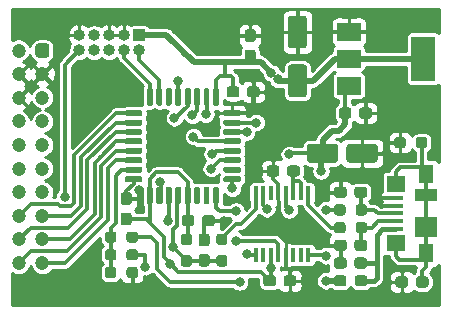
<source format=gbr>
%TF.GenerationSoftware,KiCad,Pcbnew,(5.1.7)-1*%
%TF.CreationDate,2020-11-11T21:59:56+01:00*%
%TF.ProjectId,rgb_ctrl_board,7267625f-6374-4726-9c5f-626f6172642e,rev?*%
%TF.SameCoordinates,Original*%
%TF.FileFunction,Copper,L1,Top*%
%TF.FilePolarity,Positive*%
%FSLAX46Y46*%
G04 Gerber Fmt 4.6, Leading zero omitted, Abs format (unit mm)*
G04 Created by KiCad (PCBNEW (5.1.7)-1) date 2020-11-11 21:59:56*
%MOMM*%
%LPD*%
G01*
G04 APERTURE LIST*
%TA.AperFunction,ComponentPad*%
%ADD10O,1.000000X1.000000*%
%TD*%
%TA.AperFunction,ComponentPad*%
%ADD11R,1.000000X1.000000*%
%TD*%
%TA.AperFunction,SMDPad,CuDef*%
%ADD12R,2.000000X1.500000*%
%TD*%
%TA.AperFunction,SMDPad,CuDef*%
%ADD13R,2.000000X3.800000*%
%TD*%
%TA.AperFunction,SMDPad,CuDef*%
%ADD14R,1.900000X1.000000*%
%TD*%
%TA.AperFunction,SMDPad,CuDef*%
%ADD15R,1.900000X1.800000*%
%TD*%
%TA.AperFunction,SMDPad,CuDef*%
%ADD16R,1.300000X1.650000*%
%TD*%
%TA.AperFunction,SMDPad,CuDef*%
%ADD17R,1.550000X1.425000*%
%TD*%
%TA.AperFunction,SMDPad,CuDef*%
%ADD18R,1.380000X0.450000*%
%TD*%
%TA.AperFunction,SMDPad,CuDef*%
%ADD19R,0.400000X1.200000*%
%TD*%
%TA.AperFunction,ComponentPad*%
%ADD20C,1.200000*%
%TD*%
%TA.AperFunction,ViaPad*%
%ADD21C,0.800000*%
%TD*%
%TA.AperFunction,Conductor*%
%ADD22C,0.300000*%
%TD*%
%TA.AperFunction,Conductor*%
%ADD23C,0.500000*%
%TD*%
%TA.AperFunction,Conductor*%
%ADD24C,0.400000*%
%TD*%
%TA.AperFunction,Conductor*%
%ADD25C,0.254000*%
%TD*%
%TA.AperFunction,Conductor*%
%ADD26C,0.100000*%
%TD*%
G04 APERTURE END LIST*
%TO.P,R10,2*%
%TO.N,GND*%
%TA.AperFunction,SMDPad,CuDef*%
G36*
G01*
X121125000Y-130037500D02*
X121125000Y-129562500D01*
G75*
G02*
X121362500Y-129325000I237500J0D01*
G01*
X121862500Y-129325000D01*
G75*
G02*
X122100000Y-129562500I0J-237500D01*
G01*
X122100000Y-130037500D01*
G75*
G02*
X121862500Y-130275000I-237500J0D01*
G01*
X121362500Y-130275000D01*
G75*
G02*
X121125000Y-130037500I0J237500D01*
G01*
G37*
%TD.AperFunction*%
%TO.P,R10,1*%
%TO.N,Net-(R10-Pad1)*%
%TA.AperFunction,SMDPad,CuDef*%
G36*
G01*
X119300000Y-130037500D02*
X119300000Y-129562500D01*
G75*
G02*
X119537500Y-129325000I237500J0D01*
G01*
X120037500Y-129325000D01*
G75*
G02*
X120275000Y-129562500I0J-237500D01*
G01*
X120275000Y-130037500D01*
G75*
G02*
X120037500Y-130275000I-237500J0D01*
G01*
X119537500Y-130275000D01*
G75*
G02*
X119300000Y-130037500I0J237500D01*
G01*
G37*
%TD.AperFunction*%
%TD*%
%TO.P,R9,2*%
%TO.N,+3V3*%
%TA.AperFunction,SMDPad,CuDef*%
G36*
G01*
X121125000Y-128537500D02*
X121125000Y-128062500D01*
G75*
G02*
X121362500Y-127825000I237500J0D01*
G01*
X121862500Y-127825000D01*
G75*
G02*
X122100000Y-128062500I0J-237500D01*
G01*
X122100000Y-128537500D01*
G75*
G02*
X121862500Y-128775000I-237500J0D01*
G01*
X121362500Y-128775000D01*
G75*
G02*
X121125000Y-128537500I0J237500D01*
G01*
G37*
%TD.AperFunction*%
%TO.P,R9,1*%
%TO.N,Net-(R10-Pad1)*%
%TA.AperFunction,SMDPad,CuDef*%
G36*
G01*
X119300000Y-128537500D02*
X119300000Y-128062500D01*
G75*
G02*
X119537500Y-127825000I237500J0D01*
G01*
X120037500Y-127825000D01*
G75*
G02*
X120275000Y-128062500I0J-237500D01*
G01*
X120275000Y-128537500D01*
G75*
G02*
X120037500Y-128775000I-237500J0D01*
G01*
X119537500Y-128775000D01*
G75*
G02*
X119300000Y-128537500I0J237500D01*
G01*
G37*
%TD.AperFunction*%
%TD*%
%TO.P,U2,32*%
%TO.N,GND*%
%TA.AperFunction,SMDPad,CuDef*%
G36*
G01*
X122350000Y-122150000D02*
X121100000Y-122150000D01*
G75*
G02*
X120975000Y-122025000I0J125000D01*
G01*
X120975000Y-121775000D01*
G75*
G02*
X121100000Y-121650000I125000J0D01*
G01*
X122350000Y-121650000D01*
G75*
G02*
X122475000Y-121775000I0J-125000D01*
G01*
X122475000Y-122025000D01*
G75*
G02*
X122350000Y-122150000I-125000J0D01*
G01*
G37*
%TD.AperFunction*%
%TO.P,U2,31*%
%TO.N,Net-(R10-Pad1)*%
%TA.AperFunction,SMDPad,CuDef*%
G36*
G01*
X122350000Y-121350000D02*
X121100000Y-121350000D01*
G75*
G02*
X120975000Y-121225000I0J125000D01*
G01*
X120975000Y-120975000D01*
G75*
G02*
X121100000Y-120850000I125000J0D01*
G01*
X122350000Y-120850000D01*
G75*
G02*
X122475000Y-120975000I0J-125000D01*
G01*
X122475000Y-121225000D01*
G75*
G02*
X122350000Y-121350000I-125000J0D01*
G01*
G37*
%TD.AperFunction*%
%TO.P,U2,30*%
%TO.N,SDA1*%
%TA.AperFunction,SMDPad,CuDef*%
G36*
G01*
X122350000Y-120550000D02*
X121100000Y-120550000D01*
G75*
G02*
X120975000Y-120425000I0J125000D01*
G01*
X120975000Y-120175000D01*
G75*
G02*
X121100000Y-120050000I125000J0D01*
G01*
X122350000Y-120050000D01*
G75*
G02*
X122475000Y-120175000I0J-125000D01*
G01*
X122475000Y-120425000D01*
G75*
G02*
X122350000Y-120550000I-125000J0D01*
G01*
G37*
%TD.AperFunction*%
%TO.P,U2,29*%
%TO.N,SCL1*%
%TA.AperFunction,SMDPad,CuDef*%
G36*
G01*
X122350000Y-119750000D02*
X121100000Y-119750000D01*
G75*
G02*
X120975000Y-119625000I0J125000D01*
G01*
X120975000Y-119375000D01*
G75*
G02*
X121100000Y-119250000I125000J0D01*
G01*
X122350000Y-119250000D01*
G75*
G02*
X122475000Y-119375000I0J-125000D01*
G01*
X122475000Y-119625000D01*
G75*
G02*
X122350000Y-119750000I-125000J0D01*
G01*
G37*
%TD.AperFunction*%
%TO.P,U2,28*%
%TO.N,SDA2*%
%TA.AperFunction,SMDPad,CuDef*%
G36*
G01*
X122350000Y-118950000D02*
X121100000Y-118950000D01*
G75*
G02*
X120975000Y-118825000I0J125000D01*
G01*
X120975000Y-118575000D01*
G75*
G02*
X121100000Y-118450000I125000J0D01*
G01*
X122350000Y-118450000D01*
G75*
G02*
X122475000Y-118575000I0J-125000D01*
G01*
X122475000Y-118825000D01*
G75*
G02*
X122350000Y-118950000I-125000J0D01*
G01*
G37*
%TD.AperFunction*%
%TO.P,U2,27*%
%TO.N,SCL2*%
%TA.AperFunction,SMDPad,CuDef*%
G36*
G01*
X122350000Y-118150000D02*
X121100000Y-118150000D01*
G75*
G02*
X120975000Y-118025000I0J125000D01*
G01*
X120975000Y-117775000D01*
G75*
G02*
X121100000Y-117650000I125000J0D01*
G01*
X122350000Y-117650000D01*
G75*
G02*
X122475000Y-117775000I0J-125000D01*
G01*
X122475000Y-118025000D01*
G75*
G02*
X122350000Y-118150000I-125000J0D01*
G01*
G37*
%TD.AperFunction*%
%TO.P,U2,26*%
%TO.N,SDA3*%
%TA.AperFunction,SMDPad,CuDef*%
G36*
G01*
X122350000Y-117350000D02*
X121100000Y-117350000D01*
G75*
G02*
X120975000Y-117225000I0J125000D01*
G01*
X120975000Y-116975000D01*
G75*
G02*
X121100000Y-116850000I125000J0D01*
G01*
X122350000Y-116850000D01*
G75*
G02*
X122475000Y-116975000I0J-125000D01*
G01*
X122475000Y-117225000D01*
G75*
G02*
X122350000Y-117350000I-125000J0D01*
G01*
G37*
%TD.AperFunction*%
%TO.P,U2,25*%
%TO.N,SCL3*%
%TA.AperFunction,SMDPad,CuDef*%
G36*
G01*
X122350000Y-116550000D02*
X121100000Y-116550000D01*
G75*
G02*
X120975000Y-116425000I0J125000D01*
G01*
X120975000Y-116175000D01*
G75*
G02*
X121100000Y-116050000I125000J0D01*
G01*
X122350000Y-116050000D01*
G75*
G02*
X122475000Y-116175000I0J-125000D01*
G01*
X122475000Y-116425000D01*
G75*
G02*
X122350000Y-116550000I-125000J0D01*
G01*
G37*
%TD.AperFunction*%
%TO.P,U2,24*%
%TO.N,/SYS_SWCLK*%
%TA.AperFunction,SMDPad,CuDef*%
G36*
G01*
X123225000Y-115675000D02*
X122975000Y-115675000D01*
G75*
G02*
X122850000Y-115550000I0J125000D01*
G01*
X122850000Y-114300000D01*
G75*
G02*
X122975000Y-114175000I125000J0D01*
G01*
X123225000Y-114175000D01*
G75*
G02*
X123350000Y-114300000I0J-125000D01*
G01*
X123350000Y-115550000D01*
G75*
G02*
X123225000Y-115675000I-125000J0D01*
G01*
G37*
%TD.AperFunction*%
%TO.P,U2,23*%
%TO.N,/SYS_SWDIO*%
%TA.AperFunction,SMDPad,CuDef*%
G36*
G01*
X124025000Y-115675000D02*
X123775000Y-115675000D01*
G75*
G02*
X123650000Y-115550000I0J125000D01*
G01*
X123650000Y-114300000D01*
G75*
G02*
X123775000Y-114175000I125000J0D01*
G01*
X124025000Y-114175000D01*
G75*
G02*
X124150000Y-114300000I0J-125000D01*
G01*
X124150000Y-115550000D01*
G75*
G02*
X124025000Y-115675000I-125000J0D01*
G01*
G37*
%TD.AperFunction*%
%TO.P,U2,22*%
%TO.N,N/C*%
%TA.AperFunction,SMDPad,CuDef*%
G36*
G01*
X124825000Y-115675000D02*
X124575000Y-115675000D01*
G75*
G02*
X124450000Y-115550000I0J125000D01*
G01*
X124450000Y-114300000D01*
G75*
G02*
X124575000Y-114175000I125000J0D01*
G01*
X124825000Y-114175000D01*
G75*
G02*
X124950000Y-114300000I0J-125000D01*
G01*
X124950000Y-115550000D01*
G75*
G02*
X124825000Y-115675000I-125000J0D01*
G01*
G37*
%TD.AperFunction*%
%TO.P,U2,21*%
%TO.N,LED1*%
%TA.AperFunction,SMDPad,CuDef*%
G36*
G01*
X125625000Y-115675000D02*
X125375000Y-115675000D01*
G75*
G02*
X125250000Y-115550000I0J125000D01*
G01*
X125250000Y-114300000D01*
G75*
G02*
X125375000Y-114175000I125000J0D01*
G01*
X125625000Y-114175000D01*
G75*
G02*
X125750000Y-114300000I0J-125000D01*
G01*
X125750000Y-115550000D01*
G75*
G02*
X125625000Y-115675000I-125000J0D01*
G01*
G37*
%TD.AperFunction*%
%TO.P,U2,20*%
%TO.N,LED2*%
%TA.AperFunction,SMDPad,CuDef*%
G36*
G01*
X126425000Y-115675000D02*
X126175000Y-115675000D01*
G75*
G02*
X126050000Y-115550000I0J125000D01*
G01*
X126050000Y-114300000D01*
G75*
G02*
X126175000Y-114175000I125000J0D01*
G01*
X126425000Y-114175000D01*
G75*
G02*
X126550000Y-114300000I0J-125000D01*
G01*
X126550000Y-115550000D01*
G75*
G02*
X126425000Y-115675000I-125000J0D01*
G01*
G37*
%TD.AperFunction*%
%TO.P,U2,19*%
%TO.N,LED3*%
%TA.AperFunction,SMDPad,CuDef*%
G36*
G01*
X127225000Y-115675000D02*
X126975000Y-115675000D01*
G75*
G02*
X126850000Y-115550000I0J125000D01*
G01*
X126850000Y-114300000D01*
G75*
G02*
X126975000Y-114175000I125000J0D01*
G01*
X127225000Y-114175000D01*
G75*
G02*
X127350000Y-114300000I0J-125000D01*
G01*
X127350000Y-115550000D01*
G75*
G02*
X127225000Y-115675000I-125000J0D01*
G01*
G37*
%TD.AperFunction*%
%TO.P,U2,18*%
%TO.N,LED4*%
%TA.AperFunction,SMDPad,CuDef*%
G36*
G01*
X128025000Y-115675000D02*
X127775000Y-115675000D01*
G75*
G02*
X127650000Y-115550000I0J125000D01*
G01*
X127650000Y-114300000D01*
G75*
G02*
X127775000Y-114175000I125000J0D01*
G01*
X128025000Y-114175000D01*
G75*
G02*
X128150000Y-114300000I0J-125000D01*
G01*
X128150000Y-115550000D01*
G75*
G02*
X128025000Y-115675000I-125000J0D01*
G01*
G37*
%TD.AperFunction*%
%TO.P,U2,17*%
%TO.N,+3V3*%
%TA.AperFunction,SMDPad,CuDef*%
G36*
G01*
X128825000Y-115675000D02*
X128575000Y-115675000D01*
G75*
G02*
X128450000Y-115550000I0J125000D01*
G01*
X128450000Y-114300000D01*
G75*
G02*
X128575000Y-114175000I125000J0D01*
G01*
X128825000Y-114175000D01*
G75*
G02*
X128950000Y-114300000I0J-125000D01*
G01*
X128950000Y-115550000D01*
G75*
G02*
X128825000Y-115675000I-125000J0D01*
G01*
G37*
%TD.AperFunction*%
%TO.P,U2,16*%
%TO.N,GND*%
%TA.AperFunction,SMDPad,CuDef*%
G36*
G01*
X130700000Y-116550000D02*
X129450000Y-116550000D01*
G75*
G02*
X129325000Y-116425000I0J125000D01*
G01*
X129325000Y-116175000D01*
G75*
G02*
X129450000Y-116050000I125000J0D01*
G01*
X130700000Y-116050000D01*
G75*
G02*
X130825000Y-116175000I0J-125000D01*
G01*
X130825000Y-116425000D01*
G75*
G02*
X130700000Y-116550000I-125000J0D01*
G01*
G37*
%TD.AperFunction*%
%TO.P,U2,15*%
%TO.N,SCL5*%
%TA.AperFunction,SMDPad,CuDef*%
G36*
G01*
X130700000Y-117350000D02*
X129450000Y-117350000D01*
G75*
G02*
X129325000Y-117225000I0J125000D01*
G01*
X129325000Y-116975000D01*
G75*
G02*
X129450000Y-116850000I125000J0D01*
G01*
X130700000Y-116850000D01*
G75*
G02*
X130825000Y-116975000I0J-125000D01*
G01*
X130825000Y-117225000D01*
G75*
G02*
X130700000Y-117350000I-125000J0D01*
G01*
G37*
%TD.AperFunction*%
%TO.P,U2,14*%
%TO.N,SDA5*%
%TA.AperFunction,SMDPad,CuDef*%
G36*
G01*
X130700000Y-118150000D02*
X129450000Y-118150000D01*
G75*
G02*
X129325000Y-118025000I0J125000D01*
G01*
X129325000Y-117775000D01*
G75*
G02*
X129450000Y-117650000I125000J0D01*
G01*
X130700000Y-117650000D01*
G75*
G02*
X130825000Y-117775000I0J-125000D01*
G01*
X130825000Y-118025000D01*
G75*
G02*
X130700000Y-118150000I-125000J0D01*
G01*
G37*
%TD.AperFunction*%
%TO.P,U2,13*%
%TO.N,LED5*%
%TA.AperFunction,SMDPad,CuDef*%
G36*
G01*
X130700000Y-118950000D02*
X129450000Y-118950000D01*
G75*
G02*
X129325000Y-118825000I0J125000D01*
G01*
X129325000Y-118575000D01*
G75*
G02*
X129450000Y-118450000I125000J0D01*
G01*
X130700000Y-118450000D01*
G75*
G02*
X130825000Y-118575000I0J-125000D01*
G01*
X130825000Y-118825000D01*
G75*
G02*
X130700000Y-118950000I-125000J0D01*
G01*
G37*
%TD.AperFunction*%
%TO.P,U2,12*%
%TO.N,SCL4*%
%TA.AperFunction,SMDPad,CuDef*%
G36*
G01*
X130700000Y-119750000D02*
X129450000Y-119750000D01*
G75*
G02*
X129325000Y-119625000I0J125000D01*
G01*
X129325000Y-119375000D01*
G75*
G02*
X129450000Y-119250000I125000J0D01*
G01*
X130700000Y-119250000D01*
G75*
G02*
X130825000Y-119375000I0J-125000D01*
G01*
X130825000Y-119625000D01*
G75*
G02*
X130700000Y-119750000I-125000J0D01*
G01*
G37*
%TD.AperFunction*%
%TO.P,U2,11*%
%TO.N,SDA4*%
%TA.AperFunction,SMDPad,CuDef*%
G36*
G01*
X130700000Y-120550000D02*
X129450000Y-120550000D01*
G75*
G02*
X129325000Y-120425000I0J125000D01*
G01*
X129325000Y-120175000D01*
G75*
G02*
X129450000Y-120050000I125000J0D01*
G01*
X130700000Y-120050000D01*
G75*
G02*
X130825000Y-120175000I0J-125000D01*
G01*
X130825000Y-120425000D01*
G75*
G02*
X130700000Y-120550000I-125000J0D01*
G01*
G37*
%TD.AperFunction*%
%TO.P,U2,10*%
%TO.N,N/C*%
%TA.AperFunction,SMDPad,CuDef*%
G36*
G01*
X130700000Y-121350000D02*
X129450000Y-121350000D01*
G75*
G02*
X129325000Y-121225000I0J125000D01*
G01*
X129325000Y-120975000D01*
G75*
G02*
X129450000Y-120850000I125000J0D01*
G01*
X130700000Y-120850000D01*
G75*
G02*
X130825000Y-120975000I0J-125000D01*
G01*
X130825000Y-121225000D01*
G75*
G02*
X130700000Y-121350000I-125000J0D01*
G01*
G37*
%TD.AperFunction*%
%TO.P,U2,9*%
%TO.N,/USART1_Rx*%
%TA.AperFunction,SMDPad,CuDef*%
G36*
G01*
X130700000Y-122150000D02*
X129450000Y-122150000D01*
G75*
G02*
X129325000Y-122025000I0J125000D01*
G01*
X129325000Y-121775000D01*
G75*
G02*
X129450000Y-121650000I125000J0D01*
G01*
X130700000Y-121650000D01*
G75*
G02*
X130825000Y-121775000I0J-125000D01*
G01*
X130825000Y-122025000D01*
G75*
G02*
X130700000Y-122150000I-125000J0D01*
G01*
G37*
%TD.AperFunction*%
%TO.P,U2,8*%
%TO.N,/USART1_TX*%
%TA.AperFunction,SMDPad,CuDef*%
G36*
G01*
X128825000Y-124025000D02*
X128575000Y-124025000D01*
G75*
G02*
X128450000Y-123900000I0J125000D01*
G01*
X128450000Y-122650000D01*
G75*
G02*
X128575000Y-122525000I125000J0D01*
G01*
X128825000Y-122525000D01*
G75*
G02*
X128950000Y-122650000I0J-125000D01*
G01*
X128950000Y-123900000D01*
G75*
G02*
X128825000Y-124025000I-125000J0D01*
G01*
G37*
%TD.AperFunction*%
%TO.P,U2,7*%
%TO.N,N/C*%
%TA.AperFunction,SMDPad,CuDef*%
G36*
G01*
X128025000Y-124025000D02*
X127775000Y-124025000D01*
G75*
G02*
X127650000Y-123900000I0J125000D01*
G01*
X127650000Y-122650000D01*
G75*
G02*
X127775000Y-122525000I125000J0D01*
G01*
X128025000Y-122525000D01*
G75*
G02*
X128150000Y-122650000I0J-125000D01*
G01*
X128150000Y-123900000D01*
G75*
G02*
X128025000Y-124025000I-125000J0D01*
G01*
G37*
%TD.AperFunction*%
%TO.P,U2,6*%
%TA.AperFunction,SMDPad,CuDef*%
G36*
G01*
X127225000Y-124025000D02*
X126975000Y-124025000D01*
G75*
G02*
X126850000Y-123900000I0J125000D01*
G01*
X126850000Y-122650000D01*
G75*
G02*
X126975000Y-122525000I125000J0D01*
G01*
X127225000Y-122525000D01*
G75*
G02*
X127350000Y-122650000I0J-125000D01*
G01*
X127350000Y-123900000D01*
G75*
G02*
X127225000Y-124025000I-125000J0D01*
G01*
G37*
%TD.AperFunction*%
%TO.P,U2,5*%
%TO.N,+3V3*%
%TA.AperFunction,SMDPad,CuDef*%
G36*
G01*
X126425000Y-124025000D02*
X126175000Y-124025000D01*
G75*
G02*
X126050000Y-123900000I0J125000D01*
G01*
X126050000Y-122650000D01*
G75*
G02*
X126175000Y-122525000I125000J0D01*
G01*
X126425000Y-122525000D01*
G75*
G02*
X126550000Y-122650000I0J-125000D01*
G01*
X126550000Y-123900000D01*
G75*
G02*
X126425000Y-124025000I-125000J0D01*
G01*
G37*
%TD.AperFunction*%
%TO.P,U2,4*%
%TO.N,/RESET*%
%TA.AperFunction,SMDPad,CuDef*%
G36*
G01*
X125625000Y-124025000D02*
X125375000Y-124025000D01*
G75*
G02*
X125250000Y-123900000I0J125000D01*
G01*
X125250000Y-122650000D01*
G75*
G02*
X125375000Y-122525000I125000J0D01*
G01*
X125625000Y-122525000D01*
G75*
G02*
X125750000Y-122650000I0J-125000D01*
G01*
X125750000Y-123900000D01*
G75*
G02*
X125625000Y-124025000I-125000J0D01*
G01*
G37*
%TD.AperFunction*%
%TO.P,U2,3*%
%TO.N,Net-(C16-Pad1)*%
%TA.AperFunction,SMDPad,CuDef*%
G36*
G01*
X124825000Y-124025000D02*
X124575000Y-124025000D01*
G75*
G02*
X124450000Y-123900000I0J125000D01*
G01*
X124450000Y-122650000D01*
G75*
G02*
X124575000Y-122525000I125000J0D01*
G01*
X124825000Y-122525000D01*
G75*
G02*
X124950000Y-122650000I0J-125000D01*
G01*
X124950000Y-123900000D01*
G75*
G02*
X124825000Y-124025000I-125000J0D01*
G01*
G37*
%TD.AperFunction*%
%TO.P,U2,2*%
%TO.N,Net-(C15-Pad1)*%
%TA.AperFunction,SMDPad,CuDef*%
G36*
G01*
X124025000Y-124025000D02*
X123775000Y-124025000D01*
G75*
G02*
X123650000Y-123900000I0J125000D01*
G01*
X123650000Y-122650000D01*
G75*
G02*
X123775000Y-122525000I125000J0D01*
G01*
X124025000Y-122525000D01*
G75*
G02*
X124150000Y-122650000I0J-125000D01*
G01*
X124150000Y-123900000D01*
G75*
G02*
X124025000Y-124025000I-125000J0D01*
G01*
G37*
%TD.AperFunction*%
%TO.P,U2,1*%
%TO.N,+3V3*%
%TA.AperFunction,SMDPad,CuDef*%
G36*
G01*
X123225000Y-124025000D02*
X122975000Y-124025000D01*
G75*
G02*
X122850000Y-123900000I0J125000D01*
G01*
X122850000Y-122650000D01*
G75*
G02*
X122975000Y-122525000I125000J0D01*
G01*
X123225000Y-122525000D01*
G75*
G02*
X123350000Y-122650000I0J-125000D01*
G01*
X123350000Y-123900000D01*
G75*
G02*
X123225000Y-124025000I-125000J0D01*
G01*
G37*
%TD.AperFunction*%
%TD*%
%TO.P,R7,2*%
%TO.N,Net-(R7-Pad2)*%
%TA.AperFunction,SMDPad,CuDef*%
G36*
G01*
X129437500Y-127475000D02*
X128962500Y-127475000D01*
G75*
G02*
X128725000Y-127237500I0J237500D01*
G01*
X128725000Y-126737500D01*
G75*
G02*
X128962500Y-126500000I237500J0D01*
G01*
X129437500Y-126500000D01*
G75*
G02*
X129675000Y-126737500I0J-237500D01*
G01*
X129675000Y-127237500D01*
G75*
G02*
X129437500Y-127475000I-237500J0D01*
G01*
G37*
%TD.AperFunction*%
%TO.P,R7,1*%
%TO.N,/RESET*%
%TA.AperFunction,SMDPad,CuDef*%
G36*
G01*
X129437500Y-129300000D02*
X128962500Y-129300000D01*
G75*
G02*
X128725000Y-129062500I0J237500D01*
G01*
X128725000Y-128562500D01*
G75*
G02*
X128962500Y-128325000I237500J0D01*
G01*
X129437500Y-128325000D01*
G75*
G02*
X129675000Y-128562500I0J-237500D01*
G01*
X129675000Y-129062500D01*
G75*
G02*
X129437500Y-129300000I-237500J0D01*
G01*
G37*
%TD.AperFunction*%
%TD*%
%TO.P,C1,2*%
%TO.N,GND*%
%TA.AperFunction,SMDPad,CuDef*%
G36*
G01*
X140825000Y-116537500D02*
X140825000Y-116062500D01*
G75*
G02*
X141062500Y-115825000I237500J0D01*
G01*
X141662500Y-115825000D01*
G75*
G02*
X141900000Y-116062500I0J-237500D01*
G01*
X141900000Y-116537500D01*
G75*
G02*
X141662500Y-116775000I-237500J0D01*
G01*
X141062500Y-116775000D01*
G75*
G02*
X140825000Y-116537500I0J237500D01*
G01*
G37*
%TD.AperFunction*%
%TO.P,C1,1*%
%TO.N,Net-(C1-Pad1)*%
%TA.AperFunction,SMDPad,CuDef*%
G36*
G01*
X139100000Y-116537500D02*
X139100000Y-116062500D01*
G75*
G02*
X139337500Y-115825000I237500J0D01*
G01*
X139937500Y-115825000D01*
G75*
G02*
X140175000Y-116062500I0J-237500D01*
G01*
X140175000Y-116537500D01*
G75*
G02*
X139937500Y-116775000I-237500J0D01*
G01*
X139337500Y-116775000D01*
G75*
G02*
X139100000Y-116537500I0J237500D01*
G01*
G37*
%TD.AperFunction*%
%TD*%
D10*
%TO.P,J3,10*%
%TO.N,/RESET*%
X117120000Y-110970000D03*
%TO.P,J3,9*%
%TO.N,GND*%
X117120000Y-109700000D03*
%TO.P,J3,8*%
%TO.N,N/C*%
X118390000Y-110970000D03*
%TO.P,J3,7*%
X118390000Y-109700000D03*
%TO.P,J3,6*%
X119660000Y-110970000D03*
%TO.P,J3,5*%
%TO.N,GND*%
X119660000Y-109700000D03*
%TO.P,J3,4*%
%TO.N,/SYS_SWCLK*%
X120930000Y-110970000D03*
%TO.P,J3,3*%
%TO.N,GND*%
X120930000Y-109700000D03*
%TO.P,J3,2*%
%TO.N,/SYS_SWDIO*%
X122200000Y-110970000D03*
D11*
%TO.P,J3,1*%
%TO.N,+3V3*%
X122200000Y-109700000D03*
%TD*%
D12*
%TO.P,U1,1*%
%TO.N,GND*%
X139950000Y-109400000D03*
%TO.P,U1,3*%
%TO.N,Net-(C1-Pad1)*%
X139950000Y-114000000D03*
%TO.P,U1,2*%
%TO.N,+3V3*%
X139950000Y-111700000D03*
D13*
X146250000Y-111700000D03*
%TD*%
%TO.P,R8,2*%
%TO.N,Net-(C14-Pad1)*%
%TA.AperFunction,SMDPad,CuDef*%
G36*
G01*
X145625000Y-119037500D02*
X145625000Y-118562500D01*
G75*
G02*
X145862500Y-118325000I237500J0D01*
G01*
X146362500Y-118325000D01*
G75*
G02*
X146600000Y-118562500I0J-237500D01*
G01*
X146600000Y-119037500D01*
G75*
G02*
X146362500Y-119275000I-237500J0D01*
G01*
X145862500Y-119275000D01*
G75*
G02*
X145625000Y-119037500I0J237500D01*
G01*
G37*
%TD.AperFunction*%
%TO.P,R8,1*%
%TO.N,GND*%
%TA.AperFunction,SMDPad,CuDef*%
G36*
G01*
X143800000Y-119037500D02*
X143800000Y-118562500D01*
G75*
G02*
X144037500Y-118325000I237500J0D01*
G01*
X144537500Y-118325000D01*
G75*
G02*
X144775000Y-118562500I0J-237500D01*
G01*
X144775000Y-119037500D01*
G75*
G02*
X144537500Y-119275000I-237500J0D01*
G01*
X144037500Y-119275000D01*
G75*
G02*
X143800000Y-119037500I0J237500D01*
G01*
G37*
%TD.AperFunction*%
%TD*%
D14*
%TO.P,J2,6*%
%TO.N,Net-(C14-Pad1)*%
X146500000Y-123250000D03*
D15*
X146500000Y-125950000D03*
D16*
X146500000Y-121425000D03*
X146500000Y-128175000D03*
D17*
X143925000Y-122312500D03*
X143925000Y-127287500D03*
D18*
%TO.P,J2,5*%
%TO.N,GND*%
X143840000Y-123500000D03*
%TO.P,J2,4*%
X143840000Y-124150000D03*
%TO.P,J2,3*%
%TO.N,Net-(C8-Pad1)*%
X143840000Y-124800000D03*
%TO.P,J2,2*%
%TO.N,Net-(C7-Pad1)*%
X143840000Y-125450000D03*
%TO.P,J2,1*%
%TO.N,Net-(C12-Pad1)*%
X143840000Y-126100000D03*
%TD*%
%TO.P,FB1,2*%
%TO.N,Net-(C12-Pad1)*%
%TA.AperFunction,SMDPad,CuDef*%
G36*
G01*
X140450000Y-130737500D02*
X140450000Y-130262500D01*
G75*
G02*
X140687500Y-130025000I237500J0D01*
G01*
X141262500Y-130025000D01*
G75*
G02*
X141500000Y-130262500I0J-237500D01*
G01*
X141500000Y-130737500D01*
G75*
G02*
X141262500Y-130975000I-237500J0D01*
G01*
X140687500Y-130975000D01*
G75*
G02*
X140450000Y-130737500I0J237500D01*
G01*
G37*
%TD.AperFunction*%
%TO.P,FB1,1*%
%TO.N,Net-(C1-Pad1)*%
%TA.AperFunction,SMDPad,CuDef*%
G36*
G01*
X138700000Y-130737500D02*
X138700000Y-130262500D01*
G75*
G02*
X138937500Y-130025000I237500J0D01*
G01*
X139512500Y-130025000D01*
G75*
G02*
X139750000Y-130262500I0J-237500D01*
G01*
X139750000Y-130737500D01*
G75*
G02*
X139512500Y-130975000I-237500J0D01*
G01*
X138937500Y-130975000D01*
G75*
G02*
X138700000Y-130737500I0J237500D01*
G01*
G37*
%TD.AperFunction*%
%TD*%
%TO.P,C14,2*%
%TO.N,GND*%
%TA.AperFunction,SMDPad,CuDef*%
G36*
G01*
X144975000Y-130362500D02*
X144975000Y-130837500D01*
G75*
G02*
X144737500Y-131075000I-237500J0D01*
G01*
X144137500Y-131075000D01*
G75*
G02*
X143900000Y-130837500I0J237500D01*
G01*
X143900000Y-130362500D01*
G75*
G02*
X144137500Y-130125000I237500J0D01*
G01*
X144737500Y-130125000D01*
G75*
G02*
X144975000Y-130362500I0J-237500D01*
G01*
G37*
%TD.AperFunction*%
%TO.P,C14,1*%
%TO.N,Net-(C14-Pad1)*%
%TA.AperFunction,SMDPad,CuDef*%
G36*
G01*
X146700000Y-130362500D02*
X146700000Y-130837500D01*
G75*
G02*
X146462500Y-131075000I-237500J0D01*
G01*
X145862500Y-131075000D01*
G75*
G02*
X145625000Y-130837500I0J237500D01*
G01*
X145625000Y-130362500D01*
G75*
G02*
X145862500Y-130125000I237500J0D01*
G01*
X146462500Y-130125000D01*
G75*
G02*
X146700000Y-130362500I0J-237500D01*
G01*
G37*
%TD.AperFunction*%
%TD*%
%TO.P,C13,2*%
%TO.N,GND*%
%TA.AperFunction,SMDPad,CuDef*%
G36*
G01*
X134075000Y-120962500D02*
X134075000Y-121437500D01*
G75*
G02*
X133837500Y-121675000I-237500J0D01*
G01*
X133237500Y-121675000D01*
G75*
G02*
X133000000Y-121437500I0J237500D01*
G01*
X133000000Y-120962500D01*
G75*
G02*
X133237500Y-120725000I237500J0D01*
G01*
X133837500Y-120725000D01*
G75*
G02*
X134075000Y-120962500I0J-237500D01*
G01*
G37*
%TD.AperFunction*%
%TO.P,C13,1*%
%TO.N,Net-(C13-Pad1)*%
%TA.AperFunction,SMDPad,CuDef*%
G36*
G01*
X135800000Y-120962500D02*
X135800000Y-121437500D01*
G75*
G02*
X135562500Y-121675000I-237500J0D01*
G01*
X134962500Y-121675000D01*
G75*
G02*
X134725000Y-121437500I0J237500D01*
G01*
X134725000Y-120962500D01*
G75*
G02*
X134962500Y-120725000I237500J0D01*
G01*
X135562500Y-120725000D01*
G75*
G02*
X135800000Y-120962500I0J-237500D01*
G01*
G37*
%TD.AperFunction*%
%TD*%
%TO.P,C12,2*%
%TO.N,GND*%
%TA.AperFunction,SMDPad,CuDef*%
G36*
G01*
X139775000Y-128762500D02*
X139775000Y-129237500D01*
G75*
G02*
X139537500Y-129475000I-237500J0D01*
G01*
X138937500Y-129475000D01*
G75*
G02*
X138700000Y-129237500I0J237500D01*
G01*
X138700000Y-128762500D01*
G75*
G02*
X138937500Y-128525000I237500J0D01*
G01*
X139537500Y-128525000D01*
G75*
G02*
X139775000Y-128762500I0J-237500D01*
G01*
G37*
%TD.AperFunction*%
%TO.P,C12,1*%
%TO.N,Net-(C12-Pad1)*%
%TA.AperFunction,SMDPad,CuDef*%
G36*
G01*
X141500000Y-128762500D02*
X141500000Y-129237500D01*
G75*
G02*
X141262500Y-129475000I-237500J0D01*
G01*
X140662500Y-129475000D01*
G75*
G02*
X140425000Y-129237500I0J237500D01*
G01*
X140425000Y-128762500D01*
G75*
G02*
X140662500Y-128525000I237500J0D01*
G01*
X141262500Y-128525000D01*
G75*
G02*
X141500000Y-128762500I0J-237500D01*
G01*
G37*
%TD.AperFunction*%
%TD*%
%TO.P,C11,2*%
%TO.N,GND*%
%TA.AperFunction,SMDPad,CuDef*%
G36*
G01*
X134425000Y-130737500D02*
X134425000Y-130262500D01*
G75*
G02*
X134662500Y-130025000I237500J0D01*
G01*
X135262500Y-130025000D01*
G75*
G02*
X135500000Y-130262500I0J-237500D01*
G01*
X135500000Y-130737500D01*
G75*
G02*
X135262500Y-130975000I-237500J0D01*
G01*
X134662500Y-130975000D01*
G75*
G02*
X134425000Y-130737500I0J237500D01*
G01*
G37*
%TD.AperFunction*%
%TO.P,C11,1*%
%TO.N,+3V3*%
%TA.AperFunction,SMDPad,CuDef*%
G36*
G01*
X132700000Y-130737500D02*
X132700000Y-130262500D01*
G75*
G02*
X132937500Y-130025000I237500J0D01*
G01*
X133537500Y-130025000D01*
G75*
G02*
X133775000Y-130262500I0J-237500D01*
G01*
X133775000Y-130737500D01*
G75*
G02*
X133537500Y-130975000I-237500J0D01*
G01*
X132937500Y-130975000D01*
G75*
G02*
X132700000Y-130737500I0J237500D01*
G01*
G37*
%TD.AperFunction*%
%TD*%
%TO.P,C10,2*%
%TO.N,GND*%
%TA.AperFunction,SMDPad,CuDef*%
G36*
G01*
X136150000Y-110825000D02*
X135050000Y-110825000D01*
G75*
G02*
X134800000Y-110575000I0J250000D01*
G01*
X134800000Y-108300000D01*
G75*
G02*
X135050000Y-108050000I250000J0D01*
G01*
X136150000Y-108050000D01*
G75*
G02*
X136400000Y-108300000I0J-250000D01*
G01*
X136400000Y-110575000D01*
G75*
G02*
X136150000Y-110825000I-250000J0D01*
G01*
G37*
%TD.AperFunction*%
%TO.P,C10,1*%
%TO.N,+3V3*%
%TA.AperFunction,SMDPad,CuDef*%
G36*
G01*
X136150000Y-114950000D02*
X135050000Y-114950000D01*
G75*
G02*
X134800000Y-114700000I0J250000D01*
G01*
X134800000Y-112425000D01*
G75*
G02*
X135050000Y-112175000I250000J0D01*
G01*
X136150000Y-112175000D01*
G75*
G02*
X136400000Y-112425000I0J-250000D01*
G01*
X136400000Y-114700000D01*
G75*
G02*
X136150000Y-114950000I-250000J0D01*
G01*
G37*
%TD.AperFunction*%
%TD*%
%TO.P,C9,2*%
%TO.N,GND*%
%TA.AperFunction,SMDPad,CuDef*%
G36*
G01*
X139750000Y-120250000D02*
X139750000Y-119150000D01*
G75*
G02*
X140000000Y-118900000I250000J0D01*
G01*
X142150000Y-118900000D01*
G75*
G02*
X142400000Y-119150000I0J-250000D01*
G01*
X142400000Y-120250000D01*
G75*
G02*
X142150000Y-120500000I-250000J0D01*
G01*
X140000000Y-120500000D01*
G75*
G02*
X139750000Y-120250000I0J250000D01*
G01*
G37*
%TD.AperFunction*%
%TO.P,C9,1*%
%TO.N,Net-(C1-Pad1)*%
%TA.AperFunction,SMDPad,CuDef*%
G36*
G01*
X136400000Y-120250000D02*
X136400000Y-119150000D01*
G75*
G02*
X136650000Y-118900000I250000J0D01*
G01*
X138800000Y-118900000D01*
G75*
G02*
X139050000Y-119150000I0J-250000D01*
G01*
X139050000Y-120250000D01*
G75*
G02*
X138800000Y-120500000I-250000J0D01*
G01*
X136650000Y-120500000D01*
G75*
G02*
X136400000Y-120250000I0J250000D01*
G01*
G37*
%TD.AperFunction*%
%TD*%
D19*
%TO.P,U3,16*%
%TO.N,Net-(R7-Pad2)*%
X132077500Y-123100000D03*
%TO.P,U3,15*%
%TO.N,Net-(R2-Pad2)*%
X132712500Y-123100000D03*
%TO.P,U3,14*%
%TO.N,N/C*%
X133347500Y-123100000D03*
%TO.P,U3,13*%
%TO.N,GND*%
X133982500Y-123100000D03*
%TO.P,U3,12*%
%TO.N,Net-(C1-Pad1)*%
X134617500Y-123100000D03*
%TO.P,U3,11*%
%TO.N,Net-(C13-Pad1)*%
X135252500Y-123100000D03*
%TO.P,U3,10*%
X135887500Y-123100000D03*
%TO.P,U3,9*%
%TO.N,Net-(R5-Pad1)*%
X136522500Y-123100000D03*
%TO.P,U3,8*%
%TO.N,Net-(R6-Pad1)*%
X136522500Y-128300000D03*
%TO.P,U3,7*%
%TO.N,N/C*%
X135887500Y-128300000D03*
%TO.P,U3,6*%
X135252500Y-128300000D03*
%TO.P,U3,5*%
%TO.N,GND*%
X134617500Y-128300000D03*
%TO.P,U3,4*%
%TO.N,/USART1_TX*%
X133982500Y-128300000D03*
%TO.P,U3,3*%
%TO.N,+3V3*%
X133347500Y-128300000D03*
%TO.P,U3,2*%
%TO.N,N/C*%
X132712500Y-128300000D03*
%TO.P,U3,1*%
%TO.N,/USART1_Rx*%
X132077500Y-128300000D03*
%TD*%
%TO.P,R6,2*%
%TO.N,Net-(C8-Pad1)*%
%TA.AperFunction,SMDPad,CuDef*%
G36*
G01*
X140525000Y-124737500D02*
X140525000Y-124262500D01*
G75*
G02*
X140762500Y-124025000I237500J0D01*
G01*
X141262500Y-124025000D01*
G75*
G02*
X141500000Y-124262500I0J-237500D01*
G01*
X141500000Y-124737500D01*
G75*
G02*
X141262500Y-124975000I-237500J0D01*
G01*
X140762500Y-124975000D01*
G75*
G02*
X140525000Y-124737500I0J237500D01*
G01*
G37*
%TD.AperFunction*%
%TO.P,R6,1*%
%TO.N,Net-(R6-Pad1)*%
%TA.AperFunction,SMDPad,CuDef*%
G36*
G01*
X138700000Y-124737500D02*
X138700000Y-124262500D01*
G75*
G02*
X138937500Y-124025000I237500J0D01*
G01*
X139437500Y-124025000D01*
G75*
G02*
X139675000Y-124262500I0J-237500D01*
G01*
X139675000Y-124737500D01*
G75*
G02*
X139437500Y-124975000I-237500J0D01*
G01*
X138937500Y-124975000D01*
G75*
G02*
X138700000Y-124737500I0J237500D01*
G01*
G37*
%TD.AperFunction*%
%TD*%
%TO.P,R5,2*%
%TO.N,Net-(C7-Pad1)*%
%TA.AperFunction,SMDPad,CuDef*%
G36*
G01*
X140525000Y-126237500D02*
X140525000Y-125762500D01*
G75*
G02*
X140762500Y-125525000I237500J0D01*
G01*
X141262500Y-125525000D01*
G75*
G02*
X141500000Y-125762500I0J-237500D01*
G01*
X141500000Y-126237500D01*
G75*
G02*
X141262500Y-126475000I-237500J0D01*
G01*
X140762500Y-126475000D01*
G75*
G02*
X140525000Y-126237500I0J237500D01*
G01*
G37*
%TD.AperFunction*%
%TO.P,R5,1*%
%TO.N,Net-(R5-Pad1)*%
%TA.AperFunction,SMDPad,CuDef*%
G36*
G01*
X138700000Y-126237500D02*
X138700000Y-125762500D01*
G75*
G02*
X138937500Y-125525000I237500J0D01*
G01*
X139437500Y-125525000D01*
G75*
G02*
X139675000Y-125762500I0J-237500D01*
G01*
X139675000Y-126237500D01*
G75*
G02*
X139437500Y-126475000I-237500J0D01*
G01*
X138937500Y-126475000D01*
G75*
G02*
X138700000Y-126237500I0J237500D01*
G01*
G37*
%TD.AperFunction*%
%TD*%
%TO.P,R2,2*%
%TO.N,Net-(R2-Pad2)*%
%TA.AperFunction,SMDPad,CuDef*%
G36*
G01*
X121125000Y-127037500D02*
X121125000Y-126562500D01*
G75*
G02*
X121362500Y-126325000I237500J0D01*
G01*
X121862500Y-126325000D01*
G75*
G02*
X122100000Y-126562500I0J-237500D01*
G01*
X122100000Y-127037500D01*
G75*
G02*
X121862500Y-127275000I-237500J0D01*
G01*
X121362500Y-127275000D01*
G75*
G02*
X121125000Y-127037500I0J237500D01*
G01*
G37*
%TD.AperFunction*%
%TO.P,R2,1*%
%TO.N,Net-(R10-Pad1)*%
%TA.AperFunction,SMDPad,CuDef*%
G36*
G01*
X119300000Y-127037500D02*
X119300000Y-126562500D01*
G75*
G02*
X119537500Y-126325000I237500J0D01*
G01*
X120037500Y-126325000D01*
G75*
G02*
X120275000Y-126562500I0J-237500D01*
G01*
X120275000Y-127037500D01*
G75*
G02*
X120037500Y-127275000I-237500J0D01*
G01*
X119537500Y-127275000D01*
G75*
G02*
X119300000Y-127037500I0J237500D01*
G01*
G37*
%TD.AperFunction*%
%TD*%
%TO.P,R1,2*%
%TO.N,/RESET*%
%TA.AperFunction,SMDPad,CuDef*%
G36*
G01*
X125962500Y-128325000D02*
X126437500Y-128325000D01*
G75*
G02*
X126675000Y-128562500I0J-237500D01*
G01*
X126675000Y-129062500D01*
G75*
G02*
X126437500Y-129300000I-237500J0D01*
G01*
X125962500Y-129300000D01*
G75*
G02*
X125725000Y-129062500I0J237500D01*
G01*
X125725000Y-128562500D01*
G75*
G02*
X125962500Y-128325000I237500J0D01*
G01*
G37*
%TD.AperFunction*%
%TO.P,R1,1*%
%TO.N,+3V3*%
%TA.AperFunction,SMDPad,CuDef*%
G36*
G01*
X125962500Y-126500000D02*
X126437500Y-126500000D01*
G75*
G02*
X126675000Y-126737500I0J-237500D01*
G01*
X126675000Y-127237500D01*
G75*
G02*
X126437500Y-127475000I-237500J0D01*
G01*
X125962500Y-127475000D01*
G75*
G02*
X125725000Y-127237500I0J237500D01*
G01*
X125725000Y-126737500D01*
G75*
G02*
X125962500Y-126500000I237500J0D01*
G01*
G37*
%TD.AperFunction*%
%TD*%
D20*
%TO.P,J1,20*%
%TO.N,SCL1*%
X112000000Y-129000000D03*
%TO.P,J1,18*%
%TO.N,SCL2*%
X112000000Y-127000000D03*
%TO.P,J1,16*%
%TO.N,SCL3*%
X112000000Y-125000000D03*
%TO.P,J1,14*%
%TO.N,SCL4*%
X112000000Y-123000000D03*
%TO.P,J1,12*%
%TO.N,SCL5*%
X112000000Y-121000000D03*
%TO.P,J1,10*%
%TO.N,LED4*%
X112000000Y-119000000D03*
%TO.P,J1,8*%
%TO.N,LED2*%
X112000000Y-117000000D03*
%TO.P,J1,6*%
%TO.N,GND*%
X112000000Y-115000000D03*
%TO.P,J1,4*%
X112000000Y-113000000D03*
%TO.P,J1,2*%
%TO.N,+3V3*%
X112000000Y-111000000D03*
%TO.P,J1,19*%
%TO.N,SDA1*%
X114000000Y-129000000D03*
%TO.P,J1,17*%
%TO.N,SDA2*%
X114000000Y-127000000D03*
%TO.P,J1,15*%
%TO.N,SDA3*%
X114000000Y-125000000D03*
%TO.P,J1,13*%
%TO.N,SDA4*%
X114000000Y-123000000D03*
%TO.P,J1,11*%
%TO.N,SDA5*%
X114000000Y-121000000D03*
%TO.P,J1,9*%
%TO.N,LED5*%
X114000000Y-119000000D03*
%TO.P,J1,7*%
%TO.N,LED3*%
X114000000Y-117000000D03*
%TO.P,J1,5*%
%TO.N,LED1*%
X114000000Y-115000000D03*
%TO.P,J1,3*%
%TO.N,GND*%
X114000000Y-113000000D03*
%TO.P,J1,1*%
%TO.N,+3V3*%
%TA.AperFunction,ComponentPad*%
G36*
G01*
X113649999Y-110400000D02*
X114350001Y-110400000D01*
G75*
G02*
X114600000Y-110649999I0J-249999D01*
G01*
X114600000Y-111350001D01*
G75*
G02*
X114350001Y-111600000I-249999J0D01*
G01*
X113649999Y-111600000D01*
G75*
G02*
X113400000Y-111350001I0J249999D01*
G01*
X113400000Y-110649999D01*
G75*
G02*
X113649999Y-110400000I249999J0D01*
G01*
G37*
%TD.AperFunction*%
%TD*%
%TO.P,C8,2*%
%TO.N,GND*%
%TA.AperFunction,SMDPad,CuDef*%
G36*
G01*
X139775000Y-122762500D02*
X139775000Y-123237500D01*
G75*
G02*
X139537500Y-123475000I-237500J0D01*
G01*
X138937500Y-123475000D01*
G75*
G02*
X138700000Y-123237500I0J237500D01*
G01*
X138700000Y-122762500D01*
G75*
G02*
X138937500Y-122525000I237500J0D01*
G01*
X139537500Y-122525000D01*
G75*
G02*
X139775000Y-122762500I0J-237500D01*
G01*
G37*
%TD.AperFunction*%
%TO.P,C8,1*%
%TO.N,Net-(C8-Pad1)*%
%TA.AperFunction,SMDPad,CuDef*%
G36*
G01*
X141500000Y-122762500D02*
X141500000Y-123237500D01*
G75*
G02*
X141262500Y-123475000I-237500J0D01*
G01*
X140662500Y-123475000D01*
G75*
G02*
X140425000Y-123237500I0J237500D01*
G01*
X140425000Y-122762500D01*
G75*
G02*
X140662500Y-122525000I237500J0D01*
G01*
X141262500Y-122525000D01*
G75*
G02*
X141500000Y-122762500I0J-237500D01*
G01*
G37*
%TD.AperFunction*%
%TD*%
%TO.P,C7,2*%
%TO.N,GND*%
%TA.AperFunction,SMDPad,CuDef*%
G36*
G01*
X139775000Y-127262500D02*
X139775000Y-127737500D01*
G75*
G02*
X139537500Y-127975000I-237500J0D01*
G01*
X138937500Y-127975000D01*
G75*
G02*
X138700000Y-127737500I0J237500D01*
G01*
X138700000Y-127262500D01*
G75*
G02*
X138937500Y-127025000I237500J0D01*
G01*
X139537500Y-127025000D01*
G75*
G02*
X139775000Y-127262500I0J-237500D01*
G01*
G37*
%TD.AperFunction*%
%TO.P,C7,1*%
%TO.N,Net-(C7-Pad1)*%
%TA.AperFunction,SMDPad,CuDef*%
G36*
G01*
X141500000Y-127262500D02*
X141500000Y-127737500D01*
G75*
G02*
X141262500Y-127975000I-237500J0D01*
G01*
X140662500Y-127975000D01*
G75*
G02*
X140425000Y-127737500I0J237500D01*
G01*
X140425000Y-127262500D01*
G75*
G02*
X140662500Y-127025000I237500J0D01*
G01*
X141262500Y-127025000D01*
G75*
G02*
X141500000Y-127262500I0J-237500D01*
G01*
G37*
%TD.AperFunction*%
%TD*%
%TO.P,C6,2*%
%TO.N,GND*%
%TA.AperFunction,SMDPad,CuDef*%
G36*
G01*
X127937500Y-127575000D02*
X127462500Y-127575000D01*
G75*
G02*
X127225000Y-127337500I0J237500D01*
G01*
X127225000Y-126737500D01*
G75*
G02*
X127462500Y-126500000I237500J0D01*
G01*
X127937500Y-126500000D01*
G75*
G02*
X128175000Y-126737500I0J-237500D01*
G01*
X128175000Y-127337500D01*
G75*
G02*
X127937500Y-127575000I-237500J0D01*
G01*
G37*
%TD.AperFunction*%
%TO.P,C6,1*%
%TO.N,/RESET*%
%TA.AperFunction,SMDPad,CuDef*%
G36*
G01*
X127937500Y-129300000D02*
X127462500Y-129300000D01*
G75*
G02*
X127225000Y-129062500I0J237500D01*
G01*
X127225000Y-128462500D01*
G75*
G02*
X127462500Y-128225000I237500J0D01*
G01*
X127937500Y-128225000D01*
G75*
G02*
X128175000Y-128462500I0J-237500D01*
G01*
X128175000Y-129062500D01*
G75*
G02*
X127937500Y-129300000I-237500J0D01*
G01*
G37*
%TD.AperFunction*%
%TD*%
%TO.P,C5,2*%
%TO.N,GND*%
%TA.AperFunction,SMDPad,CuDef*%
G36*
G01*
X127525000Y-125637500D02*
X127525000Y-125162500D01*
G75*
G02*
X127762500Y-124925000I237500J0D01*
G01*
X128362500Y-124925000D01*
G75*
G02*
X128600000Y-125162500I0J-237500D01*
G01*
X128600000Y-125637500D01*
G75*
G02*
X128362500Y-125875000I-237500J0D01*
G01*
X127762500Y-125875000D01*
G75*
G02*
X127525000Y-125637500I0J237500D01*
G01*
G37*
%TD.AperFunction*%
%TO.P,C5,1*%
%TO.N,+3V3*%
%TA.AperFunction,SMDPad,CuDef*%
G36*
G01*
X125800000Y-125637500D02*
X125800000Y-125162500D01*
G75*
G02*
X126037500Y-124925000I237500J0D01*
G01*
X126637500Y-124925000D01*
G75*
G02*
X126875000Y-125162500I0J-237500D01*
G01*
X126875000Y-125637500D01*
G75*
G02*
X126637500Y-125875000I-237500J0D01*
G01*
X126037500Y-125875000D01*
G75*
G02*
X125800000Y-125637500I0J237500D01*
G01*
G37*
%TD.AperFunction*%
%TD*%
%TO.P,C4,2*%
%TO.N,GND*%
%TA.AperFunction,SMDPad,CuDef*%
G36*
G01*
X121337500Y-124075000D02*
X120862500Y-124075000D01*
G75*
G02*
X120625000Y-123837500I0J237500D01*
G01*
X120625000Y-123237500D01*
G75*
G02*
X120862500Y-123000000I237500J0D01*
G01*
X121337500Y-123000000D01*
G75*
G02*
X121575000Y-123237500I0J-237500D01*
G01*
X121575000Y-123837500D01*
G75*
G02*
X121337500Y-124075000I-237500J0D01*
G01*
G37*
%TD.AperFunction*%
%TO.P,C4,1*%
%TO.N,+3V3*%
%TA.AperFunction,SMDPad,CuDef*%
G36*
G01*
X121337500Y-125800000D02*
X120862500Y-125800000D01*
G75*
G02*
X120625000Y-125562500I0J237500D01*
G01*
X120625000Y-124962500D01*
G75*
G02*
X120862500Y-124725000I237500J0D01*
G01*
X121337500Y-124725000D01*
G75*
G02*
X121575000Y-124962500I0J-237500D01*
G01*
X121575000Y-125562500D01*
G75*
G02*
X121337500Y-125800000I-237500J0D01*
G01*
G37*
%TD.AperFunction*%
%TD*%
%TO.P,C3,2*%
%TO.N,GND*%
%TA.AperFunction,SMDPad,CuDef*%
G36*
G01*
X131325000Y-114737500D02*
X131325000Y-114262500D01*
G75*
G02*
X131562500Y-114025000I237500J0D01*
G01*
X132162500Y-114025000D01*
G75*
G02*
X132400000Y-114262500I0J-237500D01*
G01*
X132400000Y-114737500D01*
G75*
G02*
X132162500Y-114975000I-237500J0D01*
G01*
X131562500Y-114975000D01*
G75*
G02*
X131325000Y-114737500I0J237500D01*
G01*
G37*
%TD.AperFunction*%
%TO.P,C3,1*%
%TO.N,+3V3*%
%TA.AperFunction,SMDPad,CuDef*%
G36*
G01*
X129600000Y-114737500D02*
X129600000Y-114262500D01*
G75*
G02*
X129837500Y-114025000I237500J0D01*
G01*
X130437500Y-114025000D01*
G75*
G02*
X130675000Y-114262500I0J-237500D01*
G01*
X130675000Y-114737500D01*
G75*
G02*
X130437500Y-114975000I-237500J0D01*
G01*
X129837500Y-114975000D01*
G75*
G02*
X129600000Y-114737500I0J237500D01*
G01*
G37*
%TD.AperFunction*%
%TD*%
%TO.P,C2,2*%
%TO.N,GND*%
%TA.AperFunction,SMDPad,CuDef*%
G36*
G01*
X131837500Y-110275000D02*
X131362500Y-110275000D01*
G75*
G02*
X131125000Y-110037500I0J237500D01*
G01*
X131125000Y-109437500D01*
G75*
G02*
X131362500Y-109200000I237500J0D01*
G01*
X131837500Y-109200000D01*
G75*
G02*
X132075000Y-109437500I0J-237500D01*
G01*
X132075000Y-110037500D01*
G75*
G02*
X131837500Y-110275000I-237500J0D01*
G01*
G37*
%TD.AperFunction*%
%TO.P,C2,1*%
%TO.N,+3V3*%
%TA.AperFunction,SMDPad,CuDef*%
G36*
G01*
X131837500Y-112000000D02*
X131362500Y-112000000D01*
G75*
G02*
X131125000Y-111762500I0J237500D01*
G01*
X131125000Y-111162500D01*
G75*
G02*
X131362500Y-110925000I237500J0D01*
G01*
X131837500Y-110925000D01*
G75*
G02*
X132075000Y-111162500I0J-237500D01*
G01*
X132075000Y-111762500D01*
G75*
G02*
X131837500Y-112000000I-237500J0D01*
G01*
G37*
%TD.AperFunction*%
%TD*%
D21*
%TO.N,GND*%
X123500000Y-116300000D03*
X122200000Y-122800000D03*
X118500000Y-127700000D03*
X142500000Y-123800000D03*
X129400000Y-125400000D03*
X143000000Y-109000000D03*
X143000000Y-114000000D03*
X146000000Y-116000000D03*
X124000000Y-108000000D03*
X128000000Y-108000000D03*
X132000000Y-108000000D03*
X119000000Y-113000000D03*
X113000000Y-109000000D03*
X117000000Y-116000000D03*
X132000000Y-120000000D03*
X113000000Y-131000000D03*
X116000000Y-131000000D03*
X119000000Y-131000000D03*
X126000000Y-132000000D03*
X131000000Y-132000000D03*
X136000000Y-132000000D03*
X136000000Y-126000000D03*
X140000000Y-132000000D03*
X144000000Y-132000000D03*
X147000000Y-132000000D03*
X139700000Y-121500000D03*
X128000000Y-110800000D03*
X147000000Y-108000000D03*
X131500000Y-113200000D03*
X131862500Y-115837500D03*
X127200000Y-121800000D03*
X129700000Y-123700000D03*
X132200000Y-125800000D03*
X136300000Y-116800000D03*
%TO.N,Net-(C1-Pad1)*%
X134900000Y-124500000D03*
X134900000Y-119800000D03*
X138000000Y-130500000D03*
X137600000Y-121200000D03*
%TO.N,+3V3*%
X133400000Y-112900000D03*
X133950000Y-113450000D03*
X133347500Y-129447500D03*
X124800000Y-129100000D03*
X122732487Y-129310599D03*
%TO.N,/RESET*%
X125100000Y-127600000D03*
X115899990Y-123400000D03*
%TO.N,SCL4*%
X128380721Y-119780721D03*
%TO.N,SCL5*%
X132100000Y-117100000D03*
%TO.N,LED4*%
X127835326Y-116415139D03*
%TO.N,LED2*%
X125175000Y-116700000D03*
%TO.N,SDA4*%
X128300000Y-121000000D03*
%TO.N,SDA5*%
X131300000Y-117900000D03*
%TO.N,LED5*%
X126784110Y-118284110D03*
%TO.N,LED3*%
X126700000Y-116500000D03*
%TO.N,LED1*%
X125500000Y-113600000D03*
%TO.N,Net-(R2-Pad2)*%
X133000000Y-124400000D03*
X130700000Y-130600000D03*
%TO.N,Net-(R6-Pad1)*%
X138015686Y-124484314D03*
X138015686Y-128384314D03*
%TO.N,/USART1_Rx*%
X130075000Y-122675000D03*
X131300000Y-128200000D03*
%TO.N,/USART1_TX*%
X130400000Y-127100000D03*
X130400000Y-124600000D03*
%TO.N,Net-(C15-Pad1)*%
X124000000Y-122100000D03*
%TO.N,Net-(C16-Pad1)*%
X124599980Y-125472810D03*
%TD*%
D22*
%TO.N,GND*%
X143840000Y-124150000D02*
X142650000Y-124150000D01*
X142650000Y-124150000D02*
X142500000Y-124000000D01*
X142600000Y-123500000D02*
X143840000Y-123500000D01*
X142500000Y-123600000D02*
X142600000Y-123500000D01*
X142500000Y-124000000D02*
X142500000Y-123800000D01*
X142500000Y-123800000D02*
X142500000Y-123600000D01*
X144337500Y-118750000D02*
X144287500Y-118800000D01*
X121725000Y-121900000D02*
X121725000Y-122275000D01*
X121725000Y-122275000D02*
X121100000Y-122900000D01*
X121100000Y-123537500D02*
X121100000Y-122900000D01*
X130075000Y-116300000D02*
X131400000Y-116300000D01*
X131862500Y-115837500D02*
X131862500Y-115837500D01*
X131400000Y-116300000D02*
X131862500Y-115837500D01*
X134617500Y-128300000D02*
X134617500Y-129317500D01*
X134962500Y-129662500D02*
X134962500Y-130500000D01*
X134617500Y-129317500D02*
X134962500Y-129662500D01*
X127700000Y-125762500D02*
X128062500Y-125400000D01*
X127700000Y-127037500D02*
X127700000Y-125762500D01*
X128062500Y-125400000D02*
X129400000Y-125400000D01*
X133982500Y-123100000D02*
X133982500Y-122282500D01*
X133537500Y-121837500D02*
X133537500Y-121200000D01*
X133982500Y-122282500D02*
X133537500Y-121837500D01*
X131862500Y-115837500D02*
X131862500Y-114500000D01*
%TO.N,Net-(C1-Pad1)*%
X134617500Y-123100000D02*
X134617500Y-124217500D01*
X134617500Y-124217500D02*
X134900000Y-124500000D01*
X135000000Y-119700000D02*
X134900000Y-119800000D01*
X137725000Y-119700000D02*
X135000000Y-119700000D01*
X139637500Y-114312500D02*
X139950000Y-114000000D01*
X139637500Y-116300000D02*
X139637500Y-114312500D01*
D23*
X137725000Y-119700000D02*
X137725000Y-118575000D01*
X137725000Y-118575000D02*
X138500000Y-117800000D01*
X138500000Y-117800000D02*
X139100000Y-117800000D01*
X139637500Y-117262500D02*
X139637500Y-116300000D01*
X139100000Y-117800000D02*
X139637500Y-117262500D01*
X139225000Y-130500000D02*
X138000000Y-130500000D01*
X137600000Y-119825000D02*
X137725000Y-119700000D01*
X137600000Y-121200000D02*
X137600000Y-119825000D01*
D22*
%TO.N,+3V3*%
X126300000Y-125362500D02*
X126337500Y-125400000D01*
X126300000Y-124800000D02*
X126300000Y-125362500D01*
X128700000Y-114925000D02*
X128700000Y-113500000D01*
X129000000Y-113200000D02*
X129500000Y-113200000D01*
X128700000Y-113500000D02*
X129000000Y-113200000D01*
X130137500Y-113337500D02*
X130137500Y-114500000D01*
X129500000Y-113200000D02*
X130000000Y-113200000D01*
X130000000Y-113200000D02*
X130137500Y-113337500D01*
D23*
X126800000Y-112000000D02*
X125950000Y-111150000D01*
D22*
X125950000Y-111150000D02*
X124500000Y-109700000D01*
D23*
X126800000Y-112000000D02*
X124500000Y-109700000D01*
X124500000Y-109700000D02*
X122200000Y-109700000D01*
D22*
X129500000Y-112100000D02*
X129400000Y-112000000D01*
X129500000Y-113200000D02*
X129500000Y-112100000D01*
D23*
X129400000Y-112000000D02*
X126800000Y-112000000D01*
X139950000Y-111700000D02*
X138800000Y-111700000D01*
X138800000Y-111700000D02*
X136937500Y-113562500D01*
X136937500Y-113562500D02*
X135600000Y-113562500D01*
X139950000Y-111700000D02*
X146250000Y-111700000D01*
D22*
X133237500Y-130500000D02*
X133347500Y-130390000D01*
X133347500Y-130390000D02*
X133347500Y-129447500D01*
X126300000Y-126887500D02*
X126200000Y-126987500D01*
X126300000Y-124800000D02*
X126300000Y-126887500D01*
X126300000Y-123275000D02*
X126300000Y-124800000D01*
D23*
X133400000Y-112900000D02*
X132500000Y-112000000D01*
X134062500Y-113562500D02*
X133950000Y-113450000D01*
X135600000Y-113562500D02*
X134062500Y-113562500D01*
D22*
X133347500Y-129447500D02*
X133347500Y-128300000D01*
X132487489Y-129749989D02*
X133237500Y-130500000D01*
X125449989Y-129749989D02*
X125950011Y-129749989D01*
X125950011Y-129749989D02*
X132487489Y-129749989D01*
X125300000Y-129500000D02*
X124300000Y-128500000D01*
X124300000Y-128500000D02*
X124300000Y-126800000D01*
X125300000Y-129600000D02*
X125300000Y-129500000D01*
X124800000Y-129100000D02*
X125300000Y-129600000D01*
X125300000Y-129600000D02*
X125449989Y-129749989D01*
X123642334Y-121299998D02*
X123100000Y-121842332D01*
X125499998Y-121299998D02*
X123642334Y-121299998D01*
X123100000Y-121842332D02*
X123100000Y-123275000D01*
X126300000Y-122100000D02*
X125499998Y-121299998D01*
X126300000Y-123275000D02*
X126300000Y-122100000D01*
X124300000Y-126800000D02*
X123100000Y-125600000D01*
X122762500Y-125262500D02*
X123100000Y-125600000D01*
X121837500Y-125262500D02*
X121100000Y-125262500D01*
X122562500Y-125262500D02*
X123062500Y-125262500D01*
X123100000Y-125300000D02*
X123100000Y-125600000D01*
X123062500Y-125262500D02*
X123100000Y-125300000D01*
X123100000Y-123275000D02*
X123100000Y-125300000D01*
X121837500Y-125262500D02*
X122562500Y-125262500D01*
X122562500Y-125262500D02*
X122762500Y-125262500D01*
D23*
X131600000Y-111462500D02*
X131600000Y-112000000D01*
X131600000Y-112000000D02*
X129400000Y-112000000D01*
X132500000Y-112000000D02*
X131600000Y-112000000D01*
D22*
X122700000Y-128300000D02*
X122732487Y-128332487D01*
X122732487Y-128332487D02*
X122732487Y-129310599D01*
X121612500Y-128300000D02*
X122700000Y-128300000D01*
%TO.N,/RESET*%
X129200000Y-128812500D02*
X126200000Y-128812500D01*
X117120000Y-110970000D02*
X115899990Y-112190010D01*
X115899990Y-112190010D02*
X115899990Y-123400000D01*
X125100000Y-127600000D02*
X126200000Y-128700000D01*
X126200000Y-128700000D02*
X126200000Y-128812500D01*
X125500000Y-123275000D02*
X125399990Y-123375010D01*
X125399990Y-123375010D02*
X125399990Y-125818285D01*
X125399990Y-125818285D02*
X125100000Y-126118275D01*
X125100000Y-126118275D02*
X125100000Y-127600000D01*
%TO.N,Net-(C7-Pad1)*%
X143840000Y-125450000D02*
X142450000Y-125450000D01*
X141900000Y-126000000D02*
X141012500Y-126000000D01*
X142450000Y-125450000D02*
X141900000Y-126000000D01*
X140962500Y-126050000D02*
X141012500Y-126000000D01*
X140962500Y-127500000D02*
X140962500Y-126050000D01*
%TO.N,Net-(C8-Pad1)*%
X143840000Y-124800000D02*
X142400000Y-124800000D01*
X142100000Y-124500000D02*
X141012500Y-124500000D01*
X142400000Y-124800000D02*
X142100000Y-124500000D01*
X140962500Y-124450000D02*
X141012500Y-124500000D01*
X140962500Y-123000000D02*
X140962500Y-124450000D01*
%TO.N,SCL1*%
X120244335Y-119500000D02*
X121725000Y-119500000D01*
X118999979Y-120744356D02*
X120244335Y-119500000D01*
X118999979Y-125099979D02*
X118999979Y-120744356D01*
X113000000Y-128000000D02*
X116099958Y-128000000D01*
X116099958Y-128000000D02*
X118999979Y-125099979D01*
X112000000Y-129000000D02*
X113000000Y-128000000D01*
%TO.N,SCL2*%
X116199998Y-126000001D02*
X114300000Y-126000000D01*
X117800037Y-124399962D02*
X116199998Y-126000001D01*
X117800037Y-120299963D02*
X117800037Y-124399962D01*
X120200000Y-117900000D02*
X117800037Y-120299963D01*
X121725000Y-117900000D02*
X120200000Y-117900000D01*
X112999999Y-126000001D02*
X112000000Y-127000000D01*
X113500000Y-126000000D02*
X112999999Y-126000001D01*
X114300000Y-126000000D02*
X113500000Y-126000000D01*
X113500000Y-126000000D02*
X113200000Y-126000000D01*
%TO.N,SCL3*%
X116700000Y-123500000D02*
X116700000Y-123900000D01*
X116700000Y-123500000D02*
X116700000Y-119822167D01*
X116700000Y-119822167D02*
X120222167Y-116300000D01*
X120222167Y-116300000D02*
X121725000Y-116300000D01*
X113000000Y-124000000D02*
X112000000Y-125000000D01*
X115315988Y-124000000D02*
X113000000Y-124000000D01*
X115515989Y-124200001D02*
X115315988Y-124000000D01*
X116444334Y-124200002D02*
X115515989Y-124200001D01*
X116700000Y-123500000D02*
X116699999Y-123944337D01*
X116699999Y-123944337D02*
X116444334Y-124200002D01*
%TO.N,SCL4*%
X128661442Y-119500000D02*
X128380721Y-119780721D01*
X130075000Y-119500000D02*
X128661442Y-119500000D01*
%TO.N,SCL5*%
X130075000Y-117100000D02*
X131900000Y-117100000D01*
X131900000Y-117100000D02*
X132100000Y-117100000D01*
%TO.N,LED4*%
X127900000Y-114925000D02*
X127900000Y-116200000D01*
X127900000Y-116350465D02*
X127835326Y-116415139D01*
X127900000Y-114925000D02*
X127900000Y-116350465D01*
%TO.N,LED2*%
X126300000Y-115675000D02*
X125175000Y-116800000D01*
X126300000Y-115675000D02*
X125275000Y-116700000D01*
X125275000Y-116700000D02*
X125175000Y-116700000D01*
X126300000Y-114925000D02*
X126300000Y-115675000D01*
%TO.N,SDA1*%
X120222167Y-120300000D02*
X121725000Y-120300000D01*
X119549990Y-120972178D02*
X120222167Y-120300000D01*
X119549990Y-125349990D02*
X119549990Y-120972178D01*
X115899980Y-129000000D02*
X119549990Y-125349990D01*
X114000000Y-129000000D02*
X115899980Y-129000000D01*
%TO.N,SDA2*%
X120266501Y-118700000D02*
X121725000Y-118700000D01*
X118933250Y-120033250D02*
X118844580Y-120033250D01*
X118933250Y-120033250D02*
X120266501Y-118700000D01*
X118449968Y-120516533D02*
X118933250Y-120033250D01*
X118449968Y-124850032D02*
X118449968Y-120516533D01*
X116300000Y-127000000D02*
X118449968Y-124850032D01*
X114000000Y-127000000D02*
X116300000Y-127000000D01*
%TO.N,SDA3*%
X116422168Y-125000000D02*
X114000000Y-125000000D01*
X121725000Y-117100000D02*
X120200000Y-117100000D01*
X117250010Y-120049990D02*
X117250010Y-124172158D01*
X120200000Y-117100000D02*
X117250010Y-120049990D01*
X117250010Y-124172158D02*
X116422168Y-125000000D01*
%TO.N,SDA4*%
X130075000Y-120300000D02*
X129000000Y-120300000D01*
X129000000Y-120300000D02*
X128300000Y-121000000D01*
%TO.N,SDA5*%
X130075000Y-117900000D02*
X131300000Y-117900000D01*
%TO.N,LED5*%
X127200000Y-118700000D02*
X126784110Y-118284110D01*
X130075000Y-118700000D02*
X127200000Y-118700000D01*
%TO.N,LED3*%
X127100000Y-116100000D02*
X126700000Y-116500000D01*
X127100000Y-114925000D02*
X127100000Y-116100000D01*
%TO.N,LED1*%
X125500000Y-114925000D02*
X125500000Y-113600000D01*
%TO.N,/SYS_SWCLK*%
X120930000Y-111630000D02*
X120930000Y-110970000D01*
X123100000Y-113800000D02*
X120930000Y-111630000D01*
X123100000Y-114925000D02*
X123100000Y-113800000D01*
%TO.N,/SYS_SWDIO*%
X123900000Y-114925000D02*
X123900000Y-113500000D01*
X122200000Y-111800000D02*
X122200000Y-110970000D01*
X123900000Y-113500000D02*
X122200000Y-111800000D01*
%TO.N,Net-(R2-Pad2)*%
X132712500Y-123100000D02*
X132712500Y-124112500D01*
X132712500Y-124112500D02*
X133000000Y-124400000D01*
X123722612Y-127322612D02*
X123200000Y-126800000D01*
X123722612Y-129522612D02*
X123722612Y-127322612D01*
X124800000Y-130600000D02*
X123722612Y-129522612D01*
X130700000Y-130600000D02*
X124800000Y-130600000D01*
X122700000Y-126800000D02*
X121612500Y-126800000D01*
X123200000Y-126800000D02*
X122700000Y-126800000D01*
X122700000Y-126800000D02*
X122112500Y-126800000D01*
%TO.N,Net-(R5-Pad1)*%
X139187500Y-126000000D02*
X138400000Y-126000000D01*
X136522500Y-124122500D02*
X136522500Y-122600000D01*
X138400000Y-126000000D02*
X136522500Y-124122500D01*
%TO.N,Net-(R6-Pad1)*%
X138031372Y-124500000D02*
X138015686Y-124484314D01*
X139187500Y-124500000D02*
X138031372Y-124500000D01*
X137931372Y-128300000D02*
X138015686Y-128384314D01*
X136522500Y-128300000D02*
X137931372Y-128300000D01*
%TO.N,/USART1_Rx*%
X130075000Y-121900000D02*
X130075000Y-122675000D01*
X132077500Y-128300000D02*
X131400000Y-128300000D01*
X131400000Y-128300000D02*
X131300000Y-128200000D01*
%TO.N,/USART1_TX*%
X133982500Y-127400000D02*
X133682500Y-127100000D01*
X133982500Y-128300000D02*
X133982500Y-127400000D01*
X133682500Y-127100000D02*
X130400000Y-127100000D01*
X128700000Y-124300000D02*
X128700000Y-123275000D01*
X129000000Y-124600000D02*
X128700000Y-124300000D01*
X130400000Y-124600000D02*
X129000000Y-124600000D01*
D24*
%TO.N,Net-(C12-Pad1)*%
X143840000Y-126100000D02*
X142800000Y-126100000D01*
X142300000Y-128900000D02*
X142300000Y-128600000D01*
X142300000Y-126600000D02*
X142300000Y-128600000D01*
X142800000Y-126100000D02*
X142300000Y-126600000D01*
X140975000Y-130500000D02*
X142100000Y-130500000D01*
X142300000Y-130300000D02*
X142300000Y-128900000D01*
X142100000Y-130500000D02*
X142300000Y-130300000D01*
X142200000Y-129000000D02*
X142300000Y-128900000D01*
X140962500Y-129000000D02*
X142200000Y-129000000D01*
D22*
%TO.N,Net-(C13-Pad1)*%
X135252500Y-121210000D02*
X135262500Y-121200000D01*
X135887500Y-123100000D02*
X135887500Y-122187500D01*
X135747500Y-122047500D02*
X135252500Y-122047500D01*
X135887500Y-122187500D02*
X135747500Y-122047500D01*
X135252500Y-122047500D02*
X135252500Y-121210000D01*
X135252500Y-123100000D02*
X135252500Y-122047500D01*
%TO.N,Net-(C14-Pad1)*%
X146500000Y-128175000D02*
X146500000Y-121425000D01*
X143925000Y-122312500D02*
X143925000Y-121275000D01*
X143925000Y-121275000D02*
X144300000Y-120900000D01*
X145975000Y-120900000D02*
X146500000Y-121425000D01*
X144300000Y-120900000D02*
X145975000Y-120900000D01*
X143925000Y-127287500D02*
X143925000Y-128425000D01*
X143925000Y-128425000D02*
X144200000Y-128700000D01*
X145975000Y-128700000D02*
X146500000Y-128175000D01*
X144200000Y-128700000D02*
X145975000Y-128700000D01*
X146112500Y-121037500D02*
X146500000Y-121425000D01*
X146112500Y-118800000D02*
X146112500Y-121037500D01*
X146500000Y-128175000D02*
X146500000Y-129300000D01*
X146162500Y-129637500D02*
X146162500Y-130600000D01*
X146500000Y-129300000D02*
X146162500Y-129637500D01*
%TO.N,Net-(C15-Pad1)*%
X124049990Y-122149990D02*
X124000000Y-122100000D01*
X124049990Y-123850010D02*
X124049990Y-122149990D01*
%TO.N,Net-(C16-Pad1)*%
X124700000Y-124980002D02*
X124546921Y-125133081D01*
X124700000Y-123275000D02*
X124700000Y-124980002D01*
X124700000Y-125372790D02*
X124599980Y-125472810D01*
X124700000Y-124980002D02*
X124700000Y-125372790D01*
%TO.N,Net-(R7-Pad2)*%
X129200000Y-126987500D02*
X129200000Y-126900000D01*
X129200000Y-126900000D02*
X130400000Y-125700000D01*
X130400000Y-125700000D02*
X130800000Y-125700000D01*
X132077500Y-124422500D02*
X132077500Y-123100000D01*
X130800000Y-125700000D02*
X132077500Y-124422500D01*
%TO.N,Net-(R10-Pad1)*%
X121725000Y-121100000D02*
X120700042Y-121100000D01*
X120199998Y-121600002D02*
X120200040Y-121600002D01*
X120200040Y-121600002D02*
X120700042Y-121100000D01*
X119787500Y-129800000D02*
X119787500Y-126800000D01*
X120200040Y-121600002D02*
X120200040Y-125599960D01*
X119787500Y-126012500D02*
X119787500Y-126800000D01*
X120200040Y-125599960D02*
X119787500Y-126012500D01*
%TD*%
D25*
%TO.N,GND*%
X133988434Y-123700000D02*
X133996678Y-123783707D01*
X134005500Y-123812788D01*
X134005500Y-124095250D01*
X134040501Y-124130251D01*
X134040501Y-124189159D01*
X134037710Y-124217500D01*
X134048849Y-124330611D01*
X134074000Y-124413520D01*
X134073000Y-124418548D01*
X134073000Y-124581452D01*
X134104782Y-124741227D01*
X134167123Y-124891731D01*
X134257628Y-125027181D01*
X134372819Y-125142372D01*
X134508269Y-125232877D01*
X134658773Y-125295218D01*
X134818548Y-125327000D01*
X134981452Y-125327000D01*
X135141227Y-125295218D01*
X135291731Y-125232877D01*
X135427181Y-125142372D01*
X135542372Y-125027181D01*
X135632877Y-124891731D01*
X135695218Y-124741227D01*
X135727000Y-124581452D01*
X135727000Y-124418548D01*
X135695218Y-124258773D01*
X135639535Y-124124342D01*
X135687500Y-124129066D01*
X135943357Y-124129066D01*
X135945500Y-124150831D01*
X135945500Y-124150835D01*
X135947015Y-124166214D01*
X135953849Y-124235611D01*
X135970890Y-124291784D01*
X135986843Y-124344375D01*
X136040421Y-124444614D01*
X136112526Y-124532474D01*
X136134538Y-124550539D01*
X137971964Y-126387966D01*
X137990026Y-126409974D01*
X138012033Y-126428035D01*
X138012035Y-126428037D01*
X138024722Y-126438448D01*
X138077885Y-126482079D01*
X138178124Y-126535657D01*
X138219328Y-126548156D01*
X138286888Y-126568651D01*
X138344886Y-126574363D01*
X138366524Y-126576494D01*
X138381547Y-126604598D01*
X138325552Y-126650552D01*
X138259695Y-126730798D01*
X138210760Y-126822350D01*
X138180625Y-126921690D01*
X138170450Y-127025000D01*
X138173000Y-127345250D01*
X138304750Y-127477000D01*
X139214500Y-127477000D01*
X139214500Y-127457000D01*
X139260500Y-127457000D01*
X139260500Y-127477000D01*
X139280500Y-127477000D01*
X139280500Y-127523000D01*
X139260500Y-127523000D01*
X139260500Y-128977000D01*
X139280500Y-128977000D01*
X139280500Y-129023000D01*
X139260500Y-129023000D01*
X139260500Y-129043000D01*
X139214500Y-129043000D01*
X139214500Y-129023000D01*
X139194500Y-129023000D01*
X139194500Y-128977000D01*
X139214500Y-128977000D01*
X139214500Y-127523000D01*
X138304750Y-127523000D01*
X138241683Y-127586067D01*
X138097138Y-127557314D01*
X137934234Y-127557314D01*
X137774459Y-127589096D01*
X137623955Y-127651437D01*
X137516854Y-127723000D01*
X137151566Y-127723000D01*
X137151566Y-127700000D01*
X137143322Y-127616293D01*
X137118905Y-127535804D01*
X137079255Y-127461624D01*
X137025895Y-127396605D01*
X136960876Y-127343245D01*
X136886696Y-127303595D01*
X136806207Y-127279178D01*
X136722500Y-127270934D01*
X136322500Y-127270934D01*
X136238793Y-127279178D01*
X136205000Y-127289429D01*
X136171207Y-127279178D01*
X136087500Y-127270934D01*
X135687500Y-127270934D01*
X135603793Y-127279178D01*
X135570000Y-127289429D01*
X135536207Y-127279178D01*
X135452500Y-127270934D01*
X135125397Y-127270934D01*
X135111702Y-127259695D01*
X135020150Y-127210760D01*
X134920810Y-127180625D01*
X134817500Y-127170450D01*
X134772250Y-127173000D01*
X134640500Y-127304750D01*
X134640500Y-127587212D01*
X134631678Y-127616293D01*
X134623434Y-127700000D01*
X134623434Y-128900000D01*
X134631678Y-128983707D01*
X134640500Y-129012788D01*
X134640500Y-129295250D01*
X134772250Y-129427000D01*
X134817500Y-129429550D01*
X134920810Y-129419375D01*
X135020150Y-129389240D01*
X135111702Y-129340305D01*
X135125397Y-129329066D01*
X135452500Y-129329066D01*
X135536207Y-129320822D01*
X135570000Y-129310571D01*
X135603793Y-129320822D01*
X135687500Y-129329066D01*
X136087500Y-129329066D01*
X136171207Y-129320822D01*
X136205000Y-129310571D01*
X136238793Y-129320822D01*
X136322500Y-129329066D01*
X136722500Y-129329066D01*
X136806207Y-129320822D01*
X136886696Y-129296405D01*
X136960876Y-129256755D01*
X137025895Y-129203395D01*
X137079255Y-129138376D01*
X137118905Y-129064196D01*
X137143322Y-128983707D01*
X137151566Y-128900000D01*
X137151566Y-128877000D01*
X137350265Y-128877000D01*
X137373314Y-128911495D01*
X137488505Y-129026686D01*
X137623955Y-129117191D01*
X137774459Y-129179532D01*
X137934234Y-129211314D01*
X138097138Y-129211314D01*
X138172669Y-129196290D01*
X138170450Y-129475000D01*
X138180625Y-129578310D01*
X138210760Y-129677650D01*
X138223363Y-129701229D01*
X138081452Y-129673000D01*
X137918548Y-129673000D01*
X137758773Y-129704782D01*
X137608269Y-129767123D01*
X137472819Y-129857628D01*
X137357628Y-129972819D01*
X137267123Y-130108269D01*
X137204782Y-130258773D01*
X137173000Y-130418548D01*
X137173000Y-130581452D01*
X137204782Y-130741227D01*
X137267123Y-130891731D01*
X137357628Y-131027181D01*
X137472819Y-131142372D01*
X137608269Y-131232877D01*
X137758773Y-131295218D01*
X137918548Y-131327000D01*
X138081452Y-131327000D01*
X138241227Y-131295218D01*
X138391731Y-131232877D01*
X138452549Y-131192240D01*
X138466167Y-131208833D01*
X138567176Y-131291729D01*
X138682416Y-131353327D01*
X138807459Y-131391258D01*
X138937500Y-131404066D01*
X139512500Y-131404066D01*
X139642541Y-131391258D01*
X139767584Y-131353327D01*
X139882824Y-131291729D01*
X139983833Y-131208833D01*
X140066729Y-131107824D01*
X140100000Y-131045579D01*
X140133271Y-131107824D01*
X140216167Y-131208833D01*
X140317176Y-131291729D01*
X140432416Y-131353327D01*
X140557459Y-131391258D01*
X140687500Y-131404066D01*
X141262500Y-131404066D01*
X141392541Y-131391258D01*
X141517584Y-131353327D01*
X141632824Y-131291729D01*
X141733833Y-131208833D01*
X141800992Y-131127000D01*
X142069206Y-131127000D01*
X142100000Y-131130033D01*
X142130794Y-131127000D01*
X142222913Y-131117927D01*
X142341103Y-131082075D01*
X142354339Y-131075000D01*
X143370450Y-131075000D01*
X143380625Y-131178310D01*
X143410760Y-131277650D01*
X143459695Y-131369202D01*
X143525552Y-131449448D01*
X143605798Y-131515305D01*
X143697350Y-131564240D01*
X143796690Y-131594375D01*
X143900000Y-131604550D01*
X144282750Y-131602000D01*
X144414500Y-131470250D01*
X144414500Y-130623000D01*
X143504750Y-130623000D01*
X143373000Y-130754750D01*
X143370450Y-131075000D01*
X142354339Y-131075000D01*
X142450028Y-131023853D01*
X142545501Y-130945501D01*
X142565138Y-130921573D01*
X142721574Y-130765137D01*
X142745501Y-130745501D01*
X142823853Y-130650028D01*
X142882075Y-130541103D01*
X142917927Y-130422913D01*
X142927000Y-130330794D01*
X142927000Y-130330793D01*
X142930033Y-130300000D01*
X142927000Y-130269206D01*
X142927000Y-130125000D01*
X143370450Y-130125000D01*
X143373000Y-130445250D01*
X143504750Y-130577000D01*
X144414500Y-130577000D01*
X144414500Y-129729750D01*
X144282750Y-129598000D01*
X143900000Y-129595450D01*
X143796690Y-129605625D01*
X143697350Y-129635760D01*
X143605798Y-129684695D01*
X143525552Y-129750552D01*
X143459695Y-129830798D01*
X143410760Y-129922350D01*
X143380625Y-130021690D01*
X143370450Y-130125000D01*
X142927000Y-130125000D01*
X142927000Y-128930792D01*
X142930033Y-128900001D01*
X142927000Y-128869206D01*
X142927000Y-128364974D01*
X142985804Y-128396405D01*
X143066293Y-128420822D01*
X143150000Y-128429066D01*
X143345610Y-128429066D01*
X143356349Y-128538111D01*
X143389344Y-128646876D01*
X143442922Y-128747115D01*
X143468371Y-128778124D01*
X143496963Y-128812964D01*
X143496966Y-128812967D01*
X143515027Y-128834974D01*
X143537034Y-128853035D01*
X143771957Y-129087957D01*
X143790026Y-129109974D01*
X143877885Y-129182079D01*
X143978124Y-129235657D01*
X144022782Y-129249204D01*
X144086888Y-129268651D01*
X144144886Y-129274363D01*
X144171664Y-129277000D01*
X144171669Y-129277000D01*
X144200000Y-129279790D01*
X144228331Y-129277000D01*
X145524943Y-129277000D01*
X145546605Y-129303395D01*
X145611624Y-129356755D01*
X145647935Y-129376164D01*
X145626843Y-129415625D01*
X145621626Y-129432824D01*
X145593849Y-129524389D01*
X145582710Y-129637500D01*
X145585500Y-129665832D01*
X145585500Y-129758387D01*
X145492176Y-129808271D01*
X145430374Y-129858991D01*
X145415305Y-129830798D01*
X145349448Y-129750552D01*
X145269202Y-129684695D01*
X145177650Y-129635760D01*
X145078310Y-129605625D01*
X144975000Y-129595450D01*
X144592250Y-129598000D01*
X144460500Y-129729750D01*
X144460500Y-130577000D01*
X144480500Y-130577000D01*
X144480500Y-130623000D01*
X144460500Y-130623000D01*
X144460500Y-131470250D01*
X144592250Y-131602000D01*
X144975000Y-131604550D01*
X145078310Y-131594375D01*
X145177650Y-131564240D01*
X145269202Y-131515305D01*
X145349448Y-131449448D01*
X145415305Y-131369202D01*
X145430374Y-131341009D01*
X145492176Y-131391729D01*
X145607416Y-131453327D01*
X145732459Y-131491258D01*
X145862500Y-131504066D01*
X146462500Y-131504066D01*
X146592541Y-131491258D01*
X146717584Y-131453327D01*
X146832824Y-131391729D01*
X146933833Y-131308833D01*
X147016729Y-131207824D01*
X147078327Y-131092584D01*
X147116258Y-130967541D01*
X147129066Y-130837500D01*
X147129066Y-130362500D01*
X147116258Y-130232459D01*
X147078327Y-130107416D01*
X147016729Y-129992176D01*
X146933833Y-129891167D01*
X146832824Y-129808271D01*
X146816471Y-129799530D01*
X146887962Y-129728039D01*
X146909974Y-129709974D01*
X146982079Y-129622115D01*
X147035657Y-129521876D01*
X147063810Y-129429066D01*
X147150000Y-129429066D01*
X147233707Y-129420822D01*
X147314196Y-129396405D01*
X147388376Y-129356755D01*
X147453395Y-129303395D01*
X147506755Y-129238376D01*
X147546405Y-129164196D01*
X147548000Y-129158938D01*
X147548000Y-132548000D01*
X111452000Y-132548000D01*
X111452000Y-129869000D01*
X111513533Y-129910115D01*
X111700435Y-129987533D01*
X111898849Y-130027000D01*
X112101151Y-130027000D01*
X112299565Y-129987533D01*
X112486467Y-129910115D01*
X112654674Y-129797723D01*
X112797723Y-129654674D01*
X112910115Y-129486467D01*
X112987533Y-129299565D01*
X113000000Y-129236889D01*
X113012467Y-129299565D01*
X113089885Y-129486467D01*
X113202277Y-129654674D01*
X113345326Y-129797723D01*
X113513533Y-129910115D01*
X113700435Y-129987533D01*
X113898849Y-130027000D01*
X114101151Y-130027000D01*
X114299565Y-129987533D01*
X114486467Y-129910115D01*
X114654674Y-129797723D01*
X114797723Y-129654674D01*
X114849623Y-129577000D01*
X115871649Y-129577000D01*
X115899980Y-129579790D01*
X115928311Y-129577000D01*
X115928316Y-129577000D01*
X115958025Y-129574074D01*
X116013091Y-129568651D01*
X116057750Y-129555103D01*
X116121856Y-129535657D01*
X116222095Y-129482079D01*
X116309954Y-129409974D01*
X116328019Y-129387962D01*
X118870934Y-126845047D01*
X118870934Y-127037500D01*
X118883742Y-127167541D01*
X118921673Y-127292584D01*
X118983271Y-127407824D01*
X119066167Y-127508833D01*
X119116329Y-127550000D01*
X119066167Y-127591167D01*
X118983271Y-127692176D01*
X118921673Y-127807416D01*
X118883742Y-127932459D01*
X118870934Y-128062500D01*
X118870934Y-128537500D01*
X118883742Y-128667541D01*
X118921673Y-128792584D01*
X118983271Y-128907824D01*
X119066167Y-129008833D01*
X119116329Y-129050000D01*
X119066167Y-129091167D01*
X118983271Y-129192176D01*
X118921673Y-129307416D01*
X118883742Y-129432459D01*
X118870934Y-129562500D01*
X118870934Y-130037500D01*
X118883742Y-130167541D01*
X118921673Y-130292584D01*
X118983271Y-130407824D01*
X119066167Y-130508833D01*
X119167176Y-130591729D01*
X119282416Y-130653327D01*
X119407459Y-130691258D01*
X119537500Y-130704066D01*
X120037500Y-130704066D01*
X120167541Y-130691258D01*
X120292584Y-130653327D01*
X120407824Y-130591729D01*
X120508833Y-130508833D01*
X120591729Y-130407824D01*
X120606306Y-130380554D01*
X120635760Y-130477650D01*
X120684695Y-130569202D01*
X120750552Y-130649448D01*
X120830798Y-130715305D01*
X120922350Y-130764240D01*
X121021690Y-130794375D01*
X121125000Y-130804550D01*
X121457750Y-130802000D01*
X121589500Y-130670250D01*
X121589500Y-129823000D01*
X121569500Y-129823000D01*
X121569500Y-129777000D01*
X121589500Y-129777000D01*
X121589500Y-129757000D01*
X121635500Y-129757000D01*
X121635500Y-129777000D01*
X121655500Y-129777000D01*
X121655500Y-129823000D01*
X121635500Y-129823000D01*
X121635500Y-130670250D01*
X121767250Y-130802000D01*
X122100000Y-130804550D01*
X122203310Y-130794375D01*
X122302650Y-130764240D01*
X122394202Y-130715305D01*
X122474448Y-130649448D01*
X122540305Y-130569202D01*
X122589240Y-130477650D01*
X122619375Y-130378310D01*
X122629550Y-130275000D01*
X122628420Y-130133101D01*
X122651035Y-130137599D01*
X122813939Y-130137599D01*
X122973714Y-130105817D01*
X123124218Y-130043476D01*
X123259668Y-129952971D01*
X123297950Y-129914689D01*
X123312638Y-129932586D01*
X123334650Y-129950651D01*
X124371961Y-130987962D01*
X124390026Y-131009974D01*
X124477885Y-131082079D01*
X124578124Y-131135657D01*
X124622782Y-131149204D01*
X124686888Y-131168651D01*
X124744886Y-131174363D01*
X124771664Y-131177000D01*
X124771669Y-131177000D01*
X124800000Y-131179790D01*
X124828331Y-131177000D01*
X130107447Y-131177000D01*
X130172819Y-131242372D01*
X130308269Y-131332877D01*
X130458773Y-131395218D01*
X130618548Y-131427000D01*
X130781452Y-131427000D01*
X130941227Y-131395218D01*
X131091731Y-131332877D01*
X131227181Y-131242372D01*
X131342372Y-131127181D01*
X131432877Y-130991731D01*
X131495218Y-130841227D01*
X131527000Y-130681452D01*
X131527000Y-130518548D01*
X131495218Y-130358773D01*
X131482053Y-130326989D01*
X132248488Y-130326989D01*
X132270934Y-130349435D01*
X132270934Y-130737500D01*
X132283742Y-130867541D01*
X132321673Y-130992584D01*
X132383271Y-131107824D01*
X132466167Y-131208833D01*
X132567176Y-131291729D01*
X132682416Y-131353327D01*
X132807459Y-131391258D01*
X132937500Y-131404066D01*
X133537500Y-131404066D01*
X133667541Y-131391258D01*
X133792584Y-131353327D01*
X133907824Y-131291729D01*
X133969626Y-131241009D01*
X133984695Y-131269202D01*
X134050552Y-131349448D01*
X134130798Y-131415305D01*
X134222350Y-131464240D01*
X134321690Y-131494375D01*
X134425000Y-131504550D01*
X134807750Y-131502000D01*
X134939500Y-131370250D01*
X134939500Y-130523000D01*
X134985500Y-130523000D01*
X134985500Y-131370250D01*
X135117250Y-131502000D01*
X135500000Y-131504550D01*
X135603310Y-131494375D01*
X135702650Y-131464240D01*
X135794202Y-131415305D01*
X135874448Y-131349448D01*
X135940305Y-131269202D01*
X135989240Y-131177650D01*
X136019375Y-131078310D01*
X136029550Y-130975000D01*
X136027000Y-130654750D01*
X135895250Y-130523000D01*
X134985500Y-130523000D01*
X134939500Y-130523000D01*
X134919500Y-130523000D01*
X134919500Y-130477000D01*
X134939500Y-130477000D01*
X134939500Y-129629750D01*
X134985500Y-129629750D01*
X134985500Y-130477000D01*
X135895250Y-130477000D01*
X136027000Y-130345250D01*
X136029550Y-130025000D01*
X136019375Y-129921690D01*
X135989240Y-129822350D01*
X135940305Y-129730798D01*
X135874448Y-129650552D01*
X135794202Y-129584695D01*
X135702650Y-129535760D01*
X135603310Y-129505625D01*
X135500000Y-129495450D01*
X135117250Y-129498000D01*
X134985500Y-129629750D01*
X134939500Y-129629750D01*
X134807750Y-129498000D01*
X134425000Y-129495450D01*
X134321690Y-129505625D01*
X134222350Y-129535760D01*
X134167292Y-129565189D01*
X134174500Y-129528952D01*
X134174500Y-129367673D01*
X134214850Y-129389240D01*
X134314190Y-129419375D01*
X134417500Y-129429550D01*
X134462750Y-129427000D01*
X134594500Y-129295250D01*
X134594500Y-129012788D01*
X134603322Y-128983707D01*
X134611566Y-128900000D01*
X134611566Y-127700000D01*
X134603322Y-127616293D01*
X134594500Y-127587212D01*
X134594500Y-127304750D01*
X134540052Y-127250302D01*
X134518157Y-127178124D01*
X134464579Y-127077885D01*
X134392474Y-126990026D01*
X134370462Y-126971961D01*
X134110539Y-126712038D01*
X134092474Y-126690026D01*
X134004615Y-126617921D01*
X133904376Y-126564343D01*
X133840270Y-126544897D01*
X133795611Y-126531349D01*
X133740545Y-126525926D01*
X133710836Y-126523000D01*
X133710831Y-126523000D01*
X133682500Y-126520210D01*
X133654169Y-126523000D01*
X130992553Y-126523000D01*
X130927181Y-126457628D01*
X130791731Y-126367123D01*
X130641227Y-126304782D01*
X130616198Y-126299803D01*
X130639001Y-126277000D01*
X130771669Y-126277000D01*
X130800000Y-126279790D01*
X130828331Y-126277000D01*
X130828336Y-126277000D01*
X130858045Y-126274074D01*
X130913111Y-126268651D01*
X130963625Y-126253327D01*
X131021876Y-126235657D01*
X131122115Y-126182079D01*
X131209974Y-126109974D01*
X131228039Y-126087962D01*
X132373224Y-124942777D01*
X132472819Y-125042372D01*
X132608269Y-125132877D01*
X132758773Y-125195218D01*
X132918548Y-125227000D01*
X133081452Y-125227000D01*
X133241227Y-125195218D01*
X133391731Y-125132877D01*
X133527181Y-125042372D01*
X133642372Y-124927181D01*
X133732877Y-124791731D01*
X133795218Y-124641227D01*
X133827000Y-124481452D01*
X133827000Y-124318548D01*
X133809000Y-124228057D01*
X133827750Y-124227000D01*
X133959500Y-124095250D01*
X133959500Y-123812788D01*
X133968322Y-123783707D01*
X133976566Y-123700000D01*
X133976566Y-123057000D01*
X133988434Y-123057000D01*
X133988434Y-123700000D01*
%TA.AperFunction,Conductor*%
D26*
G36*
X133988434Y-123700000D02*
G01*
X133996678Y-123783707D01*
X134005500Y-123812788D01*
X134005500Y-124095250D01*
X134040501Y-124130251D01*
X134040501Y-124189159D01*
X134037710Y-124217500D01*
X134048849Y-124330611D01*
X134074000Y-124413520D01*
X134073000Y-124418548D01*
X134073000Y-124581452D01*
X134104782Y-124741227D01*
X134167123Y-124891731D01*
X134257628Y-125027181D01*
X134372819Y-125142372D01*
X134508269Y-125232877D01*
X134658773Y-125295218D01*
X134818548Y-125327000D01*
X134981452Y-125327000D01*
X135141227Y-125295218D01*
X135291731Y-125232877D01*
X135427181Y-125142372D01*
X135542372Y-125027181D01*
X135632877Y-124891731D01*
X135695218Y-124741227D01*
X135727000Y-124581452D01*
X135727000Y-124418548D01*
X135695218Y-124258773D01*
X135639535Y-124124342D01*
X135687500Y-124129066D01*
X135943357Y-124129066D01*
X135945500Y-124150831D01*
X135945500Y-124150835D01*
X135947015Y-124166214D01*
X135953849Y-124235611D01*
X135970890Y-124291784D01*
X135986843Y-124344375D01*
X136040421Y-124444614D01*
X136112526Y-124532474D01*
X136134538Y-124550539D01*
X137971964Y-126387966D01*
X137990026Y-126409974D01*
X138012033Y-126428035D01*
X138012035Y-126428037D01*
X138024722Y-126438448D01*
X138077885Y-126482079D01*
X138178124Y-126535657D01*
X138219328Y-126548156D01*
X138286888Y-126568651D01*
X138344886Y-126574363D01*
X138366524Y-126576494D01*
X138381547Y-126604598D01*
X138325552Y-126650552D01*
X138259695Y-126730798D01*
X138210760Y-126822350D01*
X138180625Y-126921690D01*
X138170450Y-127025000D01*
X138173000Y-127345250D01*
X138304750Y-127477000D01*
X139214500Y-127477000D01*
X139214500Y-127457000D01*
X139260500Y-127457000D01*
X139260500Y-127477000D01*
X139280500Y-127477000D01*
X139280500Y-127523000D01*
X139260500Y-127523000D01*
X139260500Y-128977000D01*
X139280500Y-128977000D01*
X139280500Y-129023000D01*
X139260500Y-129023000D01*
X139260500Y-129043000D01*
X139214500Y-129043000D01*
X139214500Y-129023000D01*
X139194500Y-129023000D01*
X139194500Y-128977000D01*
X139214500Y-128977000D01*
X139214500Y-127523000D01*
X138304750Y-127523000D01*
X138241683Y-127586067D01*
X138097138Y-127557314D01*
X137934234Y-127557314D01*
X137774459Y-127589096D01*
X137623955Y-127651437D01*
X137516854Y-127723000D01*
X137151566Y-127723000D01*
X137151566Y-127700000D01*
X137143322Y-127616293D01*
X137118905Y-127535804D01*
X137079255Y-127461624D01*
X137025895Y-127396605D01*
X136960876Y-127343245D01*
X136886696Y-127303595D01*
X136806207Y-127279178D01*
X136722500Y-127270934D01*
X136322500Y-127270934D01*
X136238793Y-127279178D01*
X136205000Y-127289429D01*
X136171207Y-127279178D01*
X136087500Y-127270934D01*
X135687500Y-127270934D01*
X135603793Y-127279178D01*
X135570000Y-127289429D01*
X135536207Y-127279178D01*
X135452500Y-127270934D01*
X135125397Y-127270934D01*
X135111702Y-127259695D01*
X135020150Y-127210760D01*
X134920810Y-127180625D01*
X134817500Y-127170450D01*
X134772250Y-127173000D01*
X134640500Y-127304750D01*
X134640500Y-127587212D01*
X134631678Y-127616293D01*
X134623434Y-127700000D01*
X134623434Y-128900000D01*
X134631678Y-128983707D01*
X134640500Y-129012788D01*
X134640500Y-129295250D01*
X134772250Y-129427000D01*
X134817500Y-129429550D01*
X134920810Y-129419375D01*
X135020150Y-129389240D01*
X135111702Y-129340305D01*
X135125397Y-129329066D01*
X135452500Y-129329066D01*
X135536207Y-129320822D01*
X135570000Y-129310571D01*
X135603793Y-129320822D01*
X135687500Y-129329066D01*
X136087500Y-129329066D01*
X136171207Y-129320822D01*
X136205000Y-129310571D01*
X136238793Y-129320822D01*
X136322500Y-129329066D01*
X136722500Y-129329066D01*
X136806207Y-129320822D01*
X136886696Y-129296405D01*
X136960876Y-129256755D01*
X137025895Y-129203395D01*
X137079255Y-129138376D01*
X137118905Y-129064196D01*
X137143322Y-128983707D01*
X137151566Y-128900000D01*
X137151566Y-128877000D01*
X137350265Y-128877000D01*
X137373314Y-128911495D01*
X137488505Y-129026686D01*
X137623955Y-129117191D01*
X137774459Y-129179532D01*
X137934234Y-129211314D01*
X138097138Y-129211314D01*
X138172669Y-129196290D01*
X138170450Y-129475000D01*
X138180625Y-129578310D01*
X138210760Y-129677650D01*
X138223363Y-129701229D01*
X138081452Y-129673000D01*
X137918548Y-129673000D01*
X137758773Y-129704782D01*
X137608269Y-129767123D01*
X137472819Y-129857628D01*
X137357628Y-129972819D01*
X137267123Y-130108269D01*
X137204782Y-130258773D01*
X137173000Y-130418548D01*
X137173000Y-130581452D01*
X137204782Y-130741227D01*
X137267123Y-130891731D01*
X137357628Y-131027181D01*
X137472819Y-131142372D01*
X137608269Y-131232877D01*
X137758773Y-131295218D01*
X137918548Y-131327000D01*
X138081452Y-131327000D01*
X138241227Y-131295218D01*
X138391731Y-131232877D01*
X138452549Y-131192240D01*
X138466167Y-131208833D01*
X138567176Y-131291729D01*
X138682416Y-131353327D01*
X138807459Y-131391258D01*
X138937500Y-131404066D01*
X139512500Y-131404066D01*
X139642541Y-131391258D01*
X139767584Y-131353327D01*
X139882824Y-131291729D01*
X139983833Y-131208833D01*
X140066729Y-131107824D01*
X140100000Y-131045579D01*
X140133271Y-131107824D01*
X140216167Y-131208833D01*
X140317176Y-131291729D01*
X140432416Y-131353327D01*
X140557459Y-131391258D01*
X140687500Y-131404066D01*
X141262500Y-131404066D01*
X141392541Y-131391258D01*
X141517584Y-131353327D01*
X141632824Y-131291729D01*
X141733833Y-131208833D01*
X141800992Y-131127000D01*
X142069206Y-131127000D01*
X142100000Y-131130033D01*
X142130794Y-131127000D01*
X142222913Y-131117927D01*
X142341103Y-131082075D01*
X142354339Y-131075000D01*
X143370450Y-131075000D01*
X143380625Y-131178310D01*
X143410760Y-131277650D01*
X143459695Y-131369202D01*
X143525552Y-131449448D01*
X143605798Y-131515305D01*
X143697350Y-131564240D01*
X143796690Y-131594375D01*
X143900000Y-131604550D01*
X144282750Y-131602000D01*
X144414500Y-131470250D01*
X144414500Y-130623000D01*
X143504750Y-130623000D01*
X143373000Y-130754750D01*
X143370450Y-131075000D01*
X142354339Y-131075000D01*
X142450028Y-131023853D01*
X142545501Y-130945501D01*
X142565138Y-130921573D01*
X142721574Y-130765137D01*
X142745501Y-130745501D01*
X142823853Y-130650028D01*
X142882075Y-130541103D01*
X142917927Y-130422913D01*
X142927000Y-130330794D01*
X142927000Y-130330793D01*
X142930033Y-130300000D01*
X142927000Y-130269206D01*
X142927000Y-130125000D01*
X143370450Y-130125000D01*
X143373000Y-130445250D01*
X143504750Y-130577000D01*
X144414500Y-130577000D01*
X144414500Y-129729750D01*
X144282750Y-129598000D01*
X143900000Y-129595450D01*
X143796690Y-129605625D01*
X143697350Y-129635760D01*
X143605798Y-129684695D01*
X143525552Y-129750552D01*
X143459695Y-129830798D01*
X143410760Y-129922350D01*
X143380625Y-130021690D01*
X143370450Y-130125000D01*
X142927000Y-130125000D01*
X142927000Y-128930792D01*
X142930033Y-128900001D01*
X142927000Y-128869206D01*
X142927000Y-128364974D01*
X142985804Y-128396405D01*
X143066293Y-128420822D01*
X143150000Y-128429066D01*
X143345610Y-128429066D01*
X143356349Y-128538111D01*
X143389344Y-128646876D01*
X143442922Y-128747115D01*
X143468371Y-128778124D01*
X143496963Y-128812964D01*
X143496966Y-128812967D01*
X143515027Y-128834974D01*
X143537034Y-128853035D01*
X143771957Y-129087957D01*
X143790026Y-129109974D01*
X143877885Y-129182079D01*
X143978124Y-129235657D01*
X144022782Y-129249204D01*
X144086888Y-129268651D01*
X144144886Y-129274363D01*
X144171664Y-129277000D01*
X144171669Y-129277000D01*
X144200000Y-129279790D01*
X144228331Y-129277000D01*
X145524943Y-129277000D01*
X145546605Y-129303395D01*
X145611624Y-129356755D01*
X145647935Y-129376164D01*
X145626843Y-129415625D01*
X145621626Y-129432824D01*
X145593849Y-129524389D01*
X145582710Y-129637500D01*
X145585500Y-129665832D01*
X145585500Y-129758387D01*
X145492176Y-129808271D01*
X145430374Y-129858991D01*
X145415305Y-129830798D01*
X145349448Y-129750552D01*
X145269202Y-129684695D01*
X145177650Y-129635760D01*
X145078310Y-129605625D01*
X144975000Y-129595450D01*
X144592250Y-129598000D01*
X144460500Y-129729750D01*
X144460500Y-130577000D01*
X144480500Y-130577000D01*
X144480500Y-130623000D01*
X144460500Y-130623000D01*
X144460500Y-131470250D01*
X144592250Y-131602000D01*
X144975000Y-131604550D01*
X145078310Y-131594375D01*
X145177650Y-131564240D01*
X145269202Y-131515305D01*
X145349448Y-131449448D01*
X145415305Y-131369202D01*
X145430374Y-131341009D01*
X145492176Y-131391729D01*
X145607416Y-131453327D01*
X145732459Y-131491258D01*
X145862500Y-131504066D01*
X146462500Y-131504066D01*
X146592541Y-131491258D01*
X146717584Y-131453327D01*
X146832824Y-131391729D01*
X146933833Y-131308833D01*
X147016729Y-131207824D01*
X147078327Y-131092584D01*
X147116258Y-130967541D01*
X147129066Y-130837500D01*
X147129066Y-130362500D01*
X147116258Y-130232459D01*
X147078327Y-130107416D01*
X147016729Y-129992176D01*
X146933833Y-129891167D01*
X146832824Y-129808271D01*
X146816471Y-129799530D01*
X146887962Y-129728039D01*
X146909974Y-129709974D01*
X146982079Y-129622115D01*
X147035657Y-129521876D01*
X147063810Y-129429066D01*
X147150000Y-129429066D01*
X147233707Y-129420822D01*
X147314196Y-129396405D01*
X147388376Y-129356755D01*
X147453395Y-129303395D01*
X147506755Y-129238376D01*
X147546405Y-129164196D01*
X147548000Y-129158938D01*
X147548000Y-132548000D01*
X111452000Y-132548000D01*
X111452000Y-129869000D01*
X111513533Y-129910115D01*
X111700435Y-129987533D01*
X111898849Y-130027000D01*
X112101151Y-130027000D01*
X112299565Y-129987533D01*
X112486467Y-129910115D01*
X112654674Y-129797723D01*
X112797723Y-129654674D01*
X112910115Y-129486467D01*
X112987533Y-129299565D01*
X113000000Y-129236889D01*
X113012467Y-129299565D01*
X113089885Y-129486467D01*
X113202277Y-129654674D01*
X113345326Y-129797723D01*
X113513533Y-129910115D01*
X113700435Y-129987533D01*
X113898849Y-130027000D01*
X114101151Y-130027000D01*
X114299565Y-129987533D01*
X114486467Y-129910115D01*
X114654674Y-129797723D01*
X114797723Y-129654674D01*
X114849623Y-129577000D01*
X115871649Y-129577000D01*
X115899980Y-129579790D01*
X115928311Y-129577000D01*
X115928316Y-129577000D01*
X115958025Y-129574074D01*
X116013091Y-129568651D01*
X116057750Y-129555103D01*
X116121856Y-129535657D01*
X116222095Y-129482079D01*
X116309954Y-129409974D01*
X116328019Y-129387962D01*
X118870934Y-126845047D01*
X118870934Y-127037500D01*
X118883742Y-127167541D01*
X118921673Y-127292584D01*
X118983271Y-127407824D01*
X119066167Y-127508833D01*
X119116329Y-127550000D01*
X119066167Y-127591167D01*
X118983271Y-127692176D01*
X118921673Y-127807416D01*
X118883742Y-127932459D01*
X118870934Y-128062500D01*
X118870934Y-128537500D01*
X118883742Y-128667541D01*
X118921673Y-128792584D01*
X118983271Y-128907824D01*
X119066167Y-129008833D01*
X119116329Y-129050000D01*
X119066167Y-129091167D01*
X118983271Y-129192176D01*
X118921673Y-129307416D01*
X118883742Y-129432459D01*
X118870934Y-129562500D01*
X118870934Y-130037500D01*
X118883742Y-130167541D01*
X118921673Y-130292584D01*
X118983271Y-130407824D01*
X119066167Y-130508833D01*
X119167176Y-130591729D01*
X119282416Y-130653327D01*
X119407459Y-130691258D01*
X119537500Y-130704066D01*
X120037500Y-130704066D01*
X120167541Y-130691258D01*
X120292584Y-130653327D01*
X120407824Y-130591729D01*
X120508833Y-130508833D01*
X120591729Y-130407824D01*
X120606306Y-130380554D01*
X120635760Y-130477650D01*
X120684695Y-130569202D01*
X120750552Y-130649448D01*
X120830798Y-130715305D01*
X120922350Y-130764240D01*
X121021690Y-130794375D01*
X121125000Y-130804550D01*
X121457750Y-130802000D01*
X121589500Y-130670250D01*
X121589500Y-129823000D01*
X121569500Y-129823000D01*
X121569500Y-129777000D01*
X121589500Y-129777000D01*
X121589500Y-129757000D01*
X121635500Y-129757000D01*
X121635500Y-129777000D01*
X121655500Y-129777000D01*
X121655500Y-129823000D01*
X121635500Y-129823000D01*
X121635500Y-130670250D01*
X121767250Y-130802000D01*
X122100000Y-130804550D01*
X122203310Y-130794375D01*
X122302650Y-130764240D01*
X122394202Y-130715305D01*
X122474448Y-130649448D01*
X122540305Y-130569202D01*
X122589240Y-130477650D01*
X122619375Y-130378310D01*
X122629550Y-130275000D01*
X122628420Y-130133101D01*
X122651035Y-130137599D01*
X122813939Y-130137599D01*
X122973714Y-130105817D01*
X123124218Y-130043476D01*
X123259668Y-129952971D01*
X123297950Y-129914689D01*
X123312638Y-129932586D01*
X123334650Y-129950651D01*
X124371961Y-130987962D01*
X124390026Y-131009974D01*
X124477885Y-131082079D01*
X124578124Y-131135657D01*
X124622782Y-131149204D01*
X124686888Y-131168651D01*
X124744886Y-131174363D01*
X124771664Y-131177000D01*
X124771669Y-131177000D01*
X124800000Y-131179790D01*
X124828331Y-131177000D01*
X130107447Y-131177000D01*
X130172819Y-131242372D01*
X130308269Y-131332877D01*
X130458773Y-131395218D01*
X130618548Y-131427000D01*
X130781452Y-131427000D01*
X130941227Y-131395218D01*
X131091731Y-131332877D01*
X131227181Y-131242372D01*
X131342372Y-131127181D01*
X131432877Y-130991731D01*
X131495218Y-130841227D01*
X131527000Y-130681452D01*
X131527000Y-130518548D01*
X131495218Y-130358773D01*
X131482053Y-130326989D01*
X132248488Y-130326989D01*
X132270934Y-130349435D01*
X132270934Y-130737500D01*
X132283742Y-130867541D01*
X132321673Y-130992584D01*
X132383271Y-131107824D01*
X132466167Y-131208833D01*
X132567176Y-131291729D01*
X132682416Y-131353327D01*
X132807459Y-131391258D01*
X132937500Y-131404066D01*
X133537500Y-131404066D01*
X133667541Y-131391258D01*
X133792584Y-131353327D01*
X133907824Y-131291729D01*
X133969626Y-131241009D01*
X133984695Y-131269202D01*
X134050552Y-131349448D01*
X134130798Y-131415305D01*
X134222350Y-131464240D01*
X134321690Y-131494375D01*
X134425000Y-131504550D01*
X134807750Y-131502000D01*
X134939500Y-131370250D01*
X134939500Y-130523000D01*
X134985500Y-130523000D01*
X134985500Y-131370250D01*
X135117250Y-131502000D01*
X135500000Y-131504550D01*
X135603310Y-131494375D01*
X135702650Y-131464240D01*
X135794202Y-131415305D01*
X135874448Y-131349448D01*
X135940305Y-131269202D01*
X135989240Y-131177650D01*
X136019375Y-131078310D01*
X136029550Y-130975000D01*
X136027000Y-130654750D01*
X135895250Y-130523000D01*
X134985500Y-130523000D01*
X134939500Y-130523000D01*
X134919500Y-130523000D01*
X134919500Y-130477000D01*
X134939500Y-130477000D01*
X134939500Y-129629750D01*
X134985500Y-129629750D01*
X134985500Y-130477000D01*
X135895250Y-130477000D01*
X136027000Y-130345250D01*
X136029550Y-130025000D01*
X136019375Y-129921690D01*
X135989240Y-129822350D01*
X135940305Y-129730798D01*
X135874448Y-129650552D01*
X135794202Y-129584695D01*
X135702650Y-129535760D01*
X135603310Y-129505625D01*
X135500000Y-129495450D01*
X135117250Y-129498000D01*
X134985500Y-129629750D01*
X134939500Y-129629750D01*
X134807750Y-129498000D01*
X134425000Y-129495450D01*
X134321690Y-129505625D01*
X134222350Y-129535760D01*
X134167292Y-129565189D01*
X134174500Y-129528952D01*
X134174500Y-129367673D01*
X134214850Y-129389240D01*
X134314190Y-129419375D01*
X134417500Y-129429550D01*
X134462750Y-129427000D01*
X134594500Y-129295250D01*
X134594500Y-129012788D01*
X134603322Y-128983707D01*
X134611566Y-128900000D01*
X134611566Y-127700000D01*
X134603322Y-127616293D01*
X134594500Y-127587212D01*
X134594500Y-127304750D01*
X134540052Y-127250302D01*
X134518157Y-127178124D01*
X134464579Y-127077885D01*
X134392474Y-126990026D01*
X134370462Y-126971961D01*
X134110539Y-126712038D01*
X134092474Y-126690026D01*
X134004615Y-126617921D01*
X133904376Y-126564343D01*
X133840270Y-126544897D01*
X133795611Y-126531349D01*
X133740545Y-126525926D01*
X133710836Y-126523000D01*
X133710831Y-126523000D01*
X133682500Y-126520210D01*
X133654169Y-126523000D01*
X130992553Y-126523000D01*
X130927181Y-126457628D01*
X130791731Y-126367123D01*
X130641227Y-126304782D01*
X130616198Y-126299803D01*
X130639001Y-126277000D01*
X130771669Y-126277000D01*
X130800000Y-126279790D01*
X130828331Y-126277000D01*
X130828336Y-126277000D01*
X130858045Y-126274074D01*
X130913111Y-126268651D01*
X130963625Y-126253327D01*
X131021876Y-126235657D01*
X131122115Y-126182079D01*
X131209974Y-126109974D01*
X131228039Y-126087962D01*
X132373224Y-124942777D01*
X132472819Y-125042372D01*
X132608269Y-125132877D01*
X132758773Y-125195218D01*
X132918548Y-125227000D01*
X133081452Y-125227000D01*
X133241227Y-125195218D01*
X133391731Y-125132877D01*
X133527181Y-125042372D01*
X133642372Y-124927181D01*
X133732877Y-124791731D01*
X133795218Y-124641227D01*
X133827000Y-124481452D01*
X133827000Y-124318548D01*
X133809000Y-124228057D01*
X133827750Y-124227000D01*
X133959500Y-124095250D01*
X133959500Y-123812788D01*
X133968322Y-123783707D01*
X133976566Y-123700000D01*
X133976566Y-123057000D01*
X133988434Y-123057000D01*
X133988434Y-123700000D01*
G37*
%TD.AperFunction*%
D25*
X127723000Y-127014500D02*
X127743000Y-127014500D01*
X127743000Y-127060500D01*
X127723000Y-127060500D01*
X127723000Y-127080500D01*
X127677000Y-127080500D01*
X127677000Y-127060500D01*
X127657000Y-127060500D01*
X127657000Y-127014500D01*
X127677000Y-127014500D01*
X127677000Y-126994500D01*
X127723000Y-126994500D01*
X127723000Y-127014500D01*
%TA.AperFunction,Conductor*%
D26*
G36*
X127723000Y-127014500D02*
G01*
X127743000Y-127014500D01*
X127743000Y-127060500D01*
X127723000Y-127060500D01*
X127723000Y-127080500D01*
X127677000Y-127080500D01*
X127677000Y-127060500D01*
X127657000Y-127060500D01*
X127657000Y-127014500D01*
X127677000Y-127014500D01*
X127677000Y-126994500D01*
X127723000Y-126994500D01*
X127723000Y-127014500D01*
G37*
%TD.AperFunction*%
D25*
X129872819Y-125242372D02*
X129973774Y-125309828D01*
X129971963Y-125312036D01*
X129213065Y-126070934D01*
X129091277Y-126070934D01*
X129119375Y-125978310D01*
X129129550Y-125875000D01*
X129127000Y-125554750D01*
X128995250Y-125423000D01*
X128085500Y-125423000D01*
X128085500Y-125443000D01*
X128039500Y-125443000D01*
X128039500Y-125423000D01*
X128019500Y-125423000D01*
X128019500Y-125377000D01*
X128039500Y-125377000D01*
X128039500Y-125357000D01*
X128085500Y-125357000D01*
X128085500Y-125377000D01*
X128995250Y-125377000D01*
X129127000Y-125245250D01*
X129127543Y-125177000D01*
X129807447Y-125177000D01*
X129872819Y-125242372D01*
%TA.AperFunction,Conductor*%
D26*
G36*
X129872819Y-125242372D02*
G01*
X129973774Y-125309828D01*
X129971963Y-125312036D01*
X129213065Y-126070934D01*
X129091277Y-126070934D01*
X129119375Y-125978310D01*
X129129550Y-125875000D01*
X129127000Y-125554750D01*
X128995250Y-125423000D01*
X128085500Y-125423000D01*
X128085500Y-125443000D01*
X128039500Y-125443000D01*
X128039500Y-125423000D01*
X128019500Y-125423000D01*
X128019500Y-125377000D01*
X128039500Y-125377000D01*
X128039500Y-125357000D01*
X128085500Y-125357000D01*
X128085500Y-125377000D01*
X128995250Y-125377000D01*
X129127000Y-125245250D01*
X129127543Y-125177000D01*
X129807447Y-125177000D01*
X129872819Y-125242372D01*
G37*
%TD.AperFunction*%
D25*
X122420934Y-122679318D02*
X122420934Y-123900000D01*
X122431580Y-124008093D01*
X122463110Y-124112032D01*
X122514311Y-124207823D01*
X122523000Y-124218411D01*
X122523001Y-124685500D01*
X121941612Y-124685500D01*
X121891729Y-124592176D01*
X121841009Y-124530374D01*
X121869202Y-124515305D01*
X121949448Y-124449448D01*
X122015305Y-124369202D01*
X122064240Y-124277650D01*
X122094375Y-124178310D01*
X122104550Y-124075000D01*
X122102000Y-123692250D01*
X121970250Y-123560500D01*
X121123000Y-123560500D01*
X121123000Y-123580500D01*
X121077000Y-123580500D01*
X121077000Y-123560500D01*
X121057000Y-123560500D01*
X121057000Y-123514500D01*
X121077000Y-123514500D01*
X121077000Y-123494500D01*
X121123000Y-123494500D01*
X121123000Y-123514500D01*
X121970250Y-123514500D01*
X122102000Y-123382750D01*
X122104550Y-123000000D01*
X122094375Y-122896690D01*
X122064240Y-122797350D01*
X122015305Y-122705798D01*
X121992066Y-122677481D01*
X122420934Y-122679318D01*
%TA.AperFunction,Conductor*%
D26*
G36*
X122420934Y-122679318D02*
G01*
X122420934Y-123900000D01*
X122431580Y-124008093D01*
X122463110Y-124112032D01*
X122514311Y-124207823D01*
X122523000Y-124218411D01*
X122523001Y-124685500D01*
X121941612Y-124685500D01*
X121891729Y-124592176D01*
X121841009Y-124530374D01*
X121869202Y-124515305D01*
X121949448Y-124449448D01*
X122015305Y-124369202D01*
X122064240Y-124277650D01*
X122094375Y-124178310D01*
X122104550Y-124075000D01*
X122102000Y-123692250D01*
X121970250Y-123560500D01*
X121123000Y-123560500D01*
X121123000Y-123580500D01*
X121077000Y-123580500D01*
X121077000Y-123560500D01*
X121057000Y-123560500D01*
X121057000Y-123514500D01*
X121077000Y-123514500D01*
X121077000Y-123494500D01*
X121123000Y-123494500D01*
X121123000Y-123514500D01*
X121970250Y-123514500D01*
X122102000Y-123382750D01*
X122104550Y-123000000D01*
X122094375Y-122896690D01*
X122064240Y-122797350D01*
X122015305Y-122705798D01*
X121992066Y-122677481D01*
X122420934Y-122679318D01*
G37*
%TD.AperFunction*%
D25*
X131600000Y-112680275D02*
X131633252Y-112677000D01*
X132219578Y-112677000D01*
X132585160Y-113042582D01*
X132604782Y-113141227D01*
X132667123Y-113291731D01*
X132757628Y-113427181D01*
X132872819Y-113542372D01*
X133008269Y-113632877D01*
X133155951Y-113694049D01*
X133217123Y-113841731D01*
X133307628Y-113977181D01*
X133422819Y-114092372D01*
X133558269Y-114182877D01*
X133708773Y-114245218D01*
X133868548Y-114277000D01*
X134031452Y-114277000D01*
X134191227Y-114245218D01*
X134205031Y-114239500D01*
X134370934Y-114239500D01*
X134370934Y-114700000D01*
X134383982Y-114832479D01*
X134422625Y-114959867D01*
X134485377Y-115077269D01*
X134569828Y-115180172D01*
X134672731Y-115264623D01*
X134790133Y-115327375D01*
X134917521Y-115366018D01*
X135050000Y-115379066D01*
X136150000Y-115379066D01*
X136282479Y-115366018D01*
X136409867Y-115327375D01*
X136527269Y-115264623D01*
X136630172Y-115180172D01*
X136714623Y-115077269D01*
X136777375Y-114959867D01*
X136816018Y-114832479D01*
X136829066Y-114700000D01*
X136829066Y-114239500D01*
X136904255Y-114239500D01*
X136937500Y-114242774D01*
X136970745Y-114239500D01*
X136970752Y-114239500D01*
X137070215Y-114229704D01*
X137197830Y-114190992D01*
X137315441Y-114128128D01*
X137418527Y-114043527D01*
X137439726Y-114017696D01*
X138678144Y-112779279D01*
X138711624Y-112806755D01*
X138785804Y-112846405D01*
X138797655Y-112850000D01*
X138785804Y-112853595D01*
X138711624Y-112893245D01*
X138646605Y-112946605D01*
X138593245Y-113011624D01*
X138553595Y-113085804D01*
X138529178Y-113166293D01*
X138520934Y-113250000D01*
X138520934Y-114750000D01*
X138529178Y-114833707D01*
X138553595Y-114914196D01*
X138593245Y-114988376D01*
X138646605Y-115053395D01*
X138711624Y-115106755D01*
X138785804Y-115146405D01*
X138866293Y-115170822D01*
X138950000Y-115179066D01*
X139060501Y-115179066D01*
X139060500Y-115458387D01*
X138967176Y-115508271D01*
X138866167Y-115591167D01*
X138783271Y-115692176D01*
X138721673Y-115807416D01*
X138683742Y-115932459D01*
X138670934Y-116062500D01*
X138670934Y-116537500D01*
X138683742Y-116667541D01*
X138721673Y-116792584D01*
X138783271Y-116907824D01*
X138866167Y-117008833D01*
X138903284Y-117039294D01*
X138819578Y-117123000D01*
X138533252Y-117123000D01*
X138500000Y-117119725D01*
X138367285Y-117132796D01*
X138239670Y-117171508D01*
X138122059Y-117234372D01*
X138047268Y-117295752D01*
X138018973Y-117318973D01*
X137997778Y-117344799D01*
X137269800Y-118072778D01*
X137243974Y-118093973D01*
X137222779Y-118119799D01*
X137222776Y-118119802D01*
X137159372Y-118197060D01*
X137096508Y-118314671D01*
X137057796Y-118442286D01*
X137054975Y-118470934D01*
X136650000Y-118470934D01*
X136517521Y-118483982D01*
X136390133Y-118522625D01*
X136272731Y-118585377D01*
X136169828Y-118669828D01*
X136085377Y-118772731D01*
X136022625Y-118890133D01*
X135983982Y-119017521D01*
X135973593Y-119123000D01*
X135375357Y-119123000D01*
X135291731Y-119067123D01*
X135141227Y-119004782D01*
X134981452Y-118973000D01*
X134818548Y-118973000D01*
X134658773Y-119004782D01*
X134508269Y-119067123D01*
X134372819Y-119157628D01*
X134257628Y-119272819D01*
X134167123Y-119408269D01*
X134104782Y-119558773D01*
X134073000Y-119718548D01*
X134073000Y-119881452D01*
X134104782Y-120041227D01*
X134167123Y-120191731D01*
X134176273Y-120205424D01*
X134075000Y-120195450D01*
X133692250Y-120198000D01*
X133560500Y-120329750D01*
X133560500Y-121177000D01*
X133580500Y-121177000D01*
X133580500Y-121223000D01*
X133560500Y-121223000D01*
X133560500Y-121243000D01*
X133514500Y-121243000D01*
X133514500Y-121223000D01*
X132604750Y-121223000D01*
X132473000Y-121354750D01*
X132470450Y-121675000D01*
X132480625Y-121778310D01*
X132510760Y-121877650D01*
X132559695Y-121969202D01*
X132625552Y-122049448D01*
X132651732Y-122070934D01*
X132512500Y-122070934D01*
X132428793Y-122079178D01*
X132395000Y-122089429D01*
X132361207Y-122079178D01*
X132277500Y-122070934D01*
X131877500Y-122070934D01*
X131793793Y-122079178D01*
X131713304Y-122103595D01*
X131639124Y-122143245D01*
X131574105Y-122196605D01*
X131520745Y-122261624D01*
X131481095Y-122335804D01*
X131456678Y-122416293D01*
X131448434Y-122500000D01*
X131448434Y-123700000D01*
X131456678Y-123783707D01*
X131481095Y-123864196D01*
X131500500Y-123900501D01*
X131500500Y-124183499D01*
X131216788Y-124467211D01*
X131195218Y-124358773D01*
X131132877Y-124208269D01*
X131042372Y-124072819D01*
X130927181Y-123957628D01*
X130791731Y-123867123D01*
X130641227Y-123804782D01*
X130481452Y-123773000D01*
X130318548Y-123773000D01*
X130158773Y-123804782D01*
X130008269Y-123867123D01*
X129872819Y-123957628D01*
X129807447Y-124023000D01*
X129363898Y-124023000D01*
X129368420Y-124008093D01*
X129379066Y-123900000D01*
X129379066Y-123122020D01*
X129432628Y-123202181D01*
X129547819Y-123317372D01*
X129683269Y-123407877D01*
X129833773Y-123470218D01*
X129993548Y-123502000D01*
X130156452Y-123502000D01*
X130316227Y-123470218D01*
X130466731Y-123407877D01*
X130602181Y-123317372D01*
X130717372Y-123202181D01*
X130807877Y-123066731D01*
X130870218Y-122916227D01*
X130902000Y-122756452D01*
X130902000Y-122593548D01*
X130891942Y-122542984D01*
X130912032Y-122536890D01*
X131007823Y-122485689D01*
X131091784Y-122416784D01*
X131160689Y-122332823D01*
X131211890Y-122237032D01*
X131243420Y-122133093D01*
X131254066Y-122025000D01*
X131254066Y-121775000D01*
X131243420Y-121666907D01*
X131211890Y-121562968D01*
X131178233Y-121500000D01*
X131211890Y-121437032D01*
X131243420Y-121333093D01*
X131254066Y-121225000D01*
X131254066Y-120975000D01*
X131243420Y-120866907D01*
X131211890Y-120762968D01*
X131191596Y-120725000D01*
X132470450Y-120725000D01*
X132473000Y-121045250D01*
X132604750Y-121177000D01*
X133514500Y-121177000D01*
X133514500Y-120329750D01*
X133382750Y-120198000D01*
X133000000Y-120195450D01*
X132896690Y-120205625D01*
X132797350Y-120235760D01*
X132705798Y-120284695D01*
X132625552Y-120350552D01*
X132559695Y-120430798D01*
X132510760Y-120522350D01*
X132480625Y-120621690D01*
X132470450Y-120725000D01*
X131191596Y-120725000D01*
X131178233Y-120700000D01*
X131211890Y-120637032D01*
X131243420Y-120533093D01*
X131254066Y-120425000D01*
X131254066Y-120175000D01*
X131243420Y-120066907D01*
X131211890Y-119962968D01*
X131178233Y-119900000D01*
X131211890Y-119837032D01*
X131243420Y-119733093D01*
X131254066Y-119625000D01*
X131254066Y-119375000D01*
X131243420Y-119266907D01*
X131211890Y-119162968D01*
X131178233Y-119100000D01*
X131211890Y-119037032D01*
X131243420Y-118933093D01*
X131254066Y-118825000D01*
X131254066Y-118727000D01*
X131381452Y-118727000D01*
X131541227Y-118695218D01*
X131691731Y-118632877D01*
X131827181Y-118542372D01*
X131942372Y-118427181D01*
X132032877Y-118291731D01*
X132095218Y-118141227D01*
X132127000Y-117981452D01*
X132127000Y-117927000D01*
X132181452Y-117927000D01*
X132341227Y-117895218D01*
X132491731Y-117832877D01*
X132627181Y-117742372D01*
X132742372Y-117627181D01*
X132832877Y-117491731D01*
X132895218Y-117341227D01*
X132927000Y-117181452D01*
X132927000Y-117018548D01*
X132895218Y-116858773D01*
X132832877Y-116708269D01*
X132742372Y-116572819D01*
X132627181Y-116457628D01*
X132491731Y-116367123D01*
X132341227Y-116304782D01*
X132181452Y-116273000D01*
X132018548Y-116273000D01*
X131858773Y-116304782D01*
X131708269Y-116367123D01*
X131572819Y-116457628D01*
X131507447Y-116523000D01*
X131353827Y-116523000D01*
X131352000Y-116454750D01*
X131220250Y-116323000D01*
X130098000Y-116323000D01*
X130098000Y-116343000D01*
X130052000Y-116343000D01*
X130052000Y-116323000D01*
X128929750Y-116323000D01*
X128798000Y-116454750D01*
X128795450Y-116550000D01*
X128805625Y-116653310D01*
X128835760Y-116752650D01*
X128884695Y-116844202D01*
X128906232Y-116870444D01*
X128895934Y-116975000D01*
X128895934Y-117225000D01*
X128906580Y-117333093D01*
X128938110Y-117437032D01*
X128971767Y-117500000D01*
X128938110Y-117562968D01*
X128906580Y-117666907D01*
X128895934Y-117775000D01*
X128895934Y-118025000D01*
X128905586Y-118123000D01*
X127595265Y-118123000D01*
X127579328Y-118042883D01*
X127516987Y-117892379D01*
X127426482Y-117756929D01*
X127311291Y-117641738D01*
X127175841Y-117551233D01*
X127025337Y-117488892D01*
X126865562Y-117457110D01*
X126702658Y-117457110D01*
X126542883Y-117488892D01*
X126392379Y-117551233D01*
X126256929Y-117641738D01*
X126141738Y-117756929D01*
X126051233Y-117892379D01*
X125988892Y-118042883D01*
X125957110Y-118202658D01*
X125957110Y-118365562D01*
X125988892Y-118525337D01*
X126051233Y-118675841D01*
X126141738Y-118811291D01*
X126256929Y-118926482D01*
X126392379Y-119016987D01*
X126542883Y-119079328D01*
X126702658Y-119111110D01*
X126791410Y-119111110D01*
X126877885Y-119182079D01*
X126978124Y-119235657D01*
X127086888Y-119268650D01*
X127171664Y-119277000D01*
X127171670Y-119277000D01*
X127199999Y-119279790D01*
X127228328Y-119277000D01*
X127722673Y-119277000D01*
X127647844Y-119388990D01*
X127585503Y-119539494D01*
X127553721Y-119699269D01*
X127553721Y-119862173D01*
X127585503Y-120021948D01*
X127647844Y-120172452D01*
X127738349Y-120307902D01*
X127781964Y-120351517D01*
X127772819Y-120357628D01*
X127657628Y-120472819D01*
X127567123Y-120608269D01*
X127504782Y-120758773D01*
X127473000Y-120918548D01*
X127473000Y-121081452D01*
X127504782Y-121241227D01*
X127567123Y-121391731D01*
X127657628Y-121527181D01*
X127772819Y-121642372D01*
X127908269Y-121732877D01*
X128058773Y-121795218D01*
X128218548Y-121827000D01*
X128381452Y-121827000D01*
X128541227Y-121795218D01*
X128691731Y-121732877D01*
X128827181Y-121642372D01*
X128942372Y-121527181D01*
X128966775Y-121490660D01*
X128971767Y-121500000D01*
X128938110Y-121562968D01*
X128906580Y-121666907D01*
X128895934Y-121775000D01*
X128895934Y-122025000D01*
X128903683Y-122103683D01*
X128825000Y-122095934D01*
X128575000Y-122095934D01*
X128466907Y-122106580D01*
X128362968Y-122138110D01*
X128300000Y-122171767D01*
X128237032Y-122138110D01*
X128133093Y-122106580D01*
X128025000Y-122095934D01*
X127775000Y-122095934D01*
X127666907Y-122106580D01*
X127562968Y-122138110D01*
X127500000Y-122171767D01*
X127437032Y-122138110D01*
X127333093Y-122106580D01*
X127225000Y-122095934D01*
X126975000Y-122095934D01*
X126879263Y-122105363D01*
X126879791Y-122100000D01*
X126868651Y-121986888D01*
X126836309Y-121880275D01*
X126835657Y-121878124D01*
X126782079Y-121777885D01*
X126709974Y-121690026D01*
X126687962Y-121671961D01*
X125928037Y-120912036D01*
X125909972Y-120890024D01*
X125822113Y-120817919D01*
X125721874Y-120764341D01*
X125655992Y-120744356D01*
X125613109Y-120731347D01*
X125558043Y-120725924D01*
X125528334Y-120722998D01*
X125528329Y-120722998D01*
X125499998Y-120720208D01*
X125471667Y-120722998D01*
X123670662Y-120722998D01*
X123642333Y-120720208D01*
X123614004Y-120722998D01*
X123613998Y-120722998D01*
X123529222Y-120731348D01*
X123420458Y-120764341D01*
X123320219Y-120817919D01*
X123274314Y-120855593D01*
X123254369Y-120871961D01*
X123254367Y-120871963D01*
X123232360Y-120890024D01*
X123214299Y-120912031D01*
X122904066Y-121222265D01*
X122904066Y-120975000D01*
X122893420Y-120866907D01*
X122861890Y-120762968D01*
X122828233Y-120700000D01*
X122861890Y-120637032D01*
X122893420Y-120533093D01*
X122904066Y-120425000D01*
X122904066Y-120175000D01*
X122893420Y-120066907D01*
X122861890Y-119962968D01*
X122828233Y-119900000D01*
X122861890Y-119837032D01*
X122893420Y-119733093D01*
X122904066Y-119625000D01*
X122904066Y-119375000D01*
X122893420Y-119266907D01*
X122861890Y-119162968D01*
X122828233Y-119100000D01*
X122861890Y-119037032D01*
X122893420Y-118933093D01*
X122904066Y-118825000D01*
X122904066Y-118575000D01*
X122893420Y-118466907D01*
X122861890Y-118362968D01*
X122828233Y-118300000D01*
X122861890Y-118237032D01*
X122893420Y-118133093D01*
X122904066Y-118025000D01*
X122904066Y-117775000D01*
X122893420Y-117666907D01*
X122861890Y-117562968D01*
X122828233Y-117500000D01*
X122861890Y-117437032D01*
X122893420Y-117333093D01*
X122904066Y-117225000D01*
X122904066Y-116975000D01*
X122893420Y-116866907D01*
X122861890Y-116762968D01*
X122828233Y-116700000D01*
X122861890Y-116637032D01*
X122893420Y-116533093D01*
X122904066Y-116425000D01*
X122904066Y-116175000D01*
X122896317Y-116096317D01*
X122975000Y-116104066D01*
X123225000Y-116104066D01*
X123333093Y-116093420D01*
X123437032Y-116061890D01*
X123500000Y-116028233D01*
X123562968Y-116061890D01*
X123666907Y-116093420D01*
X123775000Y-116104066D01*
X124025000Y-116104066D01*
X124133093Y-116093420D01*
X124237032Y-116061890D01*
X124300000Y-116028233D01*
X124362968Y-116061890D01*
X124466907Y-116093420D01*
X124575000Y-116104066D01*
X124601381Y-116104066D01*
X124532628Y-116172819D01*
X124442123Y-116308269D01*
X124379782Y-116458773D01*
X124348000Y-116618548D01*
X124348000Y-116781452D01*
X124379782Y-116941227D01*
X124442123Y-117091731D01*
X124532628Y-117227181D01*
X124647819Y-117342372D01*
X124783269Y-117432877D01*
X124933773Y-117495218D01*
X125093548Y-117527000D01*
X125256452Y-117527000D01*
X125416227Y-117495218D01*
X125566731Y-117432877D01*
X125702181Y-117342372D01*
X125817372Y-117227181D01*
X125907877Y-117091731D01*
X125970218Y-116941227D01*
X125977095Y-116906655D01*
X126057628Y-117027181D01*
X126172819Y-117142372D01*
X126308269Y-117232877D01*
X126458773Y-117295218D01*
X126618548Y-117327000D01*
X126781452Y-117327000D01*
X126941227Y-117295218D01*
X127091731Y-117232877D01*
X127227181Y-117142372D01*
X127310481Y-117059072D01*
X127443595Y-117148016D01*
X127594099Y-117210357D01*
X127753874Y-117242139D01*
X127916778Y-117242139D01*
X128076553Y-117210357D01*
X128227057Y-117148016D01*
X128362507Y-117057511D01*
X128477698Y-116942320D01*
X128568203Y-116806870D01*
X128630544Y-116656366D01*
X128662326Y-116496591D01*
X128662326Y-116333687D01*
X128630544Y-116173912D01*
X128601613Y-116104066D01*
X128796897Y-116104066D01*
X128798000Y-116145250D01*
X128929750Y-116277000D01*
X130052000Y-116277000D01*
X130052000Y-115654750D01*
X130098000Y-115654750D01*
X130098000Y-116277000D01*
X131220250Y-116277000D01*
X131352000Y-116145250D01*
X131354550Y-116050000D01*
X131344375Y-115946690D01*
X131314240Y-115847350D01*
X131265305Y-115755798D01*
X131199448Y-115675552D01*
X131119202Y-115609695D01*
X131027650Y-115560760D01*
X130928310Y-115530625D01*
X130825000Y-115520450D01*
X130229750Y-115523000D01*
X130098000Y-115654750D01*
X130052000Y-115654750D01*
X129920250Y-115523000D01*
X129379066Y-115520682D01*
X129379066Y-115219419D01*
X129467176Y-115291729D01*
X129582416Y-115353327D01*
X129707459Y-115391258D01*
X129837500Y-115404066D01*
X130437500Y-115404066D01*
X130567541Y-115391258D01*
X130692584Y-115353327D01*
X130807824Y-115291729D01*
X130869626Y-115241009D01*
X130884695Y-115269202D01*
X130950552Y-115349448D01*
X131030798Y-115415305D01*
X131122350Y-115464240D01*
X131221690Y-115494375D01*
X131325000Y-115504550D01*
X131707750Y-115502000D01*
X131839500Y-115370250D01*
X131839500Y-114523000D01*
X131885500Y-114523000D01*
X131885500Y-115370250D01*
X132017250Y-115502000D01*
X132400000Y-115504550D01*
X132503310Y-115494375D01*
X132602650Y-115464240D01*
X132694202Y-115415305D01*
X132774448Y-115349448D01*
X132840305Y-115269202D01*
X132889240Y-115177650D01*
X132919375Y-115078310D01*
X132929550Y-114975000D01*
X132927000Y-114654750D01*
X132795250Y-114523000D01*
X131885500Y-114523000D01*
X131839500Y-114523000D01*
X131819500Y-114523000D01*
X131819500Y-114477000D01*
X131839500Y-114477000D01*
X131839500Y-113629750D01*
X131885500Y-113629750D01*
X131885500Y-114477000D01*
X132795250Y-114477000D01*
X132927000Y-114345250D01*
X132929550Y-114025000D01*
X132919375Y-113921690D01*
X132889240Y-113822350D01*
X132840305Y-113730798D01*
X132774448Y-113650552D01*
X132694202Y-113584695D01*
X132602650Y-113535760D01*
X132503310Y-113505625D01*
X132400000Y-113495450D01*
X132017250Y-113498000D01*
X131885500Y-113629750D01*
X131839500Y-113629750D01*
X131707750Y-113498000D01*
X131325000Y-113495450D01*
X131221690Y-113505625D01*
X131122350Y-113535760D01*
X131030798Y-113584695D01*
X130950552Y-113650552D01*
X130884695Y-113730798D01*
X130869626Y-113758991D01*
X130807824Y-113708271D01*
X130714500Y-113658388D01*
X130714500Y-113365828D01*
X130717290Y-113337499D01*
X130714500Y-113309170D01*
X130714500Y-113309164D01*
X130706150Y-113224388D01*
X130673157Y-113115624D01*
X130619579Y-113015385D01*
X130547474Y-112927526D01*
X130525459Y-112909458D01*
X130428040Y-112812039D01*
X130409974Y-112790026D01*
X130322115Y-112717921D01*
X130245556Y-112677000D01*
X131566748Y-112677000D01*
X131600000Y-112680275D01*
%TA.AperFunction,Conductor*%
D26*
G36*
X131600000Y-112680275D02*
G01*
X131633252Y-112677000D01*
X132219578Y-112677000D01*
X132585160Y-113042582D01*
X132604782Y-113141227D01*
X132667123Y-113291731D01*
X132757628Y-113427181D01*
X132872819Y-113542372D01*
X133008269Y-113632877D01*
X133155951Y-113694049D01*
X133217123Y-113841731D01*
X133307628Y-113977181D01*
X133422819Y-114092372D01*
X133558269Y-114182877D01*
X133708773Y-114245218D01*
X133868548Y-114277000D01*
X134031452Y-114277000D01*
X134191227Y-114245218D01*
X134205031Y-114239500D01*
X134370934Y-114239500D01*
X134370934Y-114700000D01*
X134383982Y-114832479D01*
X134422625Y-114959867D01*
X134485377Y-115077269D01*
X134569828Y-115180172D01*
X134672731Y-115264623D01*
X134790133Y-115327375D01*
X134917521Y-115366018D01*
X135050000Y-115379066D01*
X136150000Y-115379066D01*
X136282479Y-115366018D01*
X136409867Y-115327375D01*
X136527269Y-115264623D01*
X136630172Y-115180172D01*
X136714623Y-115077269D01*
X136777375Y-114959867D01*
X136816018Y-114832479D01*
X136829066Y-114700000D01*
X136829066Y-114239500D01*
X136904255Y-114239500D01*
X136937500Y-114242774D01*
X136970745Y-114239500D01*
X136970752Y-114239500D01*
X137070215Y-114229704D01*
X137197830Y-114190992D01*
X137315441Y-114128128D01*
X137418527Y-114043527D01*
X137439726Y-114017696D01*
X138678144Y-112779279D01*
X138711624Y-112806755D01*
X138785804Y-112846405D01*
X138797655Y-112850000D01*
X138785804Y-112853595D01*
X138711624Y-112893245D01*
X138646605Y-112946605D01*
X138593245Y-113011624D01*
X138553595Y-113085804D01*
X138529178Y-113166293D01*
X138520934Y-113250000D01*
X138520934Y-114750000D01*
X138529178Y-114833707D01*
X138553595Y-114914196D01*
X138593245Y-114988376D01*
X138646605Y-115053395D01*
X138711624Y-115106755D01*
X138785804Y-115146405D01*
X138866293Y-115170822D01*
X138950000Y-115179066D01*
X139060501Y-115179066D01*
X139060500Y-115458387D01*
X138967176Y-115508271D01*
X138866167Y-115591167D01*
X138783271Y-115692176D01*
X138721673Y-115807416D01*
X138683742Y-115932459D01*
X138670934Y-116062500D01*
X138670934Y-116537500D01*
X138683742Y-116667541D01*
X138721673Y-116792584D01*
X138783271Y-116907824D01*
X138866167Y-117008833D01*
X138903284Y-117039294D01*
X138819578Y-117123000D01*
X138533252Y-117123000D01*
X138500000Y-117119725D01*
X138367285Y-117132796D01*
X138239670Y-117171508D01*
X138122059Y-117234372D01*
X138047268Y-117295752D01*
X138018973Y-117318973D01*
X137997778Y-117344799D01*
X137269800Y-118072778D01*
X137243974Y-118093973D01*
X137222779Y-118119799D01*
X137222776Y-118119802D01*
X137159372Y-118197060D01*
X137096508Y-118314671D01*
X137057796Y-118442286D01*
X137054975Y-118470934D01*
X136650000Y-118470934D01*
X136517521Y-118483982D01*
X136390133Y-118522625D01*
X136272731Y-118585377D01*
X136169828Y-118669828D01*
X136085377Y-118772731D01*
X136022625Y-118890133D01*
X135983982Y-119017521D01*
X135973593Y-119123000D01*
X135375357Y-119123000D01*
X135291731Y-119067123D01*
X135141227Y-119004782D01*
X134981452Y-118973000D01*
X134818548Y-118973000D01*
X134658773Y-119004782D01*
X134508269Y-119067123D01*
X134372819Y-119157628D01*
X134257628Y-119272819D01*
X134167123Y-119408269D01*
X134104782Y-119558773D01*
X134073000Y-119718548D01*
X134073000Y-119881452D01*
X134104782Y-120041227D01*
X134167123Y-120191731D01*
X134176273Y-120205424D01*
X134075000Y-120195450D01*
X133692250Y-120198000D01*
X133560500Y-120329750D01*
X133560500Y-121177000D01*
X133580500Y-121177000D01*
X133580500Y-121223000D01*
X133560500Y-121223000D01*
X133560500Y-121243000D01*
X133514500Y-121243000D01*
X133514500Y-121223000D01*
X132604750Y-121223000D01*
X132473000Y-121354750D01*
X132470450Y-121675000D01*
X132480625Y-121778310D01*
X132510760Y-121877650D01*
X132559695Y-121969202D01*
X132625552Y-122049448D01*
X132651732Y-122070934D01*
X132512500Y-122070934D01*
X132428793Y-122079178D01*
X132395000Y-122089429D01*
X132361207Y-122079178D01*
X132277500Y-122070934D01*
X131877500Y-122070934D01*
X131793793Y-122079178D01*
X131713304Y-122103595D01*
X131639124Y-122143245D01*
X131574105Y-122196605D01*
X131520745Y-122261624D01*
X131481095Y-122335804D01*
X131456678Y-122416293D01*
X131448434Y-122500000D01*
X131448434Y-123700000D01*
X131456678Y-123783707D01*
X131481095Y-123864196D01*
X131500500Y-123900501D01*
X131500500Y-124183499D01*
X131216788Y-124467211D01*
X131195218Y-124358773D01*
X131132877Y-124208269D01*
X131042372Y-124072819D01*
X130927181Y-123957628D01*
X130791731Y-123867123D01*
X130641227Y-123804782D01*
X130481452Y-123773000D01*
X130318548Y-123773000D01*
X130158773Y-123804782D01*
X130008269Y-123867123D01*
X129872819Y-123957628D01*
X129807447Y-124023000D01*
X129363898Y-124023000D01*
X129368420Y-124008093D01*
X129379066Y-123900000D01*
X129379066Y-123122020D01*
X129432628Y-123202181D01*
X129547819Y-123317372D01*
X129683269Y-123407877D01*
X129833773Y-123470218D01*
X129993548Y-123502000D01*
X130156452Y-123502000D01*
X130316227Y-123470218D01*
X130466731Y-123407877D01*
X130602181Y-123317372D01*
X130717372Y-123202181D01*
X130807877Y-123066731D01*
X130870218Y-122916227D01*
X130902000Y-122756452D01*
X130902000Y-122593548D01*
X130891942Y-122542984D01*
X130912032Y-122536890D01*
X131007823Y-122485689D01*
X131091784Y-122416784D01*
X131160689Y-122332823D01*
X131211890Y-122237032D01*
X131243420Y-122133093D01*
X131254066Y-122025000D01*
X131254066Y-121775000D01*
X131243420Y-121666907D01*
X131211890Y-121562968D01*
X131178233Y-121500000D01*
X131211890Y-121437032D01*
X131243420Y-121333093D01*
X131254066Y-121225000D01*
X131254066Y-120975000D01*
X131243420Y-120866907D01*
X131211890Y-120762968D01*
X131191596Y-120725000D01*
X132470450Y-120725000D01*
X132473000Y-121045250D01*
X132604750Y-121177000D01*
X133514500Y-121177000D01*
X133514500Y-120329750D01*
X133382750Y-120198000D01*
X133000000Y-120195450D01*
X132896690Y-120205625D01*
X132797350Y-120235760D01*
X132705798Y-120284695D01*
X132625552Y-120350552D01*
X132559695Y-120430798D01*
X132510760Y-120522350D01*
X132480625Y-120621690D01*
X132470450Y-120725000D01*
X131191596Y-120725000D01*
X131178233Y-120700000D01*
X131211890Y-120637032D01*
X131243420Y-120533093D01*
X131254066Y-120425000D01*
X131254066Y-120175000D01*
X131243420Y-120066907D01*
X131211890Y-119962968D01*
X131178233Y-119900000D01*
X131211890Y-119837032D01*
X131243420Y-119733093D01*
X131254066Y-119625000D01*
X131254066Y-119375000D01*
X131243420Y-119266907D01*
X131211890Y-119162968D01*
X131178233Y-119100000D01*
X131211890Y-119037032D01*
X131243420Y-118933093D01*
X131254066Y-118825000D01*
X131254066Y-118727000D01*
X131381452Y-118727000D01*
X131541227Y-118695218D01*
X131691731Y-118632877D01*
X131827181Y-118542372D01*
X131942372Y-118427181D01*
X132032877Y-118291731D01*
X132095218Y-118141227D01*
X132127000Y-117981452D01*
X132127000Y-117927000D01*
X132181452Y-117927000D01*
X132341227Y-117895218D01*
X132491731Y-117832877D01*
X132627181Y-117742372D01*
X132742372Y-117627181D01*
X132832877Y-117491731D01*
X132895218Y-117341227D01*
X132927000Y-117181452D01*
X132927000Y-117018548D01*
X132895218Y-116858773D01*
X132832877Y-116708269D01*
X132742372Y-116572819D01*
X132627181Y-116457628D01*
X132491731Y-116367123D01*
X132341227Y-116304782D01*
X132181452Y-116273000D01*
X132018548Y-116273000D01*
X131858773Y-116304782D01*
X131708269Y-116367123D01*
X131572819Y-116457628D01*
X131507447Y-116523000D01*
X131353827Y-116523000D01*
X131352000Y-116454750D01*
X131220250Y-116323000D01*
X130098000Y-116323000D01*
X130098000Y-116343000D01*
X130052000Y-116343000D01*
X130052000Y-116323000D01*
X128929750Y-116323000D01*
X128798000Y-116454750D01*
X128795450Y-116550000D01*
X128805625Y-116653310D01*
X128835760Y-116752650D01*
X128884695Y-116844202D01*
X128906232Y-116870444D01*
X128895934Y-116975000D01*
X128895934Y-117225000D01*
X128906580Y-117333093D01*
X128938110Y-117437032D01*
X128971767Y-117500000D01*
X128938110Y-117562968D01*
X128906580Y-117666907D01*
X128895934Y-117775000D01*
X128895934Y-118025000D01*
X128905586Y-118123000D01*
X127595265Y-118123000D01*
X127579328Y-118042883D01*
X127516987Y-117892379D01*
X127426482Y-117756929D01*
X127311291Y-117641738D01*
X127175841Y-117551233D01*
X127025337Y-117488892D01*
X126865562Y-117457110D01*
X126702658Y-117457110D01*
X126542883Y-117488892D01*
X126392379Y-117551233D01*
X126256929Y-117641738D01*
X126141738Y-117756929D01*
X126051233Y-117892379D01*
X125988892Y-118042883D01*
X125957110Y-118202658D01*
X125957110Y-118365562D01*
X125988892Y-118525337D01*
X126051233Y-118675841D01*
X126141738Y-118811291D01*
X126256929Y-118926482D01*
X126392379Y-119016987D01*
X126542883Y-119079328D01*
X126702658Y-119111110D01*
X126791410Y-119111110D01*
X126877885Y-119182079D01*
X126978124Y-119235657D01*
X127086888Y-119268650D01*
X127171664Y-119277000D01*
X127171670Y-119277000D01*
X127199999Y-119279790D01*
X127228328Y-119277000D01*
X127722673Y-119277000D01*
X127647844Y-119388990D01*
X127585503Y-119539494D01*
X127553721Y-119699269D01*
X127553721Y-119862173D01*
X127585503Y-120021948D01*
X127647844Y-120172452D01*
X127738349Y-120307902D01*
X127781964Y-120351517D01*
X127772819Y-120357628D01*
X127657628Y-120472819D01*
X127567123Y-120608269D01*
X127504782Y-120758773D01*
X127473000Y-120918548D01*
X127473000Y-121081452D01*
X127504782Y-121241227D01*
X127567123Y-121391731D01*
X127657628Y-121527181D01*
X127772819Y-121642372D01*
X127908269Y-121732877D01*
X128058773Y-121795218D01*
X128218548Y-121827000D01*
X128381452Y-121827000D01*
X128541227Y-121795218D01*
X128691731Y-121732877D01*
X128827181Y-121642372D01*
X128942372Y-121527181D01*
X128966775Y-121490660D01*
X128971767Y-121500000D01*
X128938110Y-121562968D01*
X128906580Y-121666907D01*
X128895934Y-121775000D01*
X128895934Y-122025000D01*
X128903683Y-122103683D01*
X128825000Y-122095934D01*
X128575000Y-122095934D01*
X128466907Y-122106580D01*
X128362968Y-122138110D01*
X128300000Y-122171767D01*
X128237032Y-122138110D01*
X128133093Y-122106580D01*
X128025000Y-122095934D01*
X127775000Y-122095934D01*
X127666907Y-122106580D01*
X127562968Y-122138110D01*
X127500000Y-122171767D01*
X127437032Y-122138110D01*
X127333093Y-122106580D01*
X127225000Y-122095934D01*
X126975000Y-122095934D01*
X126879263Y-122105363D01*
X126879791Y-122100000D01*
X126868651Y-121986888D01*
X126836309Y-121880275D01*
X126835657Y-121878124D01*
X126782079Y-121777885D01*
X126709974Y-121690026D01*
X126687962Y-121671961D01*
X125928037Y-120912036D01*
X125909972Y-120890024D01*
X125822113Y-120817919D01*
X125721874Y-120764341D01*
X125655992Y-120744356D01*
X125613109Y-120731347D01*
X125558043Y-120725924D01*
X125528334Y-120722998D01*
X125528329Y-120722998D01*
X125499998Y-120720208D01*
X125471667Y-120722998D01*
X123670662Y-120722998D01*
X123642333Y-120720208D01*
X123614004Y-120722998D01*
X123613998Y-120722998D01*
X123529222Y-120731348D01*
X123420458Y-120764341D01*
X123320219Y-120817919D01*
X123274314Y-120855593D01*
X123254369Y-120871961D01*
X123254367Y-120871963D01*
X123232360Y-120890024D01*
X123214299Y-120912031D01*
X122904066Y-121222265D01*
X122904066Y-120975000D01*
X122893420Y-120866907D01*
X122861890Y-120762968D01*
X122828233Y-120700000D01*
X122861890Y-120637032D01*
X122893420Y-120533093D01*
X122904066Y-120425000D01*
X122904066Y-120175000D01*
X122893420Y-120066907D01*
X122861890Y-119962968D01*
X122828233Y-119900000D01*
X122861890Y-119837032D01*
X122893420Y-119733093D01*
X122904066Y-119625000D01*
X122904066Y-119375000D01*
X122893420Y-119266907D01*
X122861890Y-119162968D01*
X122828233Y-119100000D01*
X122861890Y-119037032D01*
X122893420Y-118933093D01*
X122904066Y-118825000D01*
X122904066Y-118575000D01*
X122893420Y-118466907D01*
X122861890Y-118362968D01*
X122828233Y-118300000D01*
X122861890Y-118237032D01*
X122893420Y-118133093D01*
X122904066Y-118025000D01*
X122904066Y-117775000D01*
X122893420Y-117666907D01*
X122861890Y-117562968D01*
X122828233Y-117500000D01*
X122861890Y-117437032D01*
X122893420Y-117333093D01*
X122904066Y-117225000D01*
X122904066Y-116975000D01*
X122893420Y-116866907D01*
X122861890Y-116762968D01*
X122828233Y-116700000D01*
X122861890Y-116637032D01*
X122893420Y-116533093D01*
X122904066Y-116425000D01*
X122904066Y-116175000D01*
X122896317Y-116096317D01*
X122975000Y-116104066D01*
X123225000Y-116104066D01*
X123333093Y-116093420D01*
X123437032Y-116061890D01*
X123500000Y-116028233D01*
X123562968Y-116061890D01*
X123666907Y-116093420D01*
X123775000Y-116104066D01*
X124025000Y-116104066D01*
X124133093Y-116093420D01*
X124237032Y-116061890D01*
X124300000Y-116028233D01*
X124362968Y-116061890D01*
X124466907Y-116093420D01*
X124575000Y-116104066D01*
X124601381Y-116104066D01*
X124532628Y-116172819D01*
X124442123Y-116308269D01*
X124379782Y-116458773D01*
X124348000Y-116618548D01*
X124348000Y-116781452D01*
X124379782Y-116941227D01*
X124442123Y-117091731D01*
X124532628Y-117227181D01*
X124647819Y-117342372D01*
X124783269Y-117432877D01*
X124933773Y-117495218D01*
X125093548Y-117527000D01*
X125256452Y-117527000D01*
X125416227Y-117495218D01*
X125566731Y-117432877D01*
X125702181Y-117342372D01*
X125817372Y-117227181D01*
X125907877Y-117091731D01*
X125970218Y-116941227D01*
X125977095Y-116906655D01*
X126057628Y-117027181D01*
X126172819Y-117142372D01*
X126308269Y-117232877D01*
X126458773Y-117295218D01*
X126618548Y-117327000D01*
X126781452Y-117327000D01*
X126941227Y-117295218D01*
X127091731Y-117232877D01*
X127227181Y-117142372D01*
X127310481Y-117059072D01*
X127443595Y-117148016D01*
X127594099Y-117210357D01*
X127753874Y-117242139D01*
X127916778Y-117242139D01*
X128076553Y-117210357D01*
X128227057Y-117148016D01*
X128362507Y-117057511D01*
X128477698Y-116942320D01*
X128568203Y-116806870D01*
X128630544Y-116656366D01*
X128662326Y-116496591D01*
X128662326Y-116333687D01*
X128630544Y-116173912D01*
X128601613Y-116104066D01*
X128796897Y-116104066D01*
X128798000Y-116145250D01*
X128929750Y-116277000D01*
X130052000Y-116277000D01*
X130052000Y-115654750D01*
X130098000Y-115654750D01*
X130098000Y-116277000D01*
X131220250Y-116277000D01*
X131352000Y-116145250D01*
X131354550Y-116050000D01*
X131344375Y-115946690D01*
X131314240Y-115847350D01*
X131265305Y-115755798D01*
X131199448Y-115675552D01*
X131119202Y-115609695D01*
X131027650Y-115560760D01*
X130928310Y-115530625D01*
X130825000Y-115520450D01*
X130229750Y-115523000D01*
X130098000Y-115654750D01*
X130052000Y-115654750D01*
X129920250Y-115523000D01*
X129379066Y-115520682D01*
X129379066Y-115219419D01*
X129467176Y-115291729D01*
X129582416Y-115353327D01*
X129707459Y-115391258D01*
X129837500Y-115404066D01*
X130437500Y-115404066D01*
X130567541Y-115391258D01*
X130692584Y-115353327D01*
X130807824Y-115291729D01*
X130869626Y-115241009D01*
X130884695Y-115269202D01*
X130950552Y-115349448D01*
X131030798Y-115415305D01*
X131122350Y-115464240D01*
X131221690Y-115494375D01*
X131325000Y-115504550D01*
X131707750Y-115502000D01*
X131839500Y-115370250D01*
X131839500Y-114523000D01*
X131885500Y-114523000D01*
X131885500Y-115370250D01*
X132017250Y-115502000D01*
X132400000Y-115504550D01*
X132503310Y-115494375D01*
X132602650Y-115464240D01*
X132694202Y-115415305D01*
X132774448Y-115349448D01*
X132840305Y-115269202D01*
X132889240Y-115177650D01*
X132919375Y-115078310D01*
X132929550Y-114975000D01*
X132927000Y-114654750D01*
X132795250Y-114523000D01*
X131885500Y-114523000D01*
X131839500Y-114523000D01*
X131819500Y-114523000D01*
X131819500Y-114477000D01*
X131839500Y-114477000D01*
X131839500Y-113629750D01*
X131885500Y-113629750D01*
X131885500Y-114477000D01*
X132795250Y-114477000D01*
X132927000Y-114345250D01*
X132929550Y-114025000D01*
X132919375Y-113921690D01*
X132889240Y-113822350D01*
X132840305Y-113730798D01*
X132774448Y-113650552D01*
X132694202Y-113584695D01*
X132602650Y-113535760D01*
X132503310Y-113505625D01*
X132400000Y-113495450D01*
X132017250Y-113498000D01*
X131885500Y-113629750D01*
X131839500Y-113629750D01*
X131707750Y-113498000D01*
X131325000Y-113495450D01*
X131221690Y-113505625D01*
X131122350Y-113535760D01*
X131030798Y-113584695D01*
X130950552Y-113650552D01*
X130884695Y-113730798D01*
X130869626Y-113758991D01*
X130807824Y-113708271D01*
X130714500Y-113658388D01*
X130714500Y-113365828D01*
X130717290Y-113337499D01*
X130714500Y-113309170D01*
X130714500Y-113309164D01*
X130706150Y-113224388D01*
X130673157Y-113115624D01*
X130619579Y-113015385D01*
X130547474Y-112927526D01*
X130525459Y-112909458D01*
X130428040Y-112812039D01*
X130409974Y-112790026D01*
X130322115Y-112717921D01*
X130245556Y-112677000D01*
X131566748Y-112677000D01*
X131600000Y-112680275D01*
G37*
%TD.AperFunction*%
D25*
X144820934Y-113600000D02*
X144829178Y-113683707D01*
X144853595Y-113764196D01*
X144893245Y-113838376D01*
X144946605Y-113903395D01*
X145011624Y-113956755D01*
X145085804Y-113996405D01*
X145166293Y-114020822D01*
X145250000Y-114029066D01*
X147250000Y-114029066D01*
X147333707Y-114020822D01*
X147414196Y-113996405D01*
X147488376Y-113956755D01*
X147548001Y-113907822D01*
X147548000Y-120441063D01*
X147546405Y-120435804D01*
X147506755Y-120361624D01*
X147453395Y-120296605D01*
X147388376Y-120243245D01*
X147314196Y-120203595D01*
X147233707Y-120179178D01*
X147150000Y-120170934D01*
X146689500Y-120170934D01*
X146689500Y-119614887D01*
X146732824Y-119591729D01*
X146833833Y-119508833D01*
X146916729Y-119407824D01*
X146978327Y-119292584D01*
X147016258Y-119167541D01*
X147029066Y-119037500D01*
X147029066Y-118562500D01*
X147016258Y-118432459D01*
X146978327Y-118307416D01*
X146916729Y-118192176D01*
X146833833Y-118091167D01*
X146732824Y-118008271D01*
X146617584Y-117946673D01*
X146492541Y-117908742D01*
X146362500Y-117895934D01*
X145862500Y-117895934D01*
X145732459Y-117908742D01*
X145607416Y-117946673D01*
X145492176Y-118008271D01*
X145391167Y-118091167D01*
X145308271Y-118192176D01*
X145293694Y-118219446D01*
X145264240Y-118122350D01*
X145215305Y-118030798D01*
X145149448Y-117950552D01*
X145069202Y-117884695D01*
X144977650Y-117835760D01*
X144878310Y-117805625D01*
X144775000Y-117795450D01*
X144442250Y-117798000D01*
X144310500Y-117929750D01*
X144310500Y-118777000D01*
X144330500Y-118777000D01*
X144330500Y-118823000D01*
X144310500Y-118823000D01*
X144310500Y-119670250D01*
X144442250Y-119802000D01*
X144775000Y-119804550D01*
X144878310Y-119794375D01*
X144977650Y-119764240D01*
X145069202Y-119715305D01*
X145149448Y-119649448D01*
X145215305Y-119569202D01*
X145264240Y-119477650D01*
X145293694Y-119380554D01*
X145308271Y-119407824D01*
X145391167Y-119508833D01*
X145492176Y-119591729D01*
X145535500Y-119614887D01*
X145535501Y-120310136D01*
X145524943Y-120323000D01*
X144328328Y-120323000D01*
X144299999Y-120320210D01*
X144271670Y-120323000D01*
X144271664Y-120323000D01*
X144186888Y-120331350D01*
X144078124Y-120364343D01*
X143977885Y-120417921D01*
X143890026Y-120490026D01*
X143871961Y-120512038D01*
X143537034Y-120846965D01*
X143515027Y-120865026D01*
X143496966Y-120887033D01*
X143496963Y-120887036D01*
X143486324Y-120900000D01*
X143442922Y-120952885D01*
X143407383Y-121019375D01*
X143389344Y-121053124D01*
X143356349Y-121161889D01*
X143355458Y-121170934D01*
X143150000Y-121170934D01*
X143066293Y-121179178D01*
X142985804Y-121203595D01*
X142911624Y-121243245D01*
X142846605Y-121296605D01*
X142793245Y-121361624D01*
X142753595Y-121435804D01*
X142729178Y-121516293D01*
X142720934Y-121600000D01*
X142720934Y-122967103D01*
X142709695Y-122980798D01*
X142660760Y-123072350D01*
X142630625Y-123171690D01*
X142620450Y-123275000D01*
X142623000Y-123345250D01*
X142754750Y-123477000D01*
X142870194Y-123477000D01*
X142855798Y-123484695D01*
X142809124Y-123523000D01*
X142754750Y-123523000D01*
X142623000Y-123654750D01*
X142620450Y-123725000D01*
X142630299Y-123825000D01*
X142620450Y-123925000D01*
X142623000Y-123995250D01*
X142754750Y-124127000D01*
X142809124Y-124127000D01*
X142855798Y-124165305D01*
X142870194Y-124173000D01*
X142754750Y-124173000D01*
X142704750Y-124223000D01*
X142639001Y-124223000D01*
X142528037Y-124112036D01*
X142509974Y-124090026D01*
X142422115Y-124017921D01*
X142321876Y-123964343D01*
X142243019Y-123940422D01*
X142213111Y-123931349D01*
X142158045Y-123925926D01*
X142128336Y-123923000D01*
X142128331Y-123923000D01*
X142100000Y-123920210D01*
X142071669Y-123923000D01*
X141833205Y-123923000D01*
X141816729Y-123892176D01*
X141733833Y-123791167D01*
X141683671Y-123750000D01*
X141733833Y-123708833D01*
X141816729Y-123607824D01*
X141878327Y-123492584D01*
X141916258Y-123367541D01*
X141929066Y-123237500D01*
X141929066Y-122762500D01*
X141916258Y-122632459D01*
X141878327Y-122507416D01*
X141816729Y-122392176D01*
X141733833Y-122291167D01*
X141632824Y-122208271D01*
X141517584Y-122146673D01*
X141392541Y-122108742D01*
X141262500Y-122095934D01*
X140662500Y-122095934D01*
X140532459Y-122108742D01*
X140407416Y-122146673D01*
X140292176Y-122208271D01*
X140230374Y-122258991D01*
X140215305Y-122230798D01*
X140149448Y-122150552D01*
X140069202Y-122084695D01*
X139977650Y-122035760D01*
X139878310Y-122005625D01*
X139775000Y-121995450D01*
X139392250Y-121998000D01*
X139260500Y-122129750D01*
X139260500Y-122977000D01*
X139280500Y-122977000D01*
X139280500Y-123023000D01*
X139260500Y-123023000D01*
X139260500Y-123043000D01*
X139214500Y-123043000D01*
X139214500Y-123023000D01*
X138304750Y-123023000D01*
X138173000Y-123154750D01*
X138170450Y-123475000D01*
X138180625Y-123578310D01*
X138210760Y-123677650D01*
X138212115Y-123680185D01*
X138097138Y-123657314D01*
X137934234Y-123657314D01*
X137774459Y-123689096D01*
X137623955Y-123751437D01*
X137488505Y-123841942D01*
X137373314Y-123957133D01*
X137293133Y-124077132D01*
X137105422Y-123889421D01*
X137118905Y-123864196D01*
X137143322Y-123783707D01*
X137151566Y-123700000D01*
X137151566Y-122525000D01*
X138170450Y-122525000D01*
X138173000Y-122845250D01*
X138304750Y-122977000D01*
X139214500Y-122977000D01*
X139214500Y-122129750D01*
X139082750Y-121998000D01*
X138700000Y-121995450D01*
X138596690Y-122005625D01*
X138497350Y-122035760D01*
X138405798Y-122084695D01*
X138325552Y-122150552D01*
X138259695Y-122230798D01*
X138210760Y-122322350D01*
X138180625Y-122421690D01*
X138170450Y-122525000D01*
X137151566Y-122525000D01*
X137151566Y-122500000D01*
X137143322Y-122416293D01*
X137118905Y-122335804D01*
X137079255Y-122261624D01*
X137025895Y-122196605D01*
X136960876Y-122143245D01*
X136886696Y-122103595D01*
X136806207Y-122079178D01*
X136764434Y-122075064D01*
X136744376Y-122064343D01*
X136635612Y-122031350D01*
X136522500Y-122020209D01*
X136442117Y-122028126D01*
X136439211Y-122018548D01*
X136423157Y-121965624D01*
X136369579Y-121865385D01*
X136297474Y-121777526D01*
X136275458Y-121759457D01*
X136185369Y-121669369D01*
X136216258Y-121567541D01*
X136229066Y-121437500D01*
X136229066Y-120962500D01*
X136216258Y-120832459D01*
X136190335Y-120747002D01*
X136272731Y-120814623D01*
X136390133Y-120877375D01*
X136517521Y-120916018D01*
X136650000Y-120929066D01*
X136817087Y-120929066D01*
X136804782Y-120958773D01*
X136773000Y-121118548D01*
X136773000Y-121281452D01*
X136804782Y-121441227D01*
X136867123Y-121591731D01*
X136957628Y-121727181D01*
X137072819Y-121842372D01*
X137208269Y-121932877D01*
X137358773Y-121995218D01*
X137518548Y-122027000D01*
X137681452Y-122027000D01*
X137841227Y-121995218D01*
X137991731Y-121932877D01*
X138127181Y-121842372D01*
X138242372Y-121727181D01*
X138332877Y-121591731D01*
X138395218Y-121441227D01*
X138427000Y-121281452D01*
X138427000Y-121118548D01*
X138395218Y-120958773D01*
X138382913Y-120929066D01*
X138800000Y-120929066D01*
X138932479Y-120916018D01*
X139059867Y-120877375D01*
X139177269Y-120814623D01*
X139276904Y-120732854D01*
X139309695Y-120794202D01*
X139375552Y-120874448D01*
X139455798Y-120940305D01*
X139547350Y-120989240D01*
X139646690Y-121019375D01*
X139750000Y-121029550D01*
X140920250Y-121027000D01*
X141052000Y-120895250D01*
X141052000Y-119723000D01*
X141098000Y-119723000D01*
X141098000Y-120895250D01*
X141229750Y-121027000D01*
X142400000Y-121029550D01*
X142503310Y-121019375D01*
X142602650Y-120989240D01*
X142694202Y-120940305D01*
X142774448Y-120874448D01*
X142840305Y-120794202D01*
X142889240Y-120702650D01*
X142919375Y-120603310D01*
X142929550Y-120500000D01*
X142927000Y-119854750D01*
X142795250Y-119723000D01*
X141098000Y-119723000D01*
X141052000Y-119723000D01*
X141032000Y-119723000D01*
X141032000Y-119677000D01*
X141052000Y-119677000D01*
X141052000Y-118504750D01*
X141098000Y-118504750D01*
X141098000Y-119677000D01*
X142795250Y-119677000D01*
X142927000Y-119545250D01*
X142928068Y-119275000D01*
X143270450Y-119275000D01*
X143280625Y-119378310D01*
X143310760Y-119477650D01*
X143359695Y-119569202D01*
X143425552Y-119649448D01*
X143505798Y-119715305D01*
X143597350Y-119764240D01*
X143696690Y-119794375D01*
X143800000Y-119804550D01*
X144132750Y-119802000D01*
X144264500Y-119670250D01*
X144264500Y-118823000D01*
X143404750Y-118823000D01*
X143273000Y-118954750D01*
X143270450Y-119275000D01*
X142928068Y-119275000D01*
X142929550Y-118900000D01*
X142919375Y-118796690D01*
X142889240Y-118697350D01*
X142840305Y-118605798D01*
X142774448Y-118525552D01*
X142694202Y-118459695D01*
X142602650Y-118410760D01*
X142503310Y-118380625D01*
X142400000Y-118370450D01*
X141229750Y-118373000D01*
X141098000Y-118504750D01*
X141052000Y-118504750D01*
X140920250Y-118373000D01*
X139750000Y-118370450D01*
X139646690Y-118380625D01*
X139547350Y-118410760D01*
X139455798Y-118459695D01*
X139375552Y-118525552D01*
X139309695Y-118605798D01*
X139276904Y-118667146D01*
X139177269Y-118585377D01*
X139059867Y-118522625D01*
X138932479Y-118483982D01*
X138861589Y-118477000D01*
X139066755Y-118477000D01*
X139100000Y-118480274D01*
X139133245Y-118477000D01*
X139133252Y-118477000D01*
X139232715Y-118467204D01*
X139360330Y-118428492D01*
X139477941Y-118365628D01*
X139527446Y-118325000D01*
X143270450Y-118325000D01*
X143273000Y-118645250D01*
X143404750Y-118777000D01*
X144264500Y-118777000D01*
X144264500Y-117929750D01*
X144132750Y-117798000D01*
X143800000Y-117795450D01*
X143696690Y-117805625D01*
X143597350Y-117835760D01*
X143505798Y-117884695D01*
X143425552Y-117950552D01*
X143359695Y-118030798D01*
X143310760Y-118122350D01*
X143280625Y-118221690D01*
X143270450Y-118325000D01*
X139527446Y-118325000D01*
X139581027Y-118281027D01*
X139602226Y-118255196D01*
X140092705Y-117764718D01*
X140118526Y-117743527D01*
X140139718Y-117717705D01*
X140139724Y-117717699D01*
X140203128Y-117640441D01*
X140265992Y-117522830D01*
X140304704Y-117395215D01*
X140317775Y-117262500D01*
X140314500Y-117229248D01*
X140314500Y-117086250D01*
X140369626Y-117041009D01*
X140384695Y-117069202D01*
X140450552Y-117149448D01*
X140530798Y-117215305D01*
X140622350Y-117264240D01*
X140721690Y-117294375D01*
X140825000Y-117304550D01*
X141207750Y-117302000D01*
X141339500Y-117170250D01*
X141339500Y-116323000D01*
X141385500Y-116323000D01*
X141385500Y-117170250D01*
X141517250Y-117302000D01*
X141900000Y-117304550D01*
X142003310Y-117294375D01*
X142102650Y-117264240D01*
X142194202Y-117215305D01*
X142274448Y-117149448D01*
X142340305Y-117069202D01*
X142389240Y-116977650D01*
X142419375Y-116878310D01*
X142429550Y-116775000D01*
X142427000Y-116454750D01*
X142295250Y-116323000D01*
X141385500Y-116323000D01*
X141339500Y-116323000D01*
X141319500Y-116323000D01*
X141319500Y-116277000D01*
X141339500Y-116277000D01*
X141339500Y-115429750D01*
X141385500Y-115429750D01*
X141385500Y-116277000D01*
X142295250Y-116277000D01*
X142427000Y-116145250D01*
X142429550Y-115825000D01*
X142419375Y-115721690D01*
X142389240Y-115622350D01*
X142340305Y-115530798D01*
X142274448Y-115450552D01*
X142194202Y-115384695D01*
X142102650Y-115335760D01*
X142003310Y-115305625D01*
X141900000Y-115295450D01*
X141517250Y-115298000D01*
X141385500Y-115429750D01*
X141339500Y-115429750D01*
X141207750Y-115298000D01*
X140825000Y-115295450D01*
X140721690Y-115305625D01*
X140622350Y-115335760D01*
X140530798Y-115384695D01*
X140450552Y-115450552D01*
X140384695Y-115530798D01*
X140369626Y-115558991D01*
X140307824Y-115508271D01*
X140214500Y-115458388D01*
X140214500Y-115179066D01*
X140950000Y-115179066D01*
X141033707Y-115170822D01*
X141114196Y-115146405D01*
X141188376Y-115106755D01*
X141253395Y-115053395D01*
X141306755Y-114988376D01*
X141346405Y-114914196D01*
X141370822Y-114833707D01*
X141379066Y-114750000D01*
X141379066Y-113250000D01*
X141370822Y-113166293D01*
X141346405Y-113085804D01*
X141306755Y-113011624D01*
X141253395Y-112946605D01*
X141188376Y-112893245D01*
X141114196Y-112853595D01*
X141102345Y-112850000D01*
X141114196Y-112846405D01*
X141188376Y-112806755D01*
X141253395Y-112753395D01*
X141306755Y-112688376D01*
X141346405Y-112614196D01*
X141370822Y-112533707D01*
X141379066Y-112450000D01*
X141379066Y-112377000D01*
X144820934Y-112377000D01*
X144820934Y-113600000D01*
%TA.AperFunction,Conductor*%
D26*
G36*
X144820934Y-113600000D02*
G01*
X144829178Y-113683707D01*
X144853595Y-113764196D01*
X144893245Y-113838376D01*
X144946605Y-113903395D01*
X145011624Y-113956755D01*
X145085804Y-113996405D01*
X145166293Y-114020822D01*
X145250000Y-114029066D01*
X147250000Y-114029066D01*
X147333707Y-114020822D01*
X147414196Y-113996405D01*
X147488376Y-113956755D01*
X147548001Y-113907822D01*
X147548000Y-120441063D01*
X147546405Y-120435804D01*
X147506755Y-120361624D01*
X147453395Y-120296605D01*
X147388376Y-120243245D01*
X147314196Y-120203595D01*
X147233707Y-120179178D01*
X147150000Y-120170934D01*
X146689500Y-120170934D01*
X146689500Y-119614887D01*
X146732824Y-119591729D01*
X146833833Y-119508833D01*
X146916729Y-119407824D01*
X146978327Y-119292584D01*
X147016258Y-119167541D01*
X147029066Y-119037500D01*
X147029066Y-118562500D01*
X147016258Y-118432459D01*
X146978327Y-118307416D01*
X146916729Y-118192176D01*
X146833833Y-118091167D01*
X146732824Y-118008271D01*
X146617584Y-117946673D01*
X146492541Y-117908742D01*
X146362500Y-117895934D01*
X145862500Y-117895934D01*
X145732459Y-117908742D01*
X145607416Y-117946673D01*
X145492176Y-118008271D01*
X145391167Y-118091167D01*
X145308271Y-118192176D01*
X145293694Y-118219446D01*
X145264240Y-118122350D01*
X145215305Y-118030798D01*
X145149448Y-117950552D01*
X145069202Y-117884695D01*
X144977650Y-117835760D01*
X144878310Y-117805625D01*
X144775000Y-117795450D01*
X144442250Y-117798000D01*
X144310500Y-117929750D01*
X144310500Y-118777000D01*
X144330500Y-118777000D01*
X144330500Y-118823000D01*
X144310500Y-118823000D01*
X144310500Y-119670250D01*
X144442250Y-119802000D01*
X144775000Y-119804550D01*
X144878310Y-119794375D01*
X144977650Y-119764240D01*
X145069202Y-119715305D01*
X145149448Y-119649448D01*
X145215305Y-119569202D01*
X145264240Y-119477650D01*
X145293694Y-119380554D01*
X145308271Y-119407824D01*
X145391167Y-119508833D01*
X145492176Y-119591729D01*
X145535500Y-119614887D01*
X145535501Y-120310136D01*
X145524943Y-120323000D01*
X144328328Y-120323000D01*
X144299999Y-120320210D01*
X144271670Y-120323000D01*
X144271664Y-120323000D01*
X144186888Y-120331350D01*
X144078124Y-120364343D01*
X143977885Y-120417921D01*
X143890026Y-120490026D01*
X143871961Y-120512038D01*
X143537034Y-120846965D01*
X143515027Y-120865026D01*
X143496966Y-120887033D01*
X143496963Y-120887036D01*
X143486324Y-120900000D01*
X143442922Y-120952885D01*
X143407383Y-121019375D01*
X143389344Y-121053124D01*
X143356349Y-121161889D01*
X143355458Y-121170934D01*
X143150000Y-121170934D01*
X143066293Y-121179178D01*
X142985804Y-121203595D01*
X142911624Y-121243245D01*
X142846605Y-121296605D01*
X142793245Y-121361624D01*
X142753595Y-121435804D01*
X142729178Y-121516293D01*
X142720934Y-121600000D01*
X142720934Y-122967103D01*
X142709695Y-122980798D01*
X142660760Y-123072350D01*
X142630625Y-123171690D01*
X142620450Y-123275000D01*
X142623000Y-123345250D01*
X142754750Y-123477000D01*
X142870194Y-123477000D01*
X142855798Y-123484695D01*
X142809124Y-123523000D01*
X142754750Y-123523000D01*
X142623000Y-123654750D01*
X142620450Y-123725000D01*
X142630299Y-123825000D01*
X142620450Y-123925000D01*
X142623000Y-123995250D01*
X142754750Y-124127000D01*
X142809124Y-124127000D01*
X142855798Y-124165305D01*
X142870194Y-124173000D01*
X142754750Y-124173000D01*
X142704750Y-124223000D01*
X142639001Y-124223000D01*
X142528037Y-124112036D01*
X142509974Y-124090026D01*
X142422115Y-124017921D01*
X142321876Y-123964343D01*
X142243019Y-123940422D01*
X142213111Y-123931349D01*
X142158045Y-123925926D01*
X142128336Y-123923000D01*
X142128331Y-123923000D01*
X142100000Y-123920210D01*
X142071669Y-123923000D01*
X141833205Y-123923000D01*
X141816729Y-123892176D01*
X141733833Y-123791167D01*
X141683671Y-123750000D01*
X141733833Y-123708833D01*
X141816729Y-123607824D01*
X141878327Y-123492584D01*
X141916258Y-123367541D01*
X141929066Y-123237500D01*
X141929066Y-122762500D01*
X141916258Y-122632459D01*
X141878327Y-122507416D01*
X141816729Y-122392176D01*
X141733833Y-122291167D01*
X141632824Y-122208271D01*
X141517584Y-122146673D01*
X141392541Y-122108742D01*
X141262500Y-122095934D01*
X140662500Y-122095934D01*
X140532459Y-122108742D01*
X140407416Y-122146673D01*
X140292176Y-122208271D01*
X140230374Y-122258991D01*
X140215305Y-122230798D01*
X140149448Y-122150552D01*
X140069202Y-122084695D01*
X139977650Y-122035760D01*
X139878310Y-122005625D01*
X139775000Y-121995450D01*
X139392250Y-121998000D01*
X139260500Y-122129750D01*
X139260500Y-122977000D01*
X139280500Y-122977000D01*
X139280500Y-123023000D01*
X139260500Y-123023000D01*
X139260500Y-123043000D01*
X139214500Y-123043000D01*
X139214500Y-123023000D01*
X138304750Y-123023000D01*
X138173000Y-123154750D01*
X138170450Y-123475000D01*
X138180625Y-123578310D01*
X138210760Y-123677650D01*
X138212115Y-123680185D01*
X138097138Y-123657314D01*
X137934234Y-123657314D01*
X137774459Y-123689096D01*
X137623955Y-123751437D01*
X137488505Y-123841942D01*
X137373314Y-123957133D01*
X137293133Y-124077132D01*
X137105422Y-123889421D01*
X137118905Y-123864196D01*
X137143322Y-123783707D01*
X137151566Y-123700000D01*
X137151566Y-122525000D01*
X138170450Y-122525000D01*
X138173000Y-122845250D01*
X138304750Y-122977000D01*
X139214500Y-122977000D01*
X139214500Y-122129750D01*
X139082750Y-121998000D01*
X138700000Y-121995450D01*
X138596690Y-122005625D01*
X138497350Y-122035760D01*
X138405798Y-122084695D01*
X138325552Y-122150552D01*
X138259695Y-122230798D01*
X138210760Y-122322350D01*
X138180625Y-122421690D01*
X138170450Y-122525000D01*
X137151566Y-122525000D01*
X137151566Y-122500000D01*
X137143322Y-122416293D01*
X137118905Y-122335804D01*
X137079255Y-122261624D01*
X137025895Y-122196605D01*
X136960876Y-122143245D01*
X136886696Y-122103595D01*
X136806207Y-122079178D01*
X136764434Y-122075064D01*
X136744376Y-122064343D01*
X136635612Y-122031350D01*
X136522500Y-122020209D01*
X136442117Y-122028126D01*
X136439211Y-122018548D01*
X136423157Y-121965624D01*
X136369579Y-121865385D01*
X136297474Y-121777526D01*
X136275458Y-121759457D01*
X136185369Y-121669369D01*
X136216258Y-121567541D01*
X136229066Y-121437500D01*
X136229066Y-120962500D01*
X136216258Y-120832459D01*
X136190335Y-120747002D01*
X136272731Y-120814623D01*
X136390133Y-120877375D01*
X136517521Y-120916018D01*
X136650000Y-120929066D01*
X136817087Y-120929066D01*
X136804782Y-120958773D01*
X136773000Y-121118548D01*
X136773000Y-121281452D01*
X136804782Y-121441227D01*
X136867123Y-121591731D01*
X136957628Y-121727181D01*
X137072819Y-121842372D01*
X137208269Y-121932877D01*
X137358773Y-121995218D01*
X137518548Y-122027000D01*
X137681452Y-122027000D01*
X137841227Y-121995218D01*
X137991731Y-121932877D01*
X138127181Y-121842372D01*
X138242372Y-121727181D01*
X138332877Y-121591731D01*
X138395218Y-121441227D01*
X138427000Y-121281452D01*
X138427000Y-121118548D01*
X138395218Y-120958773D01*
X138382913Y-120929066D01*
X138800000Y-120929066D01*
X138932479Y-120916018D01*
X139059867Y-120877375D01*
X139177269Y-120814623D01*
X139276904Y-120732854D01*
X139309695Y-120794202D01*
X139375552Y-120874448D01*
X139455798Y-120940305D01*
X139547350Y-120989240D01*
X139646690Y-121019375D01*
X139750000Y-121029550D01*
X140920250Y-121027000D01*
X141052000Y-120895250D01*
X141052000Y-119723000D01*
X141098000Y-119723000D01*
X141098000Y-120895250D01*
X141229750Y-121027000D01*
X142400000Y-121029550D01*
X142503310Y-121019375D01*
X142602650Y-120989240D01*
X142694202Y-120940305D01*
X142774448Y-120874448D01*
X142840305Y-120794202D01*
X142889240Y-120702650D01*
X142919375Y-120603310D01*
X142929550Y-120500000D01*
X142927000Y-119854750D01*
X142795250Y-119723000D01*
X141098000Y-119723000D01*
X141052000Y-119723000D01*
X141032000Y-119723000D01*
X141032000Y-119677000D01*
X141052000Y-119677000D01*
X141052000Y-118504750D01*
X141098000Y-118504750D01*
X141098000Y-119677000D01*
X142795250Y-119677000D01*
X142927000Y-119545250D01*
X142928068Y-119275000D01*
X143270450Y-119275000D01*
X143280625Y-119378310D01*
X143310760Y-119477650D01*
X143359695Y-119569202D01*
X143425552Y-119649448D01*
X143505798Y-119715305D01*
X143597350Y-119764240D01*
X143696690Y-119794375D01*
X143800000Y-119804550D01*
X144132750Y-119802000D01*
X144264500Y-119670250D01*
X144264500Y-118823000D01*
X143404750Y-118823000D01*
X143273000Y-118954750D01*
X143270450Y-119275000D01*
X142928068Y-119275000D01*
X142929550Y-118900000D01*
X142919375Y-118796690D01*
X142889240Y-118697350D01*
X142840305Y-118605798D01*
X142774448Y-118525552D01*
X142694202Y-118459695D01*
X142602650Y-118410760D01*
X142503310Y-118380625D01*
X142400000Y-118370450D01*
X141229750Y-118373000D01*
X141098000Y-118504750D01*
X141052000Y-118504750D01*
X140920250Y-118373000D01*
X139750000Y-118370450D01*
X139646690Y-118380625D01*
X139547350Y-118410760D01*
X139455798Y-118459695D01*
X139375552Y-118525552D01*
X139309695Y-118605798D01*
X139276904Y-118667146D01*
X139177269Y-118585377D01*
X139059867Y-118522625D01*
X138932479Y-118483982D01*
X138861589Y-118477000D01*
X139066755Y-118477000D01*
X139100000Y-118480274D01*
X139133245Y-118477000D01*
X139133252Y-118477000D01*
X139232715Y-118467204D01*
X139360330Y-118428492D01*
X139477941Y-118365628D01*
X139527446Y-118325000D01*
X143270450Y-118325000D01*
X143273000Y-118645250D01*
X143404750Y-118777000D01*
X144264500Y-118777000D01*
X144264500Y-117929750D01*
X144132750Y-117798000D01*
X143800000Y-117795450D01*
X143696690Y-117805625D01*
X143597350Y-117835760D01*
X143505798Y-117884695D01*
X143425552Y-117950552D01*
X143359695Y-118030798D01*
X143310760Y-118122350D01*
X143280625Y-118221690D01*
X143270450Y-118325000D01*
X139527446Y-118325000D01*
X139581027Y-118281027D01*
X139602226Y-118255196D01*
X140092705Y-117764718D01*
X140118526Y-117743527D01*
X140139718Y-117717705D01*
X140139724Y-117717699D01*
X140203128Y-117640441D01*
X140265992Y-117522830D01*
X140304704Y-117395215D01*
X140317775Y-117262500D01*
X140314500Y-117229248D01*
X140314500Y-117086250D01*
X140369626Y-117041009D01*
X140384695Y-117069202D01*
X140450552Y-117149448D01*
X140530798Y-117215305D01*
X140622350Y-117264240D01*
X140721690Y-117294375D01*
X140825000Y-117304550D01*
X141207750Y-117302000D01*
X141339500Y-117170250D01*
X141339500Y-116323000D01*
X141385500Y-116323000D01*
X141385500Y-117170250D01*
X141517250Y-117302000D01*
X141900000Y-117304550D01*
X142003310Y-117294375D01*
X142102650Y-117264240D01*
X142194202Y-117215305D01*
X142274448Y-117149448D01*
X142340305Y-117069202D01*
X142389240Y-116977650D01*
X142419375Y-116878310D01*
X142429550Y-116775000D01*
X142427000Y-116454750D01*
X142295250Y-116323000D01*
X141385500Y-116323000D01*
X141339500Y-116323000D01*
X141319500Y-116323000D01*
X141319500Y-116277000D01*
X141339500Y-116277000D01*
X141339500Y-115429750D01*
X141385500Y-115429750D01*
X141385500Y-116277000D01*
X142295250Y-116277000D01*
X142427000Y-116145250D01*
X142429550Y-115825000D01*
X142419375Y-115721690D01*
X142389240Y-115622350D01*
X142340305Y-115530798D01*
X142274448Y-115450552D01*
X142194202Y-115384695D01*
X142102650Y-115335760D01*
X142003310Y-115305625D01*
X141900000Y-115295450D01*
X141517250Y-115298000D01*
X141385500Y-115429750D01*
X141339500Y-115429750D01*
X141207750Y-115298000D01*
X140825000Y-115295450D01*
X140721690Y-115305625D01*
X140622350Y-115335760D01*
X140530798Y-115384695D01*
X140450552Y-115450552D01*
X140384695Y-115530798D01*
X140369626Y-115558991D01*
X140307824Y-115508271D01*
X140214500Y-115458388D01*
X140214500Y-115179066D01*
X140950000Y-115179066D01*
X141033707Y-115170822D01*
X141114196Y-115146405D01*
X141188376Y-115106755D01*
X141253395Y-115053395D01*
X141306755Y-114988376D01*
X141346405Y-114914196D01*
X141370822Y-114833707D01*
X141379066Y-114750000D01*
X141379066Y-113250000D01*
X141370822Y-113166293D01*
X141346405Y-113085804D01*
X141306755Y-113011624D01*
X141253395Y-112946605D01*
X141188376Y-112893245D01*
X141114196Y-112853595D01*
X141102345Y-112850000D01*
X141114196Y-112846405D01*
X141188376Y-112806755D01*
X141253395Y-112753395D01*
X141306755Y-112688376D01*
X141346405Y-112614196D01*
X141370822Y-112533707D01*
X141379066Y-112450000D01*
X141379066Y-112377000D01*
X144820934Y-112377000D01*
X144820934Y-113600000D01*
G37*
%TD.AperFunction*%
D25*
X143888684Y-124145934D02*
X143863002Y-124145934D01*
X143863002Y-124127000D01*
X143869750Y-124127000D01*
X143888684Y-124145934D01*
%TA.AperFunction,Conductor*%
D26*
G36*
X143888684Y-124145934D02*
G01*
X143863002Y-124145934D01*
X143863002Y-124127000D01*
X143869750Y-124127000D01*
X143888684Y-124145934D01*
G37*
%TD.AperFunction*%
D25*
X143816998Y-124145934D02*
X143791316Y-124145934D01*
X143810250Y-124127000D01*
X143816998Y-124127000D01*
X143816998Y-124145934D01*
%TA.AperFunction,Conductor*%
D26*
G36*
X143816998Y-124145934D02*
G01*
X143791316Y-124145934D01*
X143810250Y-124127000D01*
X143816998Y-124127000D01*
X143816998Y-124145934D01*
G37*
%TD.AperFunction*%
D25*
X143869750Y-123523000D02*
X143863002Y-123523000D01*
X143863002Y-123477000D01*
X143915750Y-123477000D01*
X143869750Y-123523000D01*
%TA.AperFunction,Conductor*%
D26*
G36*
X143869750Y-123523000D02*
G01*
X143863002Y-123523000D01*
X143863002Y-123477000D01*
X143915750Y-123477000D01*
X143869750Y-123523000D01*
G37*
%TD.AperFunction*%
D25*
X143816998Y-123523000D02*
X143810250Y-123523000D01*
X143764250Y-123477000D01*
X143816998Y-123477000D01*
X143816998Y-123523000D01*
%TA.AperFunction,Conductor*%
D26*
G36*
X143816998Y-123523000D02*
G01*
X143810250Y-123523000D01*
X143764250Y-123477000D01*
X143816998Y-123477000D01*
X143816998Y-123523000D01*
G37*
%TD.AperFunction*%
D25*
X147548001Y-109492178D02*
X147488376Y-109443245D01*
X147414196Y-109403595D01*
X147333707Y-109379178D01*
X147250000Y-109370934D01*
X145250000Y-109370934D01*
X145166293Y-109379178D01*
X145085804Y-109403595D01*
X145011624Y-109443245D01*
X144946605Y-109496605D01*
X144893245Y-109561624D01*
X144853595Y-109635804D01*
X144829178Y-109716293D01*
X144820934Y-109800000D01*
X144820934Y-111023000D01*
X141379066Y-111023000D01*
X141379066Y-110950000D01*
X141370822Y-110866293D01*
X141346405Y-110785804D01*
X141306755Y-110711624D01*
X141253395Y-110646605D01*
X141208225Y-110609535D01*
X141244202Y-110590305D01*
X141324448Y-110524448D01*
X141390305Y-110444202D01*
X141439240Y-110352650D01*
X141469375Y-110253310D01*
X141479550Y-110150000D01*
X141477000Y-109554750D01*
X141345250Y-109423000D01*
X139973000Y-109423000D01*
X139973000Y-109443000D01*
X139927000Y-109443000D01*
X139927000Y-109423000D01*
X138554750Y-109423000D01*
X138423000Y-109554750D01*
X138420450Y-110150000D01*
X138430625Y-110253310D01*
X138460760Y-110352650D01*
X138509695Y-110444202D01*
X138575552Y-110524448D01*
X138655798Y-110590305D01*
X138691775Y-110609535D01*
X138646605Y-110646605D01*
X138593245Y-110711624D01*
X138553595Y-110785804D01*
X138529178Y-110866293D01*
X138520934Y-110950000D01*
X138520934Y-111081523D01*
X138422059Y-111134372D01*
X138318973Y-111218973D01*
X138297778Y-111244799D01*
X136829066Y-112713512D01*
X136829066Y-112425000D01*
X136816018Y-112292521D01*
X136777375Y-112165133D01*
X136714623Y-112047731D01*
X136630172Y-111944828D01*
X136527269Y-111860377D01*
X136409867Y-111797625D01*
X136282479Y-111758982D01*
X136150000Y-111745934D01*
X135050000Y-111745934D01*
X134917521Y-111758982D01*
X134790133Y-111797625D01*
X134672731Y-111860377D01*
X134569828Y-111944828D01*
X134485377Y-112047731D01*
X134422625Y-112165133D01*
X134383982Y-112292521D01*
X134370934Y-112425000D01*
X134370934Y-112736636D01*
X134341731Y-112717123D01*
X134194049Y-112655951D01*
X134132877Y-112508269D01*
X134042372Y-112372819D01*
X133927181Y-112257628D01*
X133791731Y-112167123D01*
X133641227Y-112104782D01*
X133542582Y-112085160D01*
X133002226Y-111544804D01*
X132981027Y-111518973D01*
X132877941Y-111434372D01*
X132760330Y-111371508D01*
X132632715Y-111332796D01*
X132533252Y-111323000D01*
X132533245Y-111323000D01*
X132504066Y-111320126D01*
X132504066Y-111162500D01*
X132491258Y-111032459D01*
X132453327Y-110907416D01*
X132409275Y-110825000D01*
X134270450Y-110825000D01*
X134280625Y-110928310D01*
X134310760Y-111027650D01*
X134359695Y-111119202D01*
X134425552Y-111199448D01*
X134505798Y-111265305D01*
X134597350Y-111314240D01*
X134696690Y-111344375D01*
X134800000Y-111354550D01*
X135445250Y-111352000D01*
X135577000Y-111220250D01*
X135577000Y-109460500D01*
X135623000Y-109460500D01*
X135623000Y-111220250D01*
X135754750Y-111352000D01*
X136400000Y-111354550D01*
X136503310Y-111344375D01*
X136602650Y-111314240D01*
X136694202Y-111265305D01*
X136774448Y-111199448D01*
X136840305Y-111119202D01*
X136889240Y-111027650D01*
X136919375Y-110928310D01*
X136929550Y-110825000D01*
X136927000Y-109592250D01*
X136795250Y-109460500D01*
X135623000Y-109460500D01*
X135577000Y-109460500D01*
X134404750Y-109460500D01*
X134273000Y-109592250D01*
X134270450Y-110825000D01*
X132409275Y-110825000D01*
X132391729Y-110792176D01*
X132341009Y-110730374D01*
X132369202Y-110715305D01*
X132449448Y-110649448D01*
X132515305Y-110569202D01*
X132564240Y-110477650D01*
X132594375Y-110378310D01*
X132604550Y-110275000D01*
X132602000Y-109892250D01*
X132470250Y-109760500D01*
X131623000Y-109760500D01*
X131623000Y-109780500D01*
X131577000Y-109780500D01*
X131577000Y-109760500D01*
X130729750Y-109760500D01*
X130598000Y-109892250D01*
X130595450Y-110275000D01*
X130605625Y-110378310D01*
X130635760Y-110477650D01*
X130684695Y-110569202D01*
X130750552Y-110649448D01*
X130830798Y-110715305D01*
X130858991Y-110730374D01*
X130808271Y-110792176D01*
X130746673Y-110907416D01*
X130708742Y-111032459D01*
X130695934Y-111162500D01*
X130695934Y-111323000D01*
X127080423Y-111323000D01*
X126405198Y-110647776D01*
X125002226Y-109244804D01*
X124981027Y-109218973D01*
X124957909Y-109200000D01*
X130595450Y-109200000D01*
X130598000Y-109582750D01*
X130729750Y-109714500D01*
X131577000Y-109714500D01*
X131577000Y-108804750D01*
X131623000Y-108804750D01*
X131623000Y-109714500D01*
X132470250Y-109714500D01*
X132602000Y-109582750D01*
X132604550Y-109200000D01*
X132594375Y-109096690D01*
X132564240Y-108997350D01*
X132515305Y-108905798D01*
X132449448Y-108825552D01*
X132369202Y-108759695D01*
X132277650Y-108710760D01*
X132178310Y-108680625D01*
X132075000Y-108670450D01*
X131754750Y-108673000D01*
X131623000Y-108804750D01*
X131577000Y-108804750D01*
X131445250Y-108673000D01*
X131125000Y-108670450D01*
X131021690Y-108680625D01*
X130922350Y-108710760D01*
X130830798Y-108759695D01*
X130750552Y-108825552D01*
X130684695Y-108905798D01*
X130635760Y-108997350D01*
X130605625Y-109096690D01*
X130595450Y-109200000D01*
X124957909Y-109200000D01*
X124877941Y-109134372D01*
X124760330Y-109071508D01*
X124632715Y-109032796D01*
X124533252Y-109023000D01*
X124533245Y-109023000D01*
X124500000Y-109019726D01*
X124466755Y-109023000D01*
X123089561Y-109023000D01*
X123056755Y-108961624D01*
X123003395Y-108896605D01*
X122938376Y-108843245D01*
X122864196Y-108803595D01*
X122783707Y-108779178D01*
X122700000Y-108770934D01*
X121700000Y-108770934D01*
X121616293Y-108779178D01*
X121535804Y-108803595D01*
X121477261Y-108834887D01*
X121338970Y-108757941D01*
X121147325Y-108696256D01*
X121113335Y-108689497D01*
X120953000Y-108805045D01*
X120953000Y-109677000D01*
X120973000Y-109677000D01*
X120973000Y-109723000D01*
X120953000Y-109723000D01*
X120953000Y-109743000D01*
X120907000Y-109743000D01*
X120907000Y-109723000D01*
X119683000Y-109723000D01*
X119683000Y-109743000D01*
X119637000Y-109743000D01*
X119637000Y-109723000D01*
X119617000Y-109723000D01*
X119617000Y-109677000D01*
X119637000Y-109677000D01*
X119637000Y-108805045D01*
X119683000Y-108805045D01*
X119683000Y-109677000D01*
X120907000Y-109677000D01*
X120907000Y-108805045D01*
X120746665Y-108689497D01*
X120712675Y-108696256D01*
X120521030Y-108757941D01*
X120345102Y-108855828D01*
X120295000Y-108898380D01*
X120244898Y-108855828D01*
X120068970Y-108757941D01*
X119877325Y-108696256D01*
X119843335Y-108689497D01*
X119683000Y-108805045D01*
X119637000Y-108805045D01*
X119476665Y-108689497D01*
X119442675Y-108696256D01*
X119251030Y-108757941D01*
X119075102Y-108855828D01*
X118951840Y-108960516D01*
X118829099Y-108878504D01*
X118660396Y-108808624D01*
X118481301Y-108773000D01*
X118298699Y-108773000D01*
X118119604Y-108808624D01*
X117950901Y-108878504D01*
X117828160Y-108960516D01*
X117704898Y-108855828D01*
X117528970Y-108757941D01*
X117337325Y-108696256D01*
X117303335Y-108689497D01*
X117143000Y-108805045D01*
X117143000Y-109677000D01*
X117163000Y-109677000D01*
X117163000Y-109723000D01*
X117143000Y-109723000D01*
X117143000Y-109743000D01*
X117097000Y-109743000D01*
X117097000Y-109723000D01*
X116225006Y-109723000D01*
X116109495Y-109883335D01*
X116164678Y-110076952D01*
X116256574Y-110256083D01*
X116378974Y-110410468D01*
X116298504Y-110530901D01*
X116228624Y-110699604D01*
X116193000Y-110878699D01*
X116193000Y-111061301D01*
X116196268Y-111077731D01*
X115512028Y-111761971D01*
X115490016Y-111780036D01*
X115417911Y-111867896D01*
X115364333Y-111968135D01*
X115358644Y-111986889D01*
X115331339Y-112076899D01*
X115320200Y-112190010D01*
X115322990Y-112218341D01*
X115322991Y-122807446D01*
X115257618Y-122872819D01*
X115167113Y-123008269D01*
X115104772Y-123158773D01*
X115072990Y-123318548D01*
X115072990Y-123423000D01*
X114936404Y-123423000D01*
X114987533Y-123299565D01*
X115027000Y-123101151D01*
X115027000Y-122898849D01*
X114987533Y-122700435D01*
X114910115Y-122513533D01*
X114797723Y-122345326D01*
X114654674Y-122202277D01*
X114486467Y-122089885D01*
X114299565Y-122012467D01*
X114236889Y-122000000D01*
X114299565Y-121987533D01*
X114486467Y-121910115D01*
X114654674Y-121797723D01*
X114797723Y-121654674D01*
X114910115Y-121486467D01*
X114987533Y-121299565D01*
X115027000Y-121101151D01*
X115027000Y-120898849D01*
X114987533Y-120700435D01*
X114910115Y-120513533D01*
X114797723Y-120345326D01*
X114654674Y-120202277D01*
X114486467Y-120089885D01*
X114299565Y-120012467D01*
X114236889Y-120000000D01*
X114299565Y-119987533D01*
X114486467Y-119910115D01*
X114654674Y-119797723D01*
X114797723Y-119654674D01*
X114910115Y-119486467D01*
X114987533Y-119299565D01*
X115027000Y-119101151D01*
X115027000Y-118898849D01*
X114987533Y-118700435D01*
X114910115Y-118513533D01*
X114797723Y-118345326D01*
X114654674Y-118202277D01*
X114486467Y-118089885D01*
X114299565Y-118012467D01*
X114236889Y-118000000D01*
X114299565Y-117987533D01*
X114486467Y-117910115D01*
X114654674Y-117797723D01*
X114797723Y-117654674D01*
X114910115Y-117486467D01*
X114987533Y-117299565D01*
X115027000Y-117101151D01*
X115027000Y-116898849D01*
X114987533Y-116700435D01*
X114910115Y-116513533D01*
X114797723Y-116345326D01*
X114654674Y-116202277D01*
X114486467Y-116089885D01*
X114299565Y-116012467D01*
X114236889Y-116000000D01*
X114299565Y-115987533D01*
X114486467Y-115910115D01*
X114654674Y-115797723D01*
X114797723Y-115654674D01*
X114910115Y-115486467D01*
X114987533Y-115299565D01*
X115027000Y-115101151D01*
X115027000Y-114898849D01*
X114987533Y-114700435D01*
X114910115Y-114513533D01*
X114797723Y-114345326D01*
X114654674Y-114202277D01*
X114486467Y-114089885D01*
X114405760Y-114056455D01*
X114413459Y-114054278D01*
X114611195Y-113953358D01*
X114646895Y-113929504D01*
X114691154Y-113723681D01*
X114000000Y-113032527D01*
X113308846Y-113723681D01*
X113353105Y-113929504D01*
X113546873Y-114037847D01*
X113598645Y-114054630D01*
X113513533Y-114089885D01*
X113345326Y-114202277D01*
X113202277Y-114345326D01*
X113089885Y-114513533D01*
X113056455Y-114594240D01*
X113054278Y-114586541D01*
X112953358Y-114388805D01*
X112929504Y-114353105D01*
X112723681Y-114308846D01*
X112032527Y-115000000D01*
X112723681Y-115691154D01*
X112929504Y-115646895D01*
X113037847Y-115453127D01*
X113054630Y-115401355D01*
X113089885Y-115486467D01*
X113202277Y-115654674D01*
X113345326Y-115797723D01*
X113513533Y-115910115D01*
X113700435Y-115987533D01*
X113763111Y-116000000D01*
X113700435Y-116012467D01*
X113513533Y-116089885D01*
X113345326Y-116202277D01*
X113202277Y-116345326D01*
X113089885Y-116513533D01*
X113012467Y-116700435D01*
X113000000Y-116763111D01*
X112987533Y-116700435D01*
X112910115Y-116513533D01*
X112797723Y-116345326D01*
X112654674Y-116202277D01*
X112486467Y-116089885D01*
X112405760Y-116056455D01*
X112413459Y-116054278D01*
X112611195Y-115953358D01*
X112646895Y-115929504D01*
X112691154Y-115723681D01*
X112000000Y-115032527D01*
X111985858Y-115046669D01*
X111953331Y-115014142D01*
X111967473Y-115000000D01*
X111953331Y-114985858D01*
X111985858Y-114953331D01*
X112000000Y-114967473D01*
X112691154Y-114276319D01*
X112646895Y-114070496D01*
X112520334Y-113999731D01*
X112611195Y-113953358D01*
X112646895Y-113929504D01*
X112691154Y-113723681D01*
X112000000Y-113032527D01*
X111985858Y-113046669D01*
X111953331Y-113014142D01*
X111967473Y-113000000D01*
X112032527Y-113000000D01*
X112723681Y-113691154D01*
X112929504Y-113646895D01*
X113000269Y-113520334D01*
X113046642Y-113611195D01*
X113070496Y-113646895D01*
X113276319Y-113691154D01*
X113967473Y-113000000D01*
X114032527Y-113000000D01*
X114723681Y-113691154D01*
X114929504Y-113646895D01*
X115037847Y-113453127D01*
X115106305Y-113241946D01*
X115132249Y-113021468D01*
X115114682Y-112800165D01*
X115054278Y-112586541D01*
X114953358Y-112388805D01*
X114929504Y-112353105D01*
X114723681Y-112308846D01*
X114032527Y-113000000D01*
X113967473Y-113000000D01*
X113276319Y-112308846D01*
X113070496Y-112353105D01*
X112999731Y-112479666D01*
X112953358Y-112388805D01*
X112929504Y-112353105D01*
X112723681Y-112308846D01*
X112032527Y-113000000D01*
X111967473Y-113000000D01*
X111953331Y-112985858D01*
X111985858Y-112953331D01*
X112000000Y-112967473D01*
X112691154Y-112276319D01*
X112646895Y-112070496D01*
X112453127Y-111962153D01*
X112401355Y-111945370D01*
X112486467Y-111910115D01*
X112654674Y-111797723D01*
X112797723Y-111654674D01*
X112910115Y-111486467D01*
X112970934Y-111339638D01*
X112970934Y-111350001D01*
X112983982Y-111482480D01*
X113022625Y-111609868D01*
X113085377Y-111727269D01*
X113169828Y-111830172D01*
X113272731Y-111914623D01*
X113390132Y-111977375D01*
X113474423Y-112002945D01*
X113388805Y-112046642D01*
X113353105Y-112070496D01*
X113308846Y-112276319D01*
X114000000Y-112967473D01*
X114691154Y-112276319D01*
X114646895Y-112070496D01*
X114525904Y-112002845D01*
X114609868Y-111977375D01*
X114727269Y-111914623D01*
X114830172Y-111830172D01*
X114914623Y-111727269D01*
X114977375Y-111609868D01*
X115016018Y-111482480D01*
X115029066Y-111350001D01*
X115029066Y-110649999D01*
X115016018Y-110517520D01*
X114977375Y-110390132D01*
X114914623Y-110272731D01*
X114830172Y-110169828D01*
X114727269Y-110085377D01*
X114609868Y-110022625D01*
X114482480Y-109983982D01*
X114350001Y-109970934D01*
X113649999Y-109970934D01*
X113517520Y-109983982D01*
X113390132Y-110022625D01*
X113272731Y-110085377D01*
X113169828Y-110169828D01*
X113085377Y-110272731D01*
X113022625Y-110390132D01*
X112983982Y-110517520D01*
X112970934Y-110649999D01*
X112970934Y-110660362D01*
X112910115Y-110513533D01*
X112797723Y-110345326D01*
X112654674Y-110202277D01*
X112486467Y-110089885D01*
X112299565Y-110012467D01*
X112101151Y-109973000D01*
X111898849Y-109973000D01*
X111700435Y-110012467D01*
X111513533Y-110089885D01*
X111452000Y-110131000D01*
X111452000Y-109516665D01*
X116109495Y-109516665D01*
X116225006Y-109677000D01*
X117097000Y-109677000D01*
X117097000Y-108805045D01*
X116936665Y-108689497D01*
X116902675Y-108696256D01*
X116711030Y-108757941D01*
X116535102Y-108855828D01*
X116381651Y-108986156D01*
X116256574Y-109143917D01*
X116164678Y-109323048D01*
X116109495Y-109516665D01*
X111452000Y-109516665D01*
X111452000Y-108050000D01*
X134270450Y-108050000D01*
X134273000Y-109282750D01*
X134404750Y-109414500D01*
X135577000Y-109414500D01*
X135577000Y-107654750D01*
X135623000Y-107654750D01*
X135623000Y-109414500D01*
X136795250Y-109414500D01*
X136927000Y-109282750D01*
X136928308Y-108650000D01*
X138420450Y-108650000D01*
X138423000Y-109245250D01*
X138554750Y-109377000D01*
X139927000Y-109377000D01*
X139927000Y-108254750D01*
X139973000Y-108254750D01*
X139973000Y-109377000D01*
X141345250Y-109377000D01*
X141477000Y-109245250D01*
X141479550Y-108650000D01*
X141469375Y-108546690D01*
X141439240Y-108447350D01*
X141390305Y-108355798D01*
X141324448Y-108275552D01*
X141244202Y-108209695D01*
X141152650Y-108160760D01*
X141053310Y-108130625D01*
X140950000Y-108120450D01*
X140104750Y-108123000D01*
X139973000Y-108254750D01*
X139927000Y-108254750D01*
X139795250Y-108123000D01*
X138950000Y-108120450D01*
X138846690Y-108130625D01*
X138747350Y-108160760D01*
X138655798Y-108209695D01*
X138575552Y-108275552D01*
X138509695Y-108355798D01*
X138460760Y-108447350D01*
X138430625Y-108546690D01*
X138420450Y-108650000D01*
X136928308Y-108650000D01*
X136929550Y-108050000D01*
X136919375Y-107946690D01*
X136889240Y-107847350D01*
X136840305Y-107755798D01*
X136774448Y-107675552D01*
X136694202Y-107609695D01*
X136602650Y-107560760D01*
X136503310Y-107530625D01*
X136400000Y-107520450D01*
X135754750Y-107523000D01*
X135623000Y-107654750D01*
X135577000Y-107654750D01*
X135445250Y-107523000D01*
X134800000Y-107520450D01*
X134696690Y-107530625D01*
X134597350Y-107560760D01*
X134505798Y-107609695D01*
X134425552Y-107675552D01*
X134359695Y-107755798D01*
X134310760Y-107847350D01*
X134280625Y-107946690D01*
X134270450Y-108050000D01*
X111452000Y-108050000D01*
X111452000Y-107452000D01*
X147548001Y-107452000D01*
X147548001Y-109492178D01*
%TA.AperFunction,Conductor*%
D26*
G36*
X147548001Y-109492178D02*
G01*
X147488376Y-109443245D01*
X147414196Y-109403595D01*
X147333707Y-109379178D01*
X147250000Y-109370934D01*
X145250000Y-109370934D01*
X145166293Y-109379178D01*
X145085804Y-109403595D01*
X145011624Y-109443245D01*
X144946605Y-109496605D01*
X144893245Y-109561624D01*
X144853595Y-109635804D01*
X144829178Y-109716293D01*
X144820934Y-109800000D01*
X144820934Y-111023000D01*
X141379066Y-111023000D01*
X141379066Y-110950000D01*
X141370822Y-110866293D01*
X141346405Y-110785804D01*
X141306755Y-110711624D01*
X141253395Y-110646605D01*
X141208225Y-110609535D01*
X141244202Y-110590305D01*
X141324448Y-110524448D01*
X141390305Y-110444202D01*
X141439240Y-110352650D01*
X141469375Y-110253310D01*
X141479550Y-110150000D01*
X141477000Y-109554750D01*
X141345250Y-109423000D01*
X139973000Y-109423000D01*
X139973000Y-109443000D01*
X139927000Y-109443000D01*
X139927000Y-109423000D01*
X138554750Y-109423000D01*
X138423000Y-109554750D01*
X138420450Y-110150000D01*
X138430625Y-110253310D01*
X138460760Y-110352650D01*
X138509695Y-110444202D01*
X138575552Y-110524448D01*
X138655798Y-110590305D01*
X138691775Y-110609535D01*
X138646605Y-110646605D01*
X138593245Y-110711624D01*
X138553595Y-110785804D01*
X138529178Y-110866293D01*
X138520934Y-110950000D01*
X138520934Y-111081523D01*
X138422059Y-111134372D01*
X138318973Y-111218973D01*
X138297778Y-111244799D01*
X136829066Y-112713512D01*
X136829066Y-112425000D01*
X136816018Y-112292521D01*
X136777375Y-112165133D01*
X136714623Y-112047731D01*
X136630172Y-111944828D01*
X136527269Y-111860377D01*
X136409867Y-111797625D01*
X136282479Y-111758982D01*
X136150000Y-111745934D01*
X135050000Y-111745934D01*
X134917521Y-111758982D01*
X134790133Y-111797625D01*
X134672731Y-111860377D01*
X134569828Y-111944828D01*
X134485377Y-112047731D01*
X134422625Y-112165133D01*
X134383982Y-112292521D01*
X134370934Y-112425000D01*
X134370934Y-112736636D01*
X134341731Y-112717123D01*
X134194049Y-112655951D01*
X134132877Y-112508269D01*
X134042372Y-112372819D01*
X133927181Y-112257628D01*
X133791731Y-112167123D01*
X133641227Y-112104782D01*
X133542582Y-112085160D01*
X133002226Y-111544804D01*
X132981027Y-111518973D01*
X132877941Y-111434372D01*
X132760330Y-111371508D01*
X132632715Y-111332796D01*
X132533252Y-111323000D01*
X132533245Y-111323000D01*
X132504066Y-111320126D01*
X132504066Y-111162500D01*
X132491258Y-111032459D01*
X132453327Y-110907416D01*
X132409275Y-110825000D01*
X134270450Y-110825000D01*
X134280625Y-110928310D01*
X134310760Y-111027650D01*
X134359695Y-111119202D01*
X134425552Y-111199448D01*
X134505798Y-111265305D01*
X134597350Y-111314240D01*
X134696690Y-111344375D01*
X134800000Y-111354550D01*
X135445250Y-111352000D01*
X135577000Y-111220250D01*
X135577000Y-109460500D01*
X135623000Y-109460500D01*
X135623000Y-111220250D01*
X135754750Y-111352000D01*
X136400000Y-111354550D01*
X136503310Y-111344375D01*
X136602650Y-111314240D01*
X136694202Y-111265305D01*
X136774448Y-111199448D01*
X136840305Y-111119202D01*
X136889240Y-111027650D01*
X136919375Y-110928310D01*
X136929550Y-110825000D01*
X136927000Y-109592250D01*
X136795250Y-109460500D01*
X135623000Y-109460500D01*
X135577000Y-109460500D01*
X134404750Y-109460500D01*
X134273000Y-109592250D01*
X134270450Y-110825000D01*
X132409275Y-110825000D01*
X132391729Y-110792176D01*
X132341009Y-110730374D01*
X132369202Y-110715305D01*
X132449448Y-110649448D01*
X132515305Y-110569202D01*
X132564240Y-110477650D01*
X132594375Y-110378310D01*
X132604550Y-110275000D01*
X132602000Y-109892250D01*
X132470250Y-109760500D01*
X131623000Y-109760500D01*
X131623000Y-109780500D01*
X131577000Y-109780500D01*
X131577000Y-109760500D01*
X130729750Y-109760500D01*
X130598000Y-109892250D01*
X130595450Y-110275000D01*
X130605625Y-110378310D01*
X130635760Y-110477650D01*
X130684695Y-110569202D01*
X130750552Y-110649448D01*
X130830798Y-110715305D01*
X130858991Y-110730374D01*
X130808271Y-110792176D01*
X130746673Y-110907416D01*
X130708742Y-111032459D01*
X130695934Y-111162500D01*
X130695934Y-111323000D01*
X127080423Y-111323000D01*
X126405198Y-110647776D01*
X125002226Y-109244804D01*
X124981027Y-109218973D01*
X124957909Y-109200000D01*
X130595450Y-109200000D01*
X130598000Y-109582750D01*
X130729750Y-109714500D01*
X131577000Y-109714500D01*
X131577000Y-108804750D01*
X131623000Y-108804750D01*
X131623000Y-109714500D01*
X132470250Y-109714500D01*
X132602000Y-109582750D01*
X132604550Y-109200000D01*
X132594375Y-109096690D01*
X132564240Y-108997350D01*
X132515305Y-108905798D01*
X132449448Y-108825552D01*
X132369202Y-108759695D01*
X132277650Y-108710760D01*
X132178310Y-108680625D01*
X132075000Y-108670450D01*
X131754750Y-108673000D01*
X131623000Y-108804750D01*
X131577000Y-108804750D01*
X131445250Y-108673000D01*
X131125000Y-108670450D01*
X131021690Y-108680625D01*
X130922350Y-108710760D01*
X130830798Y-108759695D01*
X130750552Y-108825552D01*
X130684695Y-108905798D01*
X130635760Y-108997350D01*
X130605625Y-109096690D01*
X130595450Y-109200000D01*
X124957909Y-109200000D01*
X124877941Y-109134372D01*
X124760330Y-109071508D01*
X124632715Y-109032796D01*
X124533252Y-109023000D01*
X124533245Y-109023000D01*
X124500000Y-109019726D01*
X124466755Y-109023000D01*
X123089561Y-109023000D01*
X123056755Y-108961624D01*
X123003395Y-108896605D01*
X122938376Y-108843245D01*
X122864196Y-108803595D01*
X122783707Y-108779178D01*
X122700000Y-108770934D01*
X121700000Y-108770934D01*
X121616293Y-108779178D01*
X121535804Y-108803595D01*
X121477261Y-108834887D01*
X121338970Y-108757941D01*
X121147325Y-108696256D01*
X121113335Y-108689497D01*
X120953000Y-108805045D01*
X120953000Y-109677000D01*
X120973000Y-109677000D01*
X120973000Y-109723000D01*
X120953000Y-109723000D01*
X120953000Y-109743000D01*
X120907000Y-109743000D01*
X120907000Y-109723000D01*
X119683000Y-109723000D01*
X119683000Y-109743000D01*
X119637000Y-109743000D01*
X119637000Y-109723000D01*
X119617000Y-109723000D01*
X119617000Y-109677000D01*
X119637000Y-109677000D01*
X119637000Y-108805045D01*
X119683000Y-108805045D01*
X119683000Y-109677000D01*
X120907000Y-109677000D01*
X120907000Y-108805045D01*
X120746665Y-108689497D01*
X120712675Y-108696256D01*
X120521030Y-108757941D01*
X120345102Y-108855828D01*
X120295000Y-108898380D01*
X120244898Y-108855828D01*
X120068970Y-108757941D01*
X119877325Y-108696256D01*
X119843335Y-108689497D01*
X119683000Y-108805045D01*
X119637000Y-108805045D01*
X119476665Y-108689497D01*
X119442675Y-108696256D01*
X119251030Y-108757941D01*
X119075102Y-108855828D01*
X118951840Y-108960516D01*
X118829099Y-108878504D01*
X118660396Y-108808624D01*
X118481301Y-108773000D01*
X118298699Y-108773000D01*
X118119604Y-108808624D01*
X117950901Y-108878504D01*
X117828160Y-108960516D01*
X117704898Y-108855828D01*
X117528970Y-108757941D01*
X117337325Y-108696256D01*
X117303335Y-108689497D01*
X117143000Y-108805045D01*
X117143000Y-109677000D01*
X117163000Y-109677000D01*
X117163000Y-109723000D01*
X117143000Y-109723000D01*
X117143000Y-109743000D01*
X117097000Y-109743000D01*
X117097000Y-109723000D01*
X116225006Y-109723000D01*
X116109495Y-109883335D01*
X116164678Y-110076952D01*
X116256574Y-110256083D01*
X116378974Y-110410468D01*
X116298504Y-110530901D01*
X116228624Y-110699604D01*
X116193000Y-110878699D01*
X116193000Y-111061301D01*
X116196268Y-111077731D01*
X115512028Y-111761971D01*
X115490016Y-111780036D01*
X115417911Y-111867896D01*
X115364333Y-111968135D01*
X115358644Y-111986889D01*
X115331339Y-112076899D01*
X115320200Y-112190010D01*
X115322990Y-112218341D01*
X115322991Y-122807446D01*
X115257618Y-122872819D01*
X115167113Y-123008269D01*
X115104772Y-123158773D01*
X115072990Y-123318548D01*
X115072990Y-123423000D01*
X114936404Y-123423000D01*
X114987533Y-123299565D01*
X115027000Y-123101151D01*
X115027000Y-122898849D01*
X114987533Y-122700435D01*
X114910115Y-122513533D01*
X114797723Y-122345326D01*
X114654674Y-122202277D01*
X114486467Y-122089885D01*
X114299565Y-122012467D01*
X114236889Y-122000000D01*
X114299565Y-121987533D01*
X114486467Y-121910115D01*
X114654674Y-121797723D01*
X114797723Y-121654674D01*
X114910115Y-121486467D01*
X114987533Y-121299565D01*
X115027000Y-121101151D01*
X115027000Y-120898849D01*
X114987533Y-120700435D01*
X114910115Y-120513533D01*
X114797723Y-120345326D01*
X114654674Y-120202277D01*
X114486467Y-120089885D01*
X114299565Y-120012467D01*
X114236889Y-120000000D01*
X114299565Y-119987533D01*
X114486467Y-119910115D01*
X114654674Y-119797723D01*
X114797723Y-119654674D01*
X114910115Y-119486467D01*
X114987533Y-119299565D01*
X115027000Y-119101151D01*
X115027000Y-118898849D01*
X114987533Y-118700435D01*
X114910115Y-118513533D01*
X114797723Y-118345326D01*
X114654674Y-118202277D01*
X114486467Y-118089885D01*
X114299565Y-118012467D01*
X114236889Y-118000000D01*
X114299565Y-117987533D01*
X114486467Y-117910115D01*
X114654674Y-117797723D01*
X114797723Y-117654674D01*
X114910115Y-117486467D01*
X114987533Y-117299565D01*
X115027000Y-117101151D01*
X115027000Y-116898849D01*
X114987533Y-116700435D01*
X114910115Y-116513533D01*
X114797723Y-116345326D01*
X114654674Y-116202277D01*
X114486467Y-116089885D01*
X114299565Y-116012467D01*
X114236889Y-116000000D01*
X114299565Y-115987533D01*
X114486467Y-115910115D01*
X114654674Y-115797723D01*
X114797723Y-115654674D01*
X114910115Y-115486467D01*
X114987533Y-115299565D01*
X115027000Y-115101151D01*
X115027000Y-114898849D01*
X114987533Y-114700435D01*
X114910115Y-114513533D01*
X114797723Y-114345326D01*
X114654674Y-114202277D01*
X114486467Y-114089885D01*
X114405760Y-114056455D01*
X114413459Y-114054278D01*
X114611195Y-113953358D01*
X114646895Y-113929504D01*
X114691154Y-113723681D01*
X114000000Y-113032527D01*
X113308846Y-113723681D01*
X113353105Y-113929504D01*
X113546873Y-114037847D01*
X113598645Y-114054630D01*
X113513533Y-114089885D01*
X113345326Y-114202277D01*
X113202277Y-114345326D01*
X113089885Y-114513533D01*
X113056455Y-114594240D01*
X113054278Y-114586541D01*
X112953358Y-114388805D01*
X112929504Y-114353105D01*
X112723681Y-114308846D01*
X112032527Y-115000000D01*
X112723681Y-115691154D01*
X112929504Y-115646895D01*
X113037847Y-115453127D01*
X113054630Y-115401355D01*
X113089885Y-115486467D01*
X113202277Y-115654674D01*
X113345326Y-115797723D01*
X113513533Y-115910115D01*
X113700435Y-115987533D01*
X113763111Y-116000000D01*
X113700435Y-116012467D01*
X113513533Y-116089885D01*
X113345326Y-116202277D01*
X113202277Y-116345326D01*
X113089885Y-116513533D01*
X113012467Y-116700435D01*
X113000000Y-116763111D01*
X112987533Y-116700435D01*
X112910115Y-116513533D01*
X112797723Y-116345326D01*
X112654674Y-116202277D01*
X112486467Y-116089885D01*
X112405760Y-116056455D01*
X112413459Y-116054278D01*
X112611195Y-115953358D01*
X112646895Y-115929504D01*
X112691154Y-115723681D01*
X112000000Y-115032527D01*
X111985858Y-115046669D01*
X111953331Y-115014142D01*
X111967473Y-115000000D01*
X111953331Y-114985858D01*
X111985858Y-114953331D01*
X112000000Y-114967473D01*
X112691154Y-114276319D01*
X112646895Y-114070496D01*
X112520334Y-113999731D01*
X112611195Y-113953358D01*
X112646895Y-113929504D01*
X112691154Y-113723681D01*
X112000000Y-113032527D01*
X111985858Y-113046669D01*
X111953331Y-113014142D01*
X111967473Y-113000000D01*
X112032527Y-113000000D01*
X112723681Y-113691154D01*
X112929504Y-113646895D01*
X113000269Y-113520334D01*
X113046642Y-113611195D01*
X113070496Y-113646895D01*
X113276319Y-113691154D01*
X113967473Y-113000000D01*
X114032527Y-113000000D01*
X114723681Y-113691154D01*
X114929504Y-113646895D01*
X115037847Y-113453127D01*
X115106305Y-113241946D01*
X115132249Y-113021468D01*
X115114682Y-112800165D01*
X115054278Y-112586541D01*
X114953358Y-112388805D01*
X114929504Y-112353105D01*
X114723681Y-112308846D01*
X114032527Y-113000000D01*
X113967473Y-113000000D01*
X113276319Y-112308846D01*
X113070496Y-112353105D01*
X112999731Y-112479666D01*
X112953358Y-112388805D01*
X112929504Y-112353105D01*
X112723681Y-112308846D01*
X112032527Y-113000000D01*
X111967473Y-113000000D01*
X111953331Y-112985858D01*
X111985858Y-112953331D01*
X112000000Y-112967473D01*
X112691154Y-112276319D01*
X112646895Y-112070496D01*
X112453127Y-111962153D01*
X112401355Y-111945370D01*
X112486467Y-111910115D01*
X112654674Y-111797723D01*
X112797723Y-111654674D01*
X112910115Y-111486467D01*
X112970934Y-111339638D01*
X112970934Y-111350001D01*
X112983982Y-111482480D01*
X113022625Y-111609868D01*
X113085377Y-111727269D01*
X113169828Y-111830172D01*
X113272731Y-111914623D01*
X113390132Y-111977375D01*
X113474423Y-112002945D01*
X113388805Y-112046642D01*
X113353105Y-112070496D01*
X113308846Y-112276319D01*
X114000000Y-112967473D01*
X114691154Y-112276319D01*
X114646895Y-112070496D01*
X114525904Y-112002845D01*
X114609868Y-111977375D01*
X114727269Y-111914623D01*
X114830172Y-111830172D01*
X114914623Y-111727269D01*
X114977375Y-111609868D01*
X115016018Y-111482480D01*
X115029066Y-111350001D01*
X115029066Y-110649999D01*
X115016018Y-110517520D01*
X114977375Y-110390132D01*
X114914623Y-110272731D01*
X114830172Y-110169828D01*
X114727269Y-110085377D01*
X114609868Y-110022625D01*
X114482480Y-109983982D01*
X114350001Y-109970934D01*
X113649999Y-109970934D01*
X113517520Y-109983982D01*
X113390132Y-110022625D01*
X113272731Y-110085377D01*
X113169828Y-110169828D01*
X113085377Y-110272731D01*
X113022625Y-110390132D01*
X112983982Y-110517520D01*
X112970934Y-110649999D01*
X112970934Y-110660362D01*
X112910115Y-110513533D01*
X112797723Y-110345326D01*
X112654674Y-110202277D01*
X112486467Y-110089885D01*
X112299565Y-110012467D01*
X112101151Y-109973000D01*
X111898849Y-109973000D01*
X111700435Y-110012467D01*
X111513533Y-110089885D01*
X111452000Y-110131000D01*
X111452000Y-109516665D01*
X116109495Y-109516665D01*
X116225006Y-109677000D01*
X117097000Y-109677000D01*
X117097000Y-108805045D01*
X116936665Y-108689497D01*
X116902675Y-108696256D01*
X116711030Y-108757941D01*
X116535102Y-108855828D01*
X116381651Y-108986156D01*
X116256574Y-109143917D01*
X116164678Y-109323048D01*
X116109495Y-109516665D01*
X111452000Y-109516665D01*
X111452000Y-108050000D01*
X134270450Y-108050000D01*
X134273000Y-109282750D01*
X134404750Y-109414500D01*
X135577000Y-109414500D01*
X135577000Y-107654750D01*
X135623000Y-107654750D01*
X135623000Y-109414500D01*
X136795250Y-109414500D01*
X136927000Y-109282750D01*
X136928308Y-108650000D01*
X138420450Y-108650000D01*
X138423000Y-109245250D01*
X138554750Y-109377000D01*
X139927000Y-109377000D01*
X139927000Y-108254750D01*
X139973000Y-108254750D01*
X139973000Y-109377000D01*
X141345250Y-109377000D01*
X141477000Y-109245250D01*
X141479550Y-108650000D01*
X141469375Y-108546690D01*
X141439240Y-108447350D01*
X141390305Y-108355798D01*
X141324448Y-108275552D01*
X141244202Y-108209695D01*
X141152650Y-108160760D01*
X141053310Y-108130625D01*
X140950000Y-108120450D01*
X140104750Y-108123000D01*
X139973000Y-108254750D01*
X139927000Y-108254750D01*
X139795250Y-108123000D01*
X138950000Y-108120450D01*
X138846690Y-108130625D01*
X138747350Y-108160760D01*
X138655798Y-108209695D01*
X138575552Y-108275552D01*
X138509695Y-108355798D01*
X138460760Y-108447350D01*
X138430625Y-108546690D01*
X138420450Y-108650000D01*
X136928308Y-108650000D01*
X136929550Y-108050000D01*
X136919375Y-107946690D01*
X136889240Y-107847350D01*
X136840305Y-107755798D01*
X136774448Y-107675552D01*
X136694202Y-107609695D01*
X136602650Y-107560760D01*
X136503310Y-107530625D01*
X136400000Y-107520450D01*
X135754750Y-107523000D01*
X135623000Y-107654750D01*
X135577000Y-107654750D01*
X135445250Y-107523000D01*
X134800000Y-107520450D01*
X134696690Y-107530625D01*
X134597350Y-107560760D01*
X134505798Y-107609695D01*
X134425552Y-107675552D01*
X134359695Y-107755798D01*
X134310760Y-107847350D01*
X134280625Y-107946690D01*
X134270450Y-108050000D01*
X111452000Y-108050000D01*
X111452000Y-107452000D01*
X147548001Y-107452000D01*
X147548001Y-109492178D01*
G37*
%TD.AperFunction*%
D25*
X121748000Y-121877000D02*
X121768000Y-121877000D01*
X121768000Y-121923000D01*
X121748000Y-121923000D01*
X121748000Y-121943000D01*
X121702000Y-121943000D01*
X121702000Y-121923000D01*
X121682000Y-121923000D01*
X121682000Y-121877000D01*
X121702000Y-121877000D01*
X121702000Y-121857000D01*
X121748000Y-121857000D01*
X121748000Y-121877000D01*
%TA.AperFunction,Conductor*%
D26*
G36*
X121748000Y-121877000D02*
G01*
X121768000Y-121877000D01*
X121768000Y-121923000D01*
X121748000Y-121923000D01*
X121748000Y-121943000D01*
X121702000Y-121943000D01*
X121702000Y-121923000D01*
X121682000Y-121923000D01*
X121682000Y-121877000D01*
X121702000Y-121877000D01*
X121702000Y-121857000D01*
X121748000Y-121857000D01*
X121748000Y-121877000D01*
G37*
%TD.AperFunction*%
D25*
X120339072Y-111690048D02*
X120357324Y-111702244D01*
X120361349Y-111743111D01*
X120377916Y-111797723D01*
X120394343Y-111851875D01*
X120447921Y-111952114D01*
X120520026Y-112039974D01*
X120542038Y-112058039D01*
X122501028Y-114017029D01*
X122463110Y-114087968D01*
X122431580Y-114191907D01*
X122420934Y-114300000D01*
X122420934Y-115550000D01*
X122428683Y-115628683D01*
X122350000Y-115620934D01*
X121100000Y-115620934D01*
X120991907Y-115631580D01*
X120887968Y-115663110D01*
X120792177Y-115714311D01*
X120781589Y-115723000D01*
X120250495Y-115723000D01*
X120222166Y-115720210D01*
X120193837Y-115723000D01*
X120193831Y-115723000D01*
X120109055Y-115731350D01*
X120000291Y-115764343D01*
X119900052Y-115817921D01*
X119812193Y-115890026D01*
X119794128Y-115912038D01*
X116476990Y-119229176D01*
X116476990Y-112429011D01*
X117012269Y-111893732D01*
X117028699Y-111897000D01*
X117211301Y-111897000D01*
X117390396Y-111861376D01*
X117559099Y-111791496D01*
X117710928Y-111690048D01*
X117755000Y-111645976D01*
X117799072Y-111690048D01*
X117950901Y-111791496D01*
X118119604Y-111861376D01*
X118298699Y-111897000D01*
X118481301Y-111897000D01*
X118660396Y-111861376D01*
X118829099Y-111791496D01*
X118980928Y-111690048D01*
X119025000Y-111645976D01*
X119069072Y-111690048D01*
X119220901Y-111791496D01*
X119389604Y-111861376D01*
X119568699Y-111897000D01*
X119751301Y-111897000D01*
X119930396Y-111861376D01*
X120099099Y-111791496D01*
X120250928Y-111690048D01*
X120295000Y-111645976D01*
X120339072Y-111690048D01*
%TA.AperFunction,Conductor*%
D26*
G36*
X120339072Y-111690048D02*
G01*
X120357324Y-111702244D01*
X120361349Y-111743111D01*
X120377916Y-111797723D01*
X120394343Y-111851875D01*
X120447921Y-111952114D01*
X120520026Y-112039974D01*
X120542038Y-112058039D01*
X122501028Y-114017029D01*
X122463110Y-114087968D01*
X122431580Y-114191907D01*
X122420934Y-114300000D01*
X122420934Y-115550000D01*
X122428683Y-115628683D01*
X122350000Y-115620934D01*
X121100000Y-115620934D01*
X120991907Y-115631580D01*
X120887968Y-115663110D01*
X120792177Y-115714311D01*
X120781589Y-115723000D01*
X120250495Y-115723000D01*
X120222166Y-115720210D01*
X120193837Y-115723000D01*
X120193831Y-115723000D01*
X120109055Y-115731350D01*
X120000291Y-115764343D01*
X119900052Y-115817921D01*
X119812193Y-115890026D01*
X119794128Y-115912038D01*
X116476990Y-119229176D01*
X116476990Y-112429011D01*
X117012269Y-111893732D01*
X117028699Y-111897000D01*
X117211301Y-111897000D01*
X117390396Y-111861376D01*
X117559099Y-111791496D01*
X117710928Y-111690048D01*
X117755000Y-111645976D01*
X117799072Y-111690048D01*
X117950901Y-111791496D01*
X118119604Y-111861376D01*
X118298699Y-111897000D01*
X118481301Y-111897000D01*
X118660396Y-111861376D01*
X118829099Y-111791496D01*
X118980928Y-111690048D01*
X119025000Y-111645976D01*
X119069072Y-111690048D01*
X119220901Y-111791496D01*
X119389604Y-111861376D01*
X119568699Y-111897000D01*
X119751301Y-111897000D01*
X119930396Y-111861376D01*
X120099099Y-111791496D01*
X120250928Y-111690048D01*
X120295000Y-111645976D01*
X120339072Y-111690048D01*
G37*
%TD.AperFunction*%
%TD*%
M02*

</source>
